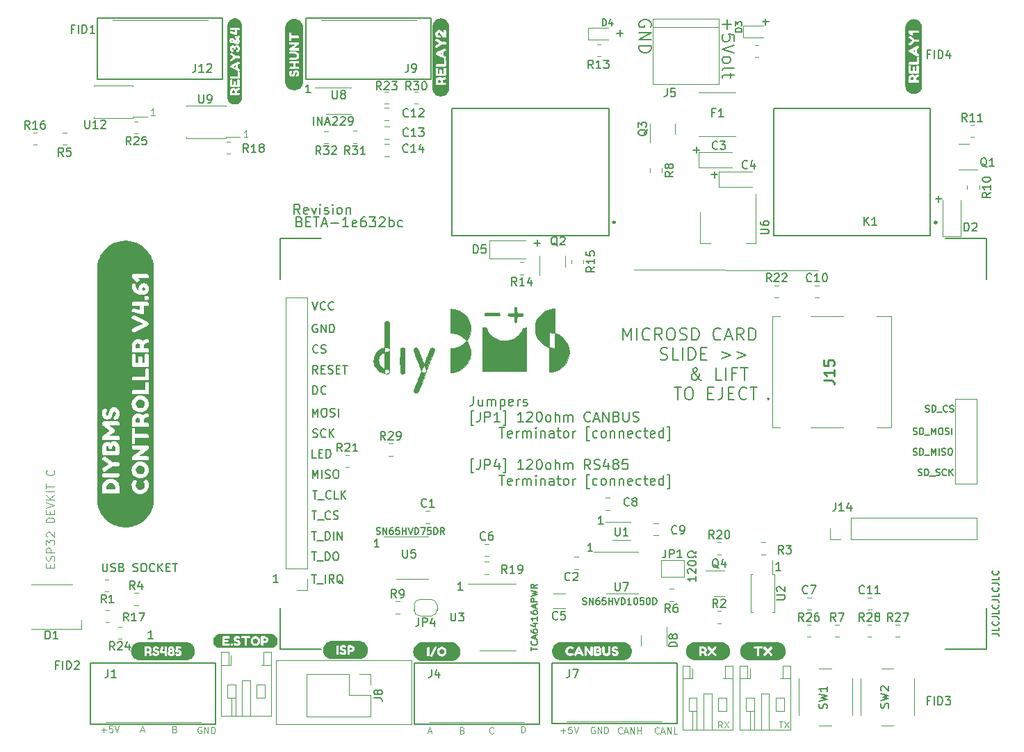
<source format=gto>
G04 #@! TF.GenerationSoftware,KiCad,Pcbnew,7.0.9-7.0.9~ubuntu23.04.1*
G04 #@! TF.CreationDate,2024-01-30T16:58:27+00:00*
G04 #@! TF.ProjectId,ControllerCircuit,436f6e74-726f-46c6-9c65-724369726375,rev?*
G04 #@! TF.SameCoordinates,Original*
G04 #@! TF.FileFunction,Legend,Top*
G04 #@! TF.FilePolarity,Positive*
%FSLAX46Y46*%
G04 Gerber Fmt 4.6, Leading zero omitted, Abs format (unit mm)*
G04 Created by KiCad (PCBNEW 7.0.9-7.0.9~ubuntu23.04.1) date 2024-01-30 16:58:27*
%MOMM*%
%LPD*%
G01*
G04 APERTURE LIST*
%ADD10C,0.120000*%
%ADD11C,0.150000*%
%ADD12C,0.100000*%
%ADD13C,0.200000*%
%ADD14C,0.254000*%
%ADD15C,0.127000*%
%ADD16C,0.300000*%
%ADD17C,0.010000*%
G04 APERTURE END LIST*
D10*
X121750000Y-128780000D02*
X138330000Y-128780000D01*
X138330000Y-128780000D02*
X138330000Y-136500000D01*
X138330000Y-136500000D02*
X121750000Y-136500000D01*
X121750000Y-136500000D02*
X121750000Y-128780000D01*
X165410000Y-81210000D02*
X187860000Y-81220000D01*
D11*
X122035714Y-119254819D02*
X121464286Y-119254819D01*
X121750000Y-119254819D02*
X121750000Y-118254819D01*
X121750000Y-118254819D02*
X121654762Y-118397676D01*
X121654762Y-118397676D02*
X121559524Y-118492914D01*
X121559524Y-118492914D02*
X121464286Y-118540533D01*
X183245714Y-117794819D02*
X182674286Y-117794819D01*
X182960000Y-117794819D02*
X182960000Y-116794819D01*
X182960000Y-116794819D02*
X182864762Y-116937676D01*
X182864762Y-116937676D02*
X182769524Y-117032914D01*
X182769524Y-117032914D02*
X182674286Y-117080533D01*
D12*
X163905687Y-137617364D02*
X163867591Y-137655460D01*
X163867591Y-137655460D02*
X163753306Y-137693555D01*
X163753306Y-137693555D02*
X163677115Y-137693555D01*
X163677115Y-137693555D02*
X163562829Y-137655460D01*
X163562829Y-137655460D02*
X163486639Y-137579269D01*
X163486639Y-137579269D02*
X163448544Y-137503079D01*
X163448544Y-137503079D02*
X163410448Y-137350698D01*
X163410448Y-137350698D02*
X163410448Y-137236412D01*
X163410448Y-137236412D02*
X163448544Y-137084031D01*
X163448544Y-137084031D02*
X163486639Y-137007840D01*
X163486639Y-137007840D02*
X163562829Y-136931650D01*
X163562829Y-136931650D02*
X163677115Y-136893555D01*
X163677115Y-136893555D02*
X163753306Y-136893555D01*
X163753306Y-136893555D02*
X163867591Y-136931650D01*
X163867591Y-136931650D02*
X163905687Y-136969745D01*
X164210448Y-137464983D02*
X164591401Y-137464983D01*
X164134258Y-137693555D02*
X164400925Y-136893555D01*
X164400925Y-136893555D02*
X164667591Y-137693555D01*
X164934258Y-137693555D02*
X164934258Y-136893555D01*
X164934258Y-136893555D02*
X165391401Y-137693555D01*
X165391401Y-137693555D02*
X165391401Y-136893555D01*
X165772353Y-137693555D02*
X165772353Y-136893555D01*
X165772353Y-137274507D02*
X166229496Y-137274507D01*
X166229496Y-137693555D02*
X166229496Y-136893555D01*
X105301443Y-137276323D02*
X105682396Y-137276323D01*
X105225253Y-137504895D02*
X105491920Y-136704895D01*
X105491920Y-136704895D02*
X105758586Y-137504895D01*
D13*
X176687900Y-50721428D02*
X176687900Y-51864286D01*
X176116471Y-51292857D02*
X177259328Y-51292857D01*
X177616471Y-53292857D02*
X177616471Y-52578571D01*
X177616471Y-52578571D02*
X176902185Y-52507143D01*
X176902185Y-52507143D02*
X176973614Y-52578571D01*
X176973614Y-52578571D02*
X177045042Y-52721429D01*
X177045042Y-52721429D02*
X177045042Y-53078571D01*
X177045042Y-53078571D02*
X176973614Y-53221429D01*
X176973614Y-53221429D02*
X176902185Y-53292857D01*
X176902185Y-53292857D02*
X176759328Y-53364286D01*
X176759328Y-53364286D02*
X176402185Y-53364286D01*
X176402185Y-53364286D02*
X176259328Y-53292857D01*
X176259328Y-53292857D02*
X176187900Y-53221429D01*
X176187900Y-53221429D02*
X176116471Y-53078571D01*
X176116471Y-53078571D02*
X176116471Y-52721429D01*
X176116471Y-52721429D02*
X176187900Y-52578571D01*
X176187900Y-52578571D02*
X176259328Y-52507143D01*
X177616471Y-53792857D02*
X176116471Y-54292857D01*
X176116471Y-54292857D02*
X177616471Y-54792857D01*
X176116471Y-55507142D02*
X176187900Y-55364285D01*
X176187900Y-55364285D02*
X176259328Y-55292856D01*
X176259328Y-55292856D02*
X176402185Y-55221428D01*
X176402185Y-55221428D02*
X176830757Y-55221428D01*
X176830757Y-55221428D02*
X176973614Y-55292856D01*
X176973614Y-55292856D02*
X177045042Y-55364285D01*
X177045042Y-55364285D02*
X177116471Y-55507142D01*
X177116471Y-55507142D02*
X177116471Y-55721428D01*
X177116471Y-55721428D02*
X177045042Y-55864285D01*
X177045042Y-55864285D02*
X176973614Y-55935714D01*
X176973614Y-55935714D02*
X176830757Y-56007142D01*
X176830757Y-56007142D02*
X176402185Y-56007142D01*
X176402185Y-56007142D02*
X176259328Y-55935714D01*
X176259328Y-55935714D02*
X176187900Y-55864285D01*
X176187900Y-55864285D02*
X176116471Y-55721428D01*
X176116471Y-55721428D02*
X176116471Y-55507142D01*
X176116471Y-56864285D02*
X176187900Y-56721428D01*
X176187900Y-56721428D02*
X176330757Y-56649999D01*
X176330757Y-56649999D02*
X177616471Y-56649999D01*
X177116471Y-57221428D02*
X177116471Y-57792856D01*
X177616471Y-57435713D02*
X176330757Y-57435713D01*
X176330757Y-57435713D02*
X176187900Y-57507142D01*
X176187900Y-57507142D02*
X176116471Y-57649999D01*
X176116471Y-57649999D02*
X176116471Y-57792856D01*
D12*
X109449062Y-137135847D02*
X109563348Y-137173942D01*
X109563348Y-137173942D02*
X109601443Y-137212038D01*
X109601443Y-137212038D02*
X109639539Y-137288228D01*
X109639539Y-137288228D02*
X109639539Y-137402514D01*
X109639539Y-137402514D02*
X109601443Y-137478704D01*
X109601443Y-137478704D02*
X109563348Y-137516800D01*
X109563348Y-137516800D02*
X109487158Y-137554895D01*
X109487158Y-137554895D02*
X109182396Y-137554895D01*
X109182396Y-137554895D02*
X109182396Y-136754895D01*
X109182396Y-136754895D02*
X109449062Y-136754895D01*
X109449062Y-136754895D02*
X109525253Y-136792990D01*
X109525253Y-136792990D02*
X109563348Y-136831085D01*
X109563348Y-136831085D02*
X109601443Y-136907276D01*
X109601443Y-136907276D02*
X109601443Y-136983466D01*
X109601443Y-136983466D02*
X109563348Y-137059657D01*
X109563348Y-137059657D02*
X109525253Y-137097752D01*
X109525253Y-137097752D02*
X109449062Y-137135847D01*
X109449062Y-137135847D02*
X109182396Y-137135847D01*
D11*
X134335714Y-114954819D02*
X133764286Y-114954819D01*
X134050000Y-114954819D02*
X134050000Y-113954819D01*
X134050000Y-113954819D02*
X133954762Y-114097676D01*
X133954762Y-114097676D02*
X133859524Y-114192914D01*
X133859524Y-114192914D02*
X133764286Y-114240533D01*
X106795714Y-126094819D02*
X106224286Y-126094819D01*
X106510000Y-126094819D02*
X106510000Y-125094819D01*
X106510000Y-125094819D02*
X106414762Y-125237676D01*
X106414762Y-125237676D02*
X106319524Y-125332914D01*
X106319524Y-125332914D02*
X106224286Y-125380533D01*
D13*
X167420042Y-51582143D02*
X167491471Y-51439286D01*
X167491471Y-51439286D02*
X167491471Y-51225000D01*
X167491471Y-51225000D02*
X167420042Y-51010714D01*
X167420042Y-51010714D02*
X167277185Y-50867857D01*
X167277185Y-50867857D02*
X167134328Y-50796428D01*
X167134328Y-50796428D02*
X166848614Y-50725000D01*
X166848614Y-50725000D02*
X166634328Y-50725000D01*
X166634328Y-50725000D02*
X166348614Y-50796428D01*
X166348614Y-50796428D02*
X166205757Y-50867857D01*
X166205757Y-50867857D02*
X166062900Y-51010714D01*
X166062900Y-51010714D02*
X165991471Y-51225000D01*
X165991471Y-51225000D02*
X165991471Y-51367857D01*
X165991471Y-51367857D02*
X166062900Y-51582143D01*
X166062900Y-51582143D02*
X166134328Y-51653571D01*
X166134328Y-51653571D02*
X166634328Y-51653571D01*
X166634328Y-51653571D02*
X166634328Y-51367857D01*
X165991471Y-52296428D02*
X167491471Y-52296428D01*
X167491471Y-52296428D02*
X165991471Y-53153571D01*
X165991471Y-53153571D02*
X167491471Y-53153571D01*
X165991471Y-53867857D02*
X167491471Y-53867857D01*
X167491471Y-53867857D02*
X167491471Y-54225000D01*
X167491471Y-54225000D02*
X167420042Y-54439286D01*
X167420042Y-54439286D02*
X167277185Y-54582143D01*
X167277185Y-54582143D02*
X167134328Y-54653572D01*
X167134328Y-54653572D02*
X166848614Y-54725000D01*
X166848614Y-54725000D02*
X166634328Y-54725000D01*
X166634328Y-54725000D02*
X166348614Y-54653572D01*
X166348614Y-54653572D02*
X166205757Y-54582143D01*
X166205757Y-54582143D02*
X166062900Y-54439286D01*
X166062900Y-54439286D02*
X165991471Y-54225000D01*
X165991471Y-54225000D02*
X165991471Y-53867857D01*
D12*
X112682396Y-136892990D02*
X112606206Y-136854895D01*
X112606206Y-136854895D02*
X112491920Y-136854895D01*
X112491920Y-136854895D02*
X112377634Y-136892990D01*
X112377634Y-136892990D02*
X112301444Y-136969180D01*
X112301444Y-136969180D02*
X112263349Y-137045371D01*
X112263349Y-137045371D02*
X112225253Y-137197752D01*
X112225253Y-137197752D02*
X112225253Y-137312038D01*
X112225253Y-137312038D02*
X112263349Y-137464419D01*
X112263349Y-137464419D02*
X112301444Y-137540609D01*
X112301444Y-137540609D02*
X112377634Y-137616800D01*
X112377634Y-137616800D02*
X112491920Y-137654895D01*
X112491920Y-137654895D02*
X112568111Y-137654895D01*
X112568111Y-137654895D02*
X112682396Y-137616800D01*
X112682396Y-137616800D02*
X112720492Y-137578704D01*
X112720492Y-137578704D02*
X112720492Y-137312038D01*
X112720492Y-137312038D02*
X112568111Y-137312038D01*
X113063349Y-137654895D02*
X113063349Y-136854895D01*
X113063349Y-136854895D02*
X113520492Y-137654895D01*
X113520492Y-137654895D02*
X113520492Y-136854895D01*
X113901444Y-137654895D02*
X113901444Y-136854895D01*
X113901444Y-136854895D02*
X114091920Y-136854895D01*
X114091920Y-136854895D02*
X114206206Y-136892990D01*
X114206206Y-136892990D02*
X114282396Y-136969180D01*
X114282396Y-136969180D02*
X114320491Y-137045371D01*
X114320491Y-137045371D02*
X114358587Y-137197752D01*
X114358587Y-137197752D02*
X114358587Y-137312038D01*
X114358587Y-137312038D02*
X114320491Y-137464419D01*
X114320491Y-137464419D02*
X114282396Y-137540609D01*
X114282396Y-137540609D02*
X114206206Y-137616800D01*
X114206206Y-137616800D02*
X114091920Y-137654895D01*
X114091920Y-137654895D02*
X113901444Y-137654895D01*
D11*
X144535714Y-120204819D02*
X143964286Y-120204819D01*
X144250000Y-120204819D02*
X144250000Y-119204819D01*
X144250000Y-119204819D02*
X144154762Y-119347676D01*
X144154762Y-119347676D02*
X144059524Y-119442914D01*
X144059524Y-119442914D02*
X143964286Y-119490533D01*
D12*
X168395925Y-137617364D02*
X168357829Y-137655460D01*
X168357829Y-137655460D02*
X168243544Y-137693555D01*
X168243544Y-137693555D02*
X168167353Y-137693555D01*
X168167353Y-137693555D02*
X168053067Y-137655460D01*
X168053067Y-137655460D02*
X167976877Y-137579269D01*
X167976877Y-137579269D02*
X167938782Y-137503079D01*
X167938782Y-137503079D02*
X167900686Y-137350698D01*
X167900686Y-137350698D02*
X167900686Y-137236412D01*
X167900686Y-137236412D02*
X167938782Y-137084031D01*
X167938782Y-137084031D02*
X167976877Y-137007840D01*
X167976877Y-137007840D02*
X168053067Y-136931650D01*
X168053067Y-136931650D02*
X168167353Y-136893555D01*
X168167353Y-136893555D02*
X168243544Y-136893555D01*
X168243544Y-136893555D02*
X168357829Y-136931650D01*
X168357829Y-136931650D02*
X168395925Y-136969745D01*
X168700686Y-137464983D02*
X169081639Y-137464983D01*
X168624496Y-137693555D02*
X168891163Y-136893555D01*
X168891163Y-136893555D02*
X169157829Y-137693555D01*
X169424496Y-137693555D02*
X169424496Y-136893555D01*
X169424496Y-136893555D02*
X169881639Y-137693555D01*
X169881639Y-137693555D02*
X169881639Y-136893555D01*
X170643543Y-137693555D02*
X170262591Y-137693555D01*
X170262591Y-137693555D02*
X170262591Y-136893555D01*
X160564496Y-136916650D02*
X160488306Y-136878555D01*
X160488306Y-136878555D02*
X160374020Y-136878555D01*
X160374020Y-136878555D02*
X160259734Y-136916650D01*
X160259734Y-136916650D02*
X160183544Y-136992840D01*
X160183544Y-136992840D02*
X160145449Y-137069031D01*
X160145449Y-137069031D02*
X160107353Y-137221412D01*
X160107353Y-137221412D02*
X160107353Y-137335698D01*
X160107353Y-137335698D02*
X160145449Y-137488079D01*
X160145449Y-137488079D02*
X160183544Y-137564269D01*
X160183544Y-137564269D02*
X160259734Y-137640460D01*
X160259734Y-137640460D02*
X160374020Y-137678555D01*
X160374020Y-137678555D02*
X160450211Y-137678555D01*
X160450211Y-137678555D02*
X160564496Y-137640460D01*
X160564496Y-137640460D02*
X160602592Y-137602364D01*
X160602592Y-137602364D02*
X160602592Y-137335698D01*
X160602592Y-137335698D02*
X160450211Y-137335698D01*
X160945449Y-137678555D02*
X160945449Y-136878555D01*
X160945449Y-136878555D02*
X161402592Y-137678555D01*
X161402592Y-137678555D02*
X161402592Y-136878555D01*
X161783544Y-137678555D02*
X161783544Y-136878555D01*
X161783544Y-136878555D02*
X161974020Y-136878555D01*
X161974020Y-136878555D02*
X162088306Y-136916650D01*
X162088306Y-136916650D02*
X162164496Y-136992840D01*
X162164496Y-136992840D02*
X162202591Y-137069031D01*
X162202591Y-137069031D02*
X162240687Y-137221412D01*
X162240687Y-137221412D02*
X162240687Y-137335698D01*
X162240687Y-137335698D02*
X162202591Y-137488079D01*
X162202591Y-137488079D02*
X162164496Y-137564269D01*
X162164496Y-137564269D02*
X162088306Y-137640460D01*
X162088306Y-137640460D02*
X161974020Y-137678555D01*
X161974020Y-137678555D02*
X161783544Y-137678555D01*
X100503349Y-137240133D02*
X101112873Y-137240133D01*
X100808111Y-137544895D02*
X100808111Y-136935371D01*
X101874777Y-136744895D02*
X101493825Y-136744895D01*
X101493825Y-136744895D02*
X101455729Y-137125847D01*
X101455729Y-137125847D02*
X101493825Y-137087752D01*
X101493825Y-137087752D02*
X101570015Y-137049657D01*
X101570015Y-137049657D02*
X101760491Y-137049657D01*
X101760491Y-137049657D02*
X101836682Y-137087752D01*
X101836682Y-137087752D02*
X101874777Y-137125847D01*
X101874777Y-137125847D02*
X101912872Y-137202038D01*
X101912872Y-137202038D02*
X101912872Y-137392514D01*
X101912872Y-137392514D02*
X101874777Y-137468704D01*
X101874777Y-137468704D02*
X101836682Y-137506800D01*
X101836682Y-137506800D02*
X101760491Y-137544895D01*
X101760491Y-137544895D02*
X101570015Y-137544895D01*
X101570015Y-137544895D02*
X101493825Y-137506800D01*
X101493825Y-137506800D02*
X101455729Y-137468704D01*
X102141444Y-136744895D02*
X102408111Y-137544895D01*
X102408111Y-137544895D02*
X102674777Y-136744895D01*
X144471162Y-137269507D02*
X144585448Y-137307602D01*
X144585448Y-137307602D02*
X144623543Y-137345698D01*
X144623543Y-137345698D02*
X144661639Y-137421888D01*
X144661639Y-137421888D02*
X144661639Y-137536174D01*
X144661639Y-137536174D02*
X144623543Y-137612364D01*
X144623543Y-137612364D02*
X144585448Y-137650460D01*
X144585448Y-137650460D02*
X144509258Y-137688555D01*
X144509258Y-137688555D02*
X144204496Y-137688555D01*
X144204496Y-137688555D02*
X144204496Y-136888555D01*
X144204496Y-136888555D02*
X144471162Y-136888555D01*
X144471162Y-136888555D02*
X144547353Y-136926650D01*
X144547353Y-136926650D02*
X144585448Y-136964745D01*
X144585448Y-136964745D02*
X144623543Y-137040936D01*
X144623543Y-137040936D02*
X144623543Y-137117126D01*
X144623543Y-137117126D02*
X144585448Y-137193317D01*
X144585448Y-137193317D02*
X144547353Y-137231412D01*
X144547353Y-137231412D02*
X144471162Y-137269507D01*
X144471162Y-137269507D02*
X144204496Y-137269507D01*
X140323543Y-137409983D02*
X140704496Y-137409983D01*
X140247353Y-137638555D02*
X140514020Y-136838555D01*
X140514020Y-136838555D02*
X140780686Y-137638555D01*
X148261639Y-137612364D02*
X148223543Y-137650460D01*
X148223543Y-137650460D02*
X148109258Y-137688555D01*
X148109258Y-137688555D02*
X148033067Y-137688555D01*
X148033067Y-137688555D02*
X147918781Y-137650460D01*
X147918781Y-137650460D02*
X147842591Y-137574269D01*
X147842591Y-137574269D02*
X147804496Y-137498079D01*
X147804496Y-137498079D02*
X147766400Y-137345698D01*
X147766400Y-137345698D02*
X147766400Y-137231412D01*
X147766400Y-137231412D02*
X147804496Y-137079031D01*
X147804496Y-137079031D02*
X147842591Y-137002840D01*
X147842591Y-137002840D02*
X147918781Y-136926650D01*
X147918781Y-136926650D02*
X148033067Y-136888555D01*
X148033067Y-136888555D02*
X148109258Y-136888555D01*
X148109258Y-136888555D02*
X148223543Y-136926650D01*
X148223543Y-136926650D02*
X148261639Y-136964745D01*
X151654496Y-137588555D02*
X151654496Y-136788555D01*
X151654496Y-136788555D02*
X151844972Y-136788555D01*
X151844972Y-136788555D02*
X151959258Y-136826650D01*
X151959258Y-136826650D02*
X152035448Y-136902840D01*
X152035448Y-136902840D02*
X152073543Y-136979031D01*
X152073543Y-136979031D02*
X152111639Y-137131412D01*
X152111639Y-137131412D02*
X152111639Y-137245698D01*
X152111639Y-137245698D02*
X152073543Y-137398079D01*
X152073543Y-137398079D02*
X152035448Y-137474269D01*
X152035448Y-137474269D02*
X151959258Y-137550460D01*
X151959258Y-137550460D02*
X151844972Y-137588555D01*
X151844972Y-137588555D02*
X151654496Y-137588555D01*
X94267669Y-117461708D02*
X94267669Y-117128375D01*
X94791479Y-116985518D02*
X94791479Y-117461708D01*
X94791479Y-117461708D02*
X93791479Y-117461708D01*
X93791479Y-117461708D02*
X93791479Y-116985518D01*
X94743860Y-116604565D02*
X94791479Y-116461708D01*
X94791479Y-116461708D02*
X94791479Y-116223613D01*
X94791479Y-116223613D02*
X94743860Y-116128375D01*
X94743860Y-116128375D02*
X94696240Y-116080756D01*
X94696240Y-116080756D02*
X94601002Y-116033137D01*
X94601002Y-116033137D02*
X94505764Y-116033137D01*
X94505764Y-116033137D02*
X94410526Y-116080756D01*
X94410526Y-116080756D02*
X94362907Y-116128375D01*
X94362907Y-116128375D02*
X94315288Y-116223613D01*
X94315288Y-116223613D02*
X94267669Y-116414089D01*
X94267669Y-116414089D02*
X94220050Y-116509327D01*
X94220050Y-116509327D02*
X94172431Y-116556946D01*
X94172431Y-116556946D02*
X94077193Y-116604565D01*
X94077193Y-116604565D02*
X93981955Y-116604565D01*
X93981955Y-116604565D02*
X93886717Y-116556946D01*
X93886717Y-116556946D02*
X93839098Y-116509327D01*
X93839098Y-116509327D02*
X93791479Y-116414089D01*
X93791479Y-116414089D02*
X93791479Y-116175994D01*
X93791479Y-116175994D02*
X93839098Y-116033137D01*
X94791479Y-115604565D02*
X93791479Y-115604565D01*
X93791479Y-115604565D02*
X93791479Y-115223613D01*
X93791479Y-115223613D02*
X93839098Y-115128375D01*
X93839098Y-115128375D02*
X93886717Y-115080756D01*
X93886717Y-115080756D02*
X93981955Y-115033137D01*
X93981955Y-115033137D02*
X94124812Y-115033137D01*
X94124812Y-115033137D02*
X94220050Y-115080756D01*
X94220050Y-115080756D02*
X94267669Y-115128375D01*
X94267669Y-115128375D02*
X94315288Y-115223613D01*
X94315288Y-115223613D02*
X94315288Y-115604565D01*
X93791479Y-114699803D02*
X93791479Y-114080756D01*
X93791479Y-114080756D02*
X94172431Y-114414089D01*
X94172431Y-114414089D02*
X94172431Y-114271232D01*
X94172431Y-114271232D02*
X94220050Y-114175994D01*
X94220050Y-114175994D02*
X94267669Y-114128375D01*
X94267669Y-114128375D02*
X94362907Y-114080756D01*
X94362907Y-114080756D02*
X94601002Y-114080756D01*
X94601002Y-114080756D02*
X94696240Y-114128375D01*
X94696240Y-114128375D02*
X94743860Y-114175994D01*
X94743860Y-114175994D02*
X94791479Y-114271232D01*
X94791479Y-114271232D02*
X94791479Y-114556946D01*
X94791479Y-114556946D02*
X94743860Y-114652184D01*
X94743860Y-114652184D02*
X94696240Y-114699803D01*
X93886717Y-113699803D02*
X93839098Y-113652184D01*
X93839098Y-113652184D02*
X93791479Y-113556946D01*
X93791479Y-113556946D02*
X93791479Y-113318851D01*
X93791479Y-113318851D02*
X93839098Y-113223613D01*
X93839098Y-113223613D02*
X93886717Y-113175994D01*
X93886717Y-113175994D02*
X93981955Y-113128375D01*
X93981955Y-113128375D02*
X94077193Y-113128375D01*
X94077193Y-113128375D02*
X94220050Y-113175994D01*
X94220050Y-113175994D02*
X94791479Y-113747422D01*
X94791479Y-113747422D02*
X94791479Y-113128375D01*
X94791479Y-111937898D02*
X93791479Y-111937898D01*
X93791479Y-111937898D02*
X93791479Y-111699803D01*
X93791479Y-111699803D02*
X93839098Y-111556946D01*
X93839098Y-111556946D02*
X93934336Y-111461708D01*
X93934336Y-111461708D02*
X94029574Y-111414089D01*
X94029574Y-111414089D02*
X94220050Y-111366470D01*
X94220050Y-111366470D02*
X94362907Y-111366470D01*
X94362907Y-111366470D02*
X94553383Y-111414089D01*
X94553383Y-111414089D02*
X94648621Y-111461708D01*
X94648621Y-111461708D02*
X94743860Y-111556946D01*
X94743860Y-111556946D02*
X94791479Y-111699803D01*
X94791479Y-111699803D02*
X94791479Y-111937898D01*
X94267669Y-110937898D02*
X94267669Y-110604565D01*
X94791479Y-110461708D02*
X94791479Y-110937898D01*
X94791479Y-110937898D02*
X93791479Y-110937898D01*
X93791479Y-110937898D02*
X93791479Y-110461708D01*
X93791479Y-110175993D02*
X94791479Y-109842660D01*
X94791479Y-109842660D02*
X93791479Y-109509327D01*
X94791479Y-109175993D02*
X93791479Y-109175993D01*
X94791479Y-108604565D02*
X94220050Y-109033136D01*
X93791479Y-108604565D02*
X94362907Y-109175993D01*
X94791479Y-108175993D02*
X93791479Y-108175993D01*
X93791479Y-107842660D02*
X93791479Y-107271232D01*
X94791479Y-107556946D02*
X93791479Y-107556946D01*
X94696240Y-105604565D02*
X94743860Y-105652184D01*
X94743860Y-105652184D02*
X94791479Y-105795041D01*
X94791479Y-105795041D02*
X94791479Y-105890279D01*
X94791479Y-105890279D02*
X94743860Y-106033136D01*
X94743860Y-106033136D02*
X94648621Y-106128374D01*
X94648621Y-106128374D02*
X94553383Y-106175993D01*
X94553383Y-106175993D02*
X94362907Y-106223612D01*
X94362907Y-106223612D02*
X94220050Y-106223612D01*
X94220050Y-106223612D02*
X94029574Y-106175993D01*
X94029574Y-106175993D02*
X93934336Y-106128374D01*
X93934336Y-106128374D02*
X93839098Y-106033136D01*
X93839098Y-106033136D02*
X93791479Y-105890279D01*
X93791479Y-105890279D02*
X93791479Y-105795041D01*
X93791479Y-105795041D02*
X93839098Y-105652184D01*
X93839098Y-105652184D02*
X93886717Y-105604565D01*
D11*
X100660839Y-116954819D02*
X100660839Y-117764342D01*
X100660839Y-117764342D02*
X100708458Y-117859580D01*
X100708458Y-117859580D02*
X100756077Y-117907200D01*
X100756077Y-117907200D02*
X100851315Y-117954819D01*
X100851315Y-117954819D02*
X101041791Y-117954819D01*
X101041791Y-117954819D02*
X101137029Y-117907200D01*
X101137029Y-117907200D02*
X101184648Y-117859580D01*
X101184648Y-117859580D02*
X101232267Y-117764342D01*
X101232267Y-117764342D02*
X101232267Y-116954819D01*
X101660839Y-117907200D02*
X101803696Y-117954819D01*
X101803696Y-117954819D02*
X102041791Y-117954819D01*
X102041791Y-117954819D02*
X102137029Y-117907200D01*
X102137029Y-117907200D02*
X102184648Y-117859580D01*
X102184648Y-117859580D02*
X102232267Y-117764342D01*
X102232267Y-117764342D02*
X102232267Y-117669104D01*
X102232267Y-117669104D02*
X102184648Y-117573866D01*
X102184648Y-117573866D02*
X102137029Y-117526247D01*
X102137029Y-117526247D02*
X102041791Y-117478628D01*
X102041791Y-117478628D02*
X101851315Y-117431009D01*
X101851315Y-117431009D02*
X101756077Y-117383390D01*
X101756077Y-117383390D02*
X101708458Y-117335771D01*
X101708458Y-117335771D02*
X101660839Y-117240533D01*
X101660839Y-117240533D02*
X101660839Y-117145295D01*
X101660839Y-117145295D02*
X101708458Y-117050057D01*
X101708458Y-117050057D02*
X101756077Y-117002438D01*
X101756077Y-117002438D02*
X101851315Y-116954819D01*
X101851315Y-116954819D02*
X102089410Y-116954819D01*
X102089410Y-116954819D02*
X102232267Y-117002438D01*
X102994172Y-117431009D02*
X103137029Y-117478628D01*
X103137029Y-117478628D02*
X103184648Y-117526247D01*
X103184648Y-117526247D02*
X103232267Y-117621485D01*
X103232267Y-117621485D02*
X103232267Y-117764342D01*
X103232267Y-117764342D02*
X103184648Y-117859580D01*
X103184648Y-117859580D02*
X103137029Y-117907200D01*
X103137029Y-117907200D02*
X103041791Y-117954819D01*
X103041791Y-117954819D02*
X102660839Y-117954819D01*
X102660839Y-117954819D02*
X102660839Y-116954819D01*
X102660839Y-116954819D02*
X102994172Y-116954819D01*
X102994172Y-116954819D02*
X103089410Y-117002438D01*
X103089410Y-117002438D02*
X103137029Y-117050057D01*
X103137029Y-117050057D02*
X103184648Y-117145295D01*
X103184648Y-117145295D02*
X103184648Y-117240533D01*
X103184648Y-117240533D02*
X103137029Y-117335771D01*
X103137029Y-117335771D02*
X103089410Y-117383390D01*
X103089410Y-117383390D02*
X102994172Y-117431009D01*
X102994172Y-117431009D02*
X102660839Y-117431009D01*
X104375125Y-117907200D02*
X104517982Y-117954819D01*
X104517982Y-117954819D02*
X104756077Y-117954819D01*
X104756077Y-117954819D02*
X104851315Y-117907200D01*
X104851315Y-117907200D02*
X104898934Y-117859580D01*
X104898934Y-117859580D02*
X104946553Y-117764342D01*
X104946553Y-117764342D02*
X104946553Y-117669104D01*
X104946553Y-117669104D02*
X104898934Y-117573866D01*
X104898934Y-117573866D02*
X104851315Y-117526247D01*
X104851315Y-117526247D02*
X104756077Y-117478628D01*
X104756077Y-117478628D02*
X104565601Y-117431009D01*
X104565601Y-117431009D02*
X104470363Y-117383390D01*
X104470363Y-117383390D02*
X104422744Y-117335771D01*
X104422744Y-117335771D02*
X104375125Y-117240533D01*
X104375125Y-117240533D02*
X104375125Y-117145295D01*
X104375125Y-117145295D02*
X104422744Y-117050057D01*
X104422744Y-117050057D02*
X104470363Y-117002438D01*
X104470363Y-117002438D02*
X104565601Y-116954819D01*
X104565601Y-116954819D02*
X104803696Y-116954819D01*
X104803696Y-116954819D02*
X104946553Y-117002438D01*
X105565601Y-116954819D02*
X105756077Y-116954819D01*
X105756077Y-116954819D02*
X105851315Y-117002438D01*
X105851315Y-117002438D02*
X105946553Y-117097676D01*
X105946553Y-117097676D02*
X105994172Y-117288152D01*
X105994172Y-117288152D02*
X105994172Y-117621485D01*
X105994172Y-117621485D02*
X105946553Y-117811961D01*
X105946553Y-117811961D02*
X105851315Y-117907200D01*
X105851315Y-117907200D02*
X105756077Y-117954819D01*
X105756077Y-117954819D02*
X105565601Y-117954819D01*
X105565601Y-117954819D02*
X105470363Y-117907200D01*
X105470363Y-117907200D02*
X105375125Y-117811961D01*
X105375125Y-117811961D02*
X105327506Y-117621485D01*
X105327506Y-117621485D02*
X105327506Y-117288152D01*
X105327506Y-117288152D02*
X105375125Y-117097676D01*
X105375125Y-117097676D02*
X105470363Y-117002438D01*
X105470363Y-117002438D02*
X105565601Y-116954819D01*
X106994172Y-117859580D02*
X106946553Y-117907200D01*
X106946553Y-117907200D02*
X106803696Y-117954819D01*
X106803696Y-117954819D02*
X106708458Y-117954819D01*
X106708458Y-117954819D02*
X106565601Y-117907200D01*
X106565601Y-117907200D02*
X106470363Y-117811961D01*
X106470363Y-117811961D02*
X106422744Y-117716723D01*
X106422744Y-117716723D02*
X106375125Y-117526247D01*
X106375125Y-117526247D02*
X106375125Y-117383390D01*
X106375125Y-117383390D02*
X106422744Y-117192914D01*
X106422744Y-117192914D02*
X106470363Y-117097676D01*
X106470363Y-117097676D02*
X106565601Y-117002438D01*
X106565601Y-117002438D02*
X106708458Y-116954819D01*
X106708458Y-116954819D02*
X106803696Y-116954819D01*
X106803696Y-116954819D02*
X106946553Y-117002438D01*
X106946553Y-117002438D02*
X106994172Y-117050057D01*
X107422744Y-117954819D02*
X107422744Y-116954819D01*
X107994172Y-117954819D02*
X107565601Y-117383390D01*
X107994172Y-116954819D02*
X107422744Y-117526247D01*
X108422744Y-117431009D02*
X108756077Y-117431009D01*
X108898934Y-117954819D02*
X108422744Y-117954819D01*
X108422744Y-117954819D02*
X108422744Y-116954819D01*
X108422744Y-116954819D02*
X108898934Y-116954819D01*
X109184649Y-116954819D02*
X109756077Y-116954819D01*
X109470363Y-117954819D02*
X109470363Y-116954819D01*
X202119048Y-72573866D02*
X202880953Y-72573866D01*
X202500000Y-72954819D02*
X202500000Y-72192914D01*
X181019048Y-50973866D02*
X181780953Y-50973866D01*
X181400000Y-51354819D02*
X181400000Y-50592914D01*
X172976133Y-66219048D02*
X172976133Y-66980953D01*
X172595180Y-66600000D02*
X173357085Y-66600000D01*
X175201133Y-69194048D02*
X175201133Y-69955953D01*
X174820180Y-69575000D02*
X175582085Y-69575000D01*
X209012295Y-125495238D02*
X209583723Y-125495238D01*
X209583723Y-125495238D02*
X209698009Y-125533333D01*
X209698009Y-125533333D02*
X209774200Y-125609524D01*
X209774200Y-125609524D02*
X209812295Y-125723809D01*
X209812295Y-125723809D02*
X209812295Y-125800000D01*
X209812295Y-124733333D02*
X209812295Y-125114285D01*
X209812295Y-125114285D02*
X209012295Y-125114285D01*
X209736104Y-124009523D02*
X209774200Y-124047619D01*
X209774200Y-124047619D02*
X209812295Y-124161904D01*
X209812295Y-124161904D02*
X209812295Y-124238095D01*
X209812295Y-124238095D02*
X209774200Y-124352381D01*
X209774200Y-124352381D02*
X209698009Y-124428571D01*
X209698009Y-124428571D02*
X209621819Y-124466666D01*
X209621819Y-124466666D02*
X209469438Y-124504762D01*
X209469438Y-124504762D02*
X209355152Y-124504762D01*
X209355152Y-124504762D02*
X209202771Y-124466666D01*
X209202771Y-124466666D02*
X209126580Y-124428571D01*
X209126580Y-124428571D02*
X209050390Y-124352381D01*
X209050390Y-124352381D02*
X209012295Y-124238095D01*
X209012295Y-124238095D02*
X209012295Y-124161904D01*
X209012295Y-124161904D02*
X209050390Y-124047619D01*
X209050390Y-124047619D02*
X209088485Y-124009523D01*
X209012295Y-123438095D02*
X209583723Y-123438095D01*
X209583723Y-123438095D02*
X209698009Y-123476190D01*
X209698009Y-123476190D02*
X209774200Y-123552381D01*
X209774200Y-123552381D02*
X209812295Y-123666666D01*
X209812295Y-123666666D02*
X209812295Y-123742857D01*
X209812295Y-122676190D02*
X209812295Y-123057142D01*
X209812295Y-123057142D02*
X209012295Y-123057142D01*
X209736104Y-121952380D02*
X209774200Y-121990476D01*
X209774200Y-121990476D02*
X209812295Y-122104761D01*
X209812295Y-122104761D02*
X209812295Y-122180952D01*
X209812295Y-122180952D02*
X209774200Y-122295238D01*
X209774200Y-122295238D02*
X209698009Y-122371428D01*
X209698009Y-122371428D02*
X209621819Y-122409523D01*
X209621819Y-122409523D02*
X209469438Y-122447619D01*
X209469438Y-122447619D02*
X209355152Y-122447619D01*
X209355152Y-122447619D02*
X209202771Y-122409523D01*
X209202771Y-122409523D02*
X209126580Y-122371428D01*
X209126580Y-122371428D02*
X209050390Y-122295238D01*
X209050390Y-122295238D02*
X209012295Y-122180952D01*
X209012295Y-122180952D02*
X209012295Y-122104761D01*
X209012295Y-122104761D02*
X209050390Y-121990476D01*
X209050390Y-121990476D02*
X209088485Y-121952380D01*
X209012295Y-121380952D02*
X209583723Y-121380952D01*
X209583723Y-121380952D02*
X209698009Y-121419047D01*
X209698009Y-121419047D02*
X209774200Y-121495238D01*
X209774200Y-121495238D02*
X209812295Y-121609523D01*
X209812295Y-121609523D02*
X209812295Y-121685714D01*
X209812295Y-120619047D02*
X209812295Y-120999999D01*
X209812295Y-120999999D02*
X209012295Y-120999999D01*
X209736104Y-119895237D02*
X209774200Y-119933333D01*
X209774200Y-119933333D02*
X209812295Y-120047618D01*
X209812295Y-120047618D02*
X209812295Y-120123809D01*
X209812295Y-120123809D02*
X209774200Y-120238095D01*
X209774200Y-120238095D02*
X209698009Y-120314285D01*
X209698009Y-120314285D02*
X209621819Y-120352380D01*
X209621819Y-120352380D02*
X209469438Y-120390476D01*
X209469438Y-120390476D02*
X209355152Y-120390476D01*
X209355152Y-120390476D02*
X209202771Y-120352380D01*
X209202771Y-120352380D02*
X209126580Y-120314285D01*
X209126580Y-120314285D02*
X209050390Y-120238095D01*
X209050390Y-120238095D02*
X209012295Y-120123809D01*
X209012295Y-120123809D02*
X209012295Y-120047618D01*
X209012295Y-120047618D02*
X209050390Y-119933333D01*
X209050390Y-119933333D02*
X209088485Y-119895237D01*
X209012295Y-119323809D02*
X209583723Y-119323809D01*
X209583723Y-119323809D02*
X209698009Y-119361904D01*
X209698009Y-119361904D02*
X209774200Y-119438095D01*
X209774200Y-119438095D02*
X209812295Y-119552380D01*
X209812295Y-119552380D02*
X209812295Y-119628571D01*
X209812295Y-118561904D02*
X209812295Y-118942856D01*
X209812295Y-118942856D02*
X209012295Y-118942856D01*
X209736104Y-117838094D02*
X209774200Y-117876190D01*
X209774200Y-117876190D02*
X209812295Y-117990475D01*
X209812295Y-117990475D02*
X209812295Y-118066666D01*
X209812295Y-118066666D02*
X209774200Y-118180952D01*
X209774200Y-118180952D02*
X209698009Y-118257142D01*
X209698009Y-118257142D02*
X209621819Y-118295237D01*
X209621819Y-118295237D02*
X209469438Y-118333333D01*
X209469438Y-118333333D02*
X209355152Y-118333333D01*
X209355152Y-118333333D02*
X209202771Y-118295237D01*
X209202771Y-118295237D02*
X209126580Y-118257142D01*
X209126580Y-118257142D02*
X209050390Y-118180952D01*
X209050390Y-118180952D02*
X209012295Y-118066666D01*
X209012295Y-118066666D02*
X209012295Y-117990475D01*
X209012295Y-117990475D02*
X209050390Y-117876190D01*
X209050390Y-117876190D02*
X209088485Y-117838094D01*
D12*
X107028571Y-62339895D02*
X106571428Y-62339895D01*
X106800000Y-62339895D02*
X106800000Y-61539895D01*
X106800000Y-61539895D02*
X106723809Y-61654180D01*
X106723809Y-61654180D02*
X106647619Y-61730371D01*
X106647619Y-61730371D02*
X106571428Y-61768466D01*
D13*
X164018421Y-89761028D02*
X164018421Y-88261028D01*
X164018421Y-88261028D02*
X164518421Y-89332457D01*
X164518421Y-89332457D02*
X165018421Y-88261028D01*
X165018421Y-88261028D02*
X165018421Y-89761028D01*
X165732707Y-89761028D02*
X165732707Y-88261028D01*
X167304136Y-89618171D02*
X167232708Y-89689600D01*
X167232708Y-89689600D02*
X167018422Y-89761028D01*
X167018422Y-89761028D02*
X166875565Y-89761028D01*
X166875565Y-89761028D02*
X166661279Y-89689600D01*
X166661279Y-89689600D02*
X166518422Y-89546742D01*
X166518422Y-89546742D02*
X166446993Y-89403885D01*
X166446993Y-89403885D02*
X166375565Y-89118171D01*
X166375565Y-89118171D02*
X166375565Y-88903885D01*
X166375565Y-88903885D02*
X166446993Y-88618171D01*
X166446993Y-88618171D02*
X166518422Y-88475314D01*
X166518422Y-88475314D02*
X166661279Y-88332457D01*
X166661279Y-88332457D02*
X166875565Y-88261028D01*
X166875565Y-88261028D02*
X167018422Y-88261028D01*
X167018422Y-88261028D02*
X167232708Y-88332457D01*
X167232708Y-88332457D02*
X167304136Y-88403885D01*
X168804136Y-89761028D02*
X168304136Y-89046742D01*
X167946993Y-89761028D02*
X167946993Y-88261028D01*
X167946993Y-88261028D02*
X168518422Y-88261028D01*
X168518422Y-88261028D02*
X168661279Y-88332457D01*
X168661279Y-88332457D02*
X168732708Y-88403885D01*
X168732708Y-88403885D02*
X168804136Y-88546742D01*
X168804136Y-88546742D02*
X168804136Y-88761028D01*
X168804136Y-88761028D02*
X168732708Y-88903885D01*
X168732708Y-88903885D02*
X168661279Y-88975314D01*
X168661279Y-88975314D02*
X168518422Y-89046742D01*
X168518422Y-89046742D02*
X167946993Y-89046742D01*
X169732708Y-88261028D02*
X170018422Y-88261028D01*
X170018422Y-88261028D02*
X170161279Y-88332457D01*
X170161279Y-88332457D02*
X170304136Y-88475314D01*
X170304136Y-88475314D02*
X170375565Y-88761028D01*
X170375565Y-88761028D02*
X170375565Y-89261028D01*
X170375565Y-89261028D02*
X170304136Y-89546742D01*
X170304136Y-89546742D02*
X170161279Y-89689600D01*
X170161279Y-89689600D02*
X170018422Y-89761028D01*
X170018422Y-89761028D02*
X169732708Y-89761028D01*
X169732708Y-89761028D02*
X169589851Y-89689600D01*
X169589851Y-89689600D02*
X169446993Y-89546742D01*
X169446993Y-89546742D02*
X169375565Y-89261028D01*
X169375565Y-89261028D02*
X169375565Y-88761028D01*
X169375565Y-88761028D02*
X169446993Y-88475314D01*
X169446993Y-88475314D02*
X169589851Y-88332457D01*
X169589851Y-88332457D02*
X169732708Y-88261028D01*
X170946994Y-89689600D02*
X171161280Y-89761028D01*
X171161280Y-89761028D02*
X171518422Y-89761028D01*
X171518422Y-89761028D02*
X171661280Y-89689600D01*
X171661280Y-89689600D02*
X171732708Y-89618171D01*
X171732708Y-89618171D02*
X171804137Y-89475314D01*
X171804137Y-89475314D02*
X171804137Y-89332457D01*
X171804137Y-89332457D02*
X171732708Y-89189600D01*
X171732708Y-89189600D02*
X171661280Y-89118171D01*
X171661280Y-89118171D02*
X171518422Y-89046742D01*
X171518422Y-89046742D02*
X171232708Y-88975314D01*
X171232708Y-88975314D02*
X171089851Y-88903885D01*
X171089851Y-88903885D02*
X171018422Y-88832457D01*
X171018422Y-88832457D02*
X170946994Y-88689600D01*
X170946994Y-88689600D02*
X170946994Y-88546742D01*
X170946994Y-88546742D02*
X171018422Y-88403885D01*
X171018422Y-88403885D02*
X171089851Y-88332457D01*
X171089851Y-88332457D02*
X171232708Y-88261028D01*
X171232708Y-88261028D02*
X171589851Y-88261028D01*
X171589851Y-88261028D02*
X171804137Y-88332457D01*
X172446993Y-89761028D02*
X172446993Y-88261028D01*
X172446993Y-88261028D02*
X172804136Y-88261028D01*
X172804136Y-88261028D02*
X173018422Y-88332457D01*
X173018422Y-88332457D02*
X173161279Y-88475314D01*
X173161279Y-88475314D02*
X173232708Y-88618171D01*
X173232708Y-88618171D02*
X173304136Y-88903885D01*
X173304136Y-88903885D02*
X173304136Y-89118171D01*
X173304136Y-89118171D02*
X173232708Y-89403885D01*
X173232708Y-89403885D02*
X173161279Y-89546742D01*
X173161279Y-89546742D02*
X173018422Y-89689600D01*
X173018422Y-89689600D02*
X172804136Y-89761028D01*
X172804136Y-89761028D02*
X172446993Y-89761028D01*
X175946993Y-89618171D02*
X175875565Y-89689600D01*
X175875565Y-89689600D02*
X175661279Y-89761028D01*
X175661279Y-89761028D02*
X175518422Y-89761028D01*
X175518422Y-89761028D02*
X175304136Y-89689600D01*
X175304136Y-89689600D02*
X175161279Y-89546742D01*
X175161279Y-89546742D02*
X175089850Y-89403885D01*
X175089850Y-89403885D02*
X175018422Y-89118171D01*
X175018422Y-89118171D02*
X175018422Y-88903885D01*
X175018422Y-88903885D02*
X175089850Y-88618171D01*
X175089850Y-88618171D02*
X175161279Y-88475314D01*
X175161279Y-88475314D02*
X175304136Y-88332457D01*
X175304136Y-88332457D02*
X175518422Y-88261028D01*
X175518422Y-88261028D02*
X175661279Y-88261028D01*
X175661279Y-88261028D02*
X175875565Y-88332457D01*
X175875565Y-88332457D02*
X175946993Y-88403885D01*
X176518422Y-89332457D02*
X177232708Y-89332457D01*
X176375565Y-89761028D02*
X176875565Y-88261028D01*
X176875565Y-88261028D02*
X177375565Y-89761028D01*
X178732707Y-89761028D02*
X178232707Y-89046742D01*
X177875564Y-89761028D02*
X177875564Y-88261028D01*
X177875564Y-88261028D02*
X178446993Y-88261028D01*
X178446993Y-88261028D02*
X178589850Y-88332457D01*
X178589850Y-88332457D02*
X178661279Y-88403885D01*
X178661279Y-88403885D02*
X178732707Y-88546742D01*
X178732707Y-88546742D02*
X178732707Y-88761028D01*
X178732707Y-88761028D02*
X178661279Y-88903885D01*
X178661279Y-88903885D02*
X178589850Y-88975314D01*
X178589850Y-88975314D02*
X178446993Y-89046742D01*
X178446993Y-89046742D02*
X177875564Y-89046742D01*
X179375564Y-89761028D02*
X179375564Y-88261028D01*
X179375564Y-88261028D02*
X179732707Y-88261028D01*
X179732707Y-88261028D02*
X179946993Y-88332457D01*
X179946993Y-88332457D02*
X180089850Y-88475314D01*
X180089850Y-88475314D02*
X180161279Y-88618171D01*
X180161279Y-88618171D02*
X180232707Y-88903885D01*
X180232707Y-88903885D02*
X180232707Y-89118171D01*
X180232707Y-89118171D02*
X180161279Y-89403885D01*
X180161279Y-89403885D02*
X180089850Y-89546742D01*
X180089850Y-89546742D02*
X179946993Y-89689600D01*
X179946993Y-89689600D02*
X179732707Y-89761028D01*
X179732707Y-89761028D02*
X179375564Y-89761028D01*
X168589850Y-92104600D02*
X168804136Y-92176028D01*
X168804136Y-92176028D02*
X169161278Y-92176028D01*
X169161278Y-92176028D02*
X169304136Y-92104600D01*
X169304136Y-92104600D02*
X169375564Y-92033171D01*
X169375564Y-92033171D02*
X169446993Y-91890314D01*
X169446993Y-91890314D02*
X169446993Y-91747457D01*
X169446993Y-91747457D02*
X169375564Y-91604600D01*
X169375564Y-91604600D02*
X169304136Y-91533171D01*
X169304136Y-91533171D02*
X169161278Y-91461742D01*
X169161278Y-91461742D02*
X168875564Y-91390314D01*
X168875564Y-91390314D02*
X168732707Y-91318885D01*
X168732707Y-91318885D02*
X168661278Y-91247457D01*
X168661278Y-91247457D02*
X168589850Y-91104600D01*
X168589850Y-91104600D02*
X168589850Y-90961742D01*
X168589850Y-90961742D02*
X168661278Y-90818885D01*
X168661278Y-90818885D02*
X168732707Y-90747457D01*
X168732707Y-90747457D02*
X168875564Y-90676028D01*
X168875564Y-90676028D02*
X169232707Y-90676028D01*
X169232707Y-90676028D02*
X169446993Y-90747457D01*
X170804135Y-92176028D02*
X170089849Y-92176028D01*
X170089849Y-92176028D02*
X170089849Y-90676028D01*
X171304135Y-92176028D02*
X171304135Y-90676028D01*
X172018421Y-92176028D02*
X172018421Y-90676028D01*
X172018421Y-90676028D02*
X172375564Y-90676028D01*
X172375564Y-90676028D02*
X172589850Y-90747457D01*
X172589850Y-90747457D02*
X172732707Y-90890314D01*
X172732707Y-90890314D02*
X172804136Y-91033171D01*
X172804136Y-91033171D02*
X172875564Y-91318885D01*
X172875564Y-91318885D02*
X172875564Y-91533171D01*
X172875564Y-91533171D02*
X172804136Y-91818885D01*
X172804136Y-91818885D02*
X172732707Y-91961742D01*
X172732707Y-91961742D02*
X172589850Y-92104600D01*
X172589850Y-92104600D02*
X172375564Y-92176028D01*
X172375564Y-92176028D02*
X172018421Y-92176028D01*
X173518421Y-91390314D02*
X174018421Y-91390314D01*
X174232707Y-92176028D02*
X173518421Y-92176028D01*
X173518421Y-92176028D02*
X173518421Y-90676028D01*
X173518421Y-90676028D02*
X174232707Y-90676028D01*
X176018421Y-91176028D02*
X177161279Y-91604600D01*
X177161279Y-91604600D02*
X176018421Y-92033171D01*
X177875564Y-91176028D02*
X179018422Y-91604600D01*
X179018422Y-91604600D02*
X177875564Y-92033171D01*
X173589850Y-94591028D02*
X173518422Y-94591028D01*
X173518422Y-94591028D02*
X173375564Y-94519600D01*
X173375564Y-94519600D02*
X173161279Y-94305314D01*
X173161279Y-94305314D02*
X172804136Y-93876742D01*
X172804136Y-93876742D02*
X172661279Y-93662457D01*
X172661279Y-93662457D02*
X172589850Y-93448171D01*
X172589850Y-93448171D02*
X172589850Y-93305314D01*
X172589850Y-93305314D02*
X172661279Y-93162457D01*
X172661279Y-93162457D02*
X172804136Y-93091028D01*
X172804136Y-93091028D02*
X172875564Y-93091028D01*
X172875564Y-93091028D02*
X173018422Y-93162457D01*
X173018422Y-93162457D02*
X173089850Y-93305314D01*
X173089850Y-93305314D02*
X173089850Y-93376742D01*
X173089850Y-93376742D02*
X173018422Y-93519600D01*
X173018422Y-93519600D02*
X172946993Y-93591028D01*
X172946993Y-93591028D02*
X172518422Y-93876742D01*
X172518422Y-93876742D02*
X172446993Y-93948171D01*
X172446993Y-93948171D02*
X172375564Y-94091028D01*
X172375564Y-94091028D02*
X172375564Y-94305314D01*
X172375564Y-94305314D02*
X172446993Y-94448171D01*
X172446993Y-94448171D02*
X172518422Y-94519600D01*
X172518422Y-94519600D02*
X172661279Y-94591028D01*
X172661279Y-94591028D02*
X172875564Y-94591028D01*
X172875564Y-94591028D02*
X173018422Y-94519600D01*
X173018422Y-94519600D02*
X173089850Y-94448171D01*
X173089850Y-94448171D02*
X173304136Y-94162457D01*
X173304136Y-94162457D02*
X173375564Y-93948171D01*
X173375564Y-93948171D02*
X173375564Y-93805314D01*
X176089850Y-94591028D02*
X175375564Y-94591028D01*
X175375564Y-94591028D02*
X175375564Y-93091028D01*
X176589850Y-94591028D02*
X176589850Y-93091028D01*
X177804136Y-93805314D02*
X177304136Y-93805314D01*
X177304136Y-94591028D02*
X177304136Y-93091028D01*
X177304136Y-93091028D02*
X178018422Y-93091028D01*
X178375565Y-93091028D02*
X179232708Y-93091028D01*
X178804136Y-94591028D02*
X178804136Y-93091028D01*
X170304136Y-95506028D02*
X171161279Y-95506028D01*
X170732707Y-97006028D02*
X170732707Y-95506028D01*
X171946993Y-95506028D02*
X172232707Y-95506028D01*
X172232707Y-95506028D02*
X172375564Y-95577457D01*
X172375564Y-95577457D02*
X172518421Y-95720314D01*
X172518421Y-95720314D02*
X172589850Y-96006028D01*
X172589850Y-96006028D02*
X172589850Y-96506028D01*
X172589850Y-96506028D02*
X172518421Y-96791742D01*
X172518421Y-96791742D02*
X172375564Y-96934600D01*
X172375564Y-96934600D02*
X172232707Y-97006028D01*
X172232707Y-97006028D02*
X171946993Y-97006028D01*
X171946993Y-97006028D02*
X171804136Y-96934600D01*
X171804136Y-96934600D02*
X171661278Y-96791742D01*
X171661278Y-96791742D02*
X171589850Y-96506028D01*
X171589850Y-96506028D02*
X171589850Y-96006028D01*
X171589850Y-96006028D02*
X171661278Y-95720314D01*
X171661278Y-95720314D02*
X171804136Y-95577457D01*
X171804136Y-95577457D02*
X171946993Y-95506028D01*
X174375564Y-96220314D02*
X174875564Y-96220314D01*
X175089850Y-97006028D02*
X174375564Y-97006028D01*
X174375564Y-97006028D02*
X174375564Y-95506028D01*
X174375564Y-95506028D02*
X175089850Y-95506028D01*
X176161279Y-95506028D02*
X176161279Y-96577457D01*
X176161279Y-96577457D02*
X176089850Y-96791742D01*
X176089850Y-96791742D02*
X175946993Y-96934600D01*
X175946993Y-96934600D02*
X175732707Y-97006028D01*
X175732707Y-97006028D02*
X175589850Y-97006028D01*
X176875564Y-96220314D02*
X177375564Y-96220314D01*
X177589850Y-97006028D02*
X176875564Y-97006028D01*
X176875564Y-97006028D02*
X176875564Y-95506028D01*
X176875564Y-95506028D02*
X177589850Y-95506028D01*
X179089850Y-96863171D02*
X179018422Y-96934600D01*
X179018422Y-96934600D02*
X178804136Y-97006028D01*
X178804136Y-97006028D02*
X178661279Y-97006028D01*
X178661279Y-97006028D02*
X178446993Y-96934600D01*
X178446993Y-96934600D02*
X178304136Y-96791742D01*
X178304136Y-96791742D02*
X178232707Y-96648885D01*
X178232707Y-96648885D02*
X178161279Y-96363171D01*
X178161279Y-96363171D02*
X178161279Y-96148885D01*
X178161279Y-96148885D02*
X178232707Y-95863171D01*
X178232707Y-95863171D02*
X178304136Y-95720314D01*
X178304136Y-95720314D02*
X178446993Y-95577457D01*
X178446993Y-95577457D02*
X178661279Y-95506028D01*
X178661279Y-95506028D02*
X178804136Y-95506028D01*
X178804136Y-95506028D02*
X179018422Y-95577457D01*
X179018422Y-95577457D02*
X179089850Y-95648885D01*
X179518422Y-95506028D02*
X180375565Y-95506028D01*
X179946993Y-97006028D02*
X179946993Y-95506028D01*
D12*
X118328571Y-64989895D02*
X117871428Y-64989895D01*
X118100000Y-64989895D02*
X118100000Y-64189895D01*
X118100000Y-64189895D02*
X118023809Y-64304180D01*
X118023809Y-64304180D02*
X117947619Y-64380371D01*
X117947619Y-64380371D02*
X117871428Y-64418466D01*
X156421429Y-137340133D02*
X157030953Y-137340133D01*
X156726191Y-137644895D02*
X156726191Y-137035371D01*
X157792857Y-136844895D02*
X157411905Y-136844895D01*
X157411905Y-136844895D02*
X157373809Y-137225847D01*
X157373809Y-137225847D02*
X157411905Y-137187752D01*
X157411905Y-137187752D02*
X157488095Y-137149657D01*
X157488095Y-137149657D02*
X157678571Y-137149657D01*
X157678571Y-137149657D02*
X157754762Y-137187752D01*
X157754762Y-137187752D02*
X157792857Y-137225847D01*
X157792857Y-137225847D02*
X157830952Y-137302038D01*
X157830952Y-137302038D02*
X157830952Y-137492514D01*
X157830952Y-137492514D02*
X157792857Y-137568704D01*
X157792857Y-137568704D02*
X157754762Y-137606800D01*
X157754762Y-137606800D02*
X157678571Y-137644895D01*
X157678571Y-137644895D02*
X157488095Y-137644895D01*
X157488095Y-137644895D02*
X157411905Y-137606800D01*
X157411905Y-137606800D02*
X157373809Y-137568704D01*
X158059524Y-136844895D02*
X158326191Y-137644895D01*
X158326191Y-137644895D02*
X158592857Y-136844895D01*
D11*
X172929819Y-118538095D02*
X172929819Y-119109523D01*
X172929819Y-118823809D02*
X171929819Y-118823809D01*
X171929819Y-118823809D02*
X172072676Y-118919047D01*
X172072676Y-118919047D02*
X172167914Y-119014285D01*
X172167914Y-119014285D02*
X172215533Y-119109523D01*
X172025057Y-118157142D02*
X171977438Y-118109523D01*
X171977438Y-118109523D02*
X171929819Y-118014285D01*
X171929819Y-118014285D02*
X171929819Y-117776190D01*
X171929819Y-117776190D02*
X171977438Y-117680952D01*
X171977438Y-117680952D02*
X172025057Y-117633333D01*
X172025057Y-117633333D02*
X172120295Y-117585714D01*
X172120295Y-117585714D02*
X172215533Y-117585714D01*
X172215533Y-117585714D02*
X172358390Y-117633333D01*
X172358390Y-117633333D02*
X172929819Y-118204761D01*
X172929819Y-118204761D02*
X172929819Y-117585714D01*
X171929819Y-116966666D02*
X171929819Y-116871428D01*
X171929819Y-116871428D02*
X171977438Y-116776190D01*
X171977438Y-116776190D02*
X172025057Y-116728571D01*
X172025057Y-116728571D02*
X172120295Y-116680952D01*
X172120295Y-116680952D02*
X172310771Y-116633333D01*
X172310771Y-116633333D02*
X172548866Y-116633333D01*
X172548866Y-116633333D02*
X172739342Y-116680952D01*
X172739342Y-116680952D02*
X172834580Y-116728571D01*
X172834580Y-116728571D02*
X172882200Y-116776190D01*
X172882200Y-116776190D02*
X172929819Y-116871428D01*
X172929819Y-116871428D02*
X172929819Y-116966666D01*
X172929819Y-116966666D02*
X172882200Y-117061904D01*
X172882200Y-117061904D02*
X172834580Y-117109523D01*
X172834580Y-117109523D02*
X172739342Y-117157142D01*
X172739342Y-117157142D02*
X172548866Y-117204761D01*
X172548866Y-117204761D02*
X172310771Y-117204761D01*
X172310771Y-117204761D02*
X172120295Y-117157142D01*
X172120295Y-117157142D02*
X172025057Y-117109523D01*
X172025057Y-117109523D02*
X171977438Y-117061904D01*
X171977438Y-117061904D02*
X171929819Y-116966666D01*
X172929819Y-116252380D02*
X172929819Y-116014285D01*
X172929819Y-116014285D02*
X172739342Y-116014285D01*
X172739342Y-116014285D02*
X172691723Y-116109523D01*
X172691723Y-116109523D02*
X172596485Y-116204761D01*
X172596485Y-116204761D02*
X172453628Y-116252380D01*
X172453628Y-116252380D02*
X172215533Y-116252380D01*
X172215533Y-116252380D02*
X172072676Y-116204761D01*
X172072676Y-116204761D02*
X171977438Y-116109523D01*
X171977438Y-116109523D02*
X171929819Y-115966666D01*
X171929819Y-115966666D02*
X171929819Y-115776190D01*
X171929819Y-115776190D02*
X171977438Y-115633333D01*
X171977438Y-115633333D02*
X172072676Y-115538095D01*
X172072676Y-115538095D02*
X172215533Y-115490476D01*
X172215533Y-115490476D02*
X172453628Y-115490476D01*
X172453628Y-115490476D02*
X172596485Y-115538095D01*
X172596485Y-115538095D02*
X172691723Y-115633333D01*
X172691723Y-115633333D02*
X172739342Y-115728571D01*
X172739342Y-115728571D02*
X172929819Y-115728571D01*
X172929819Y-115728571D02*
X172929819Y-115490476D01*
D13*
X124692142Y-74399742D02*
X124292142Y-73828314D01*
X124006428Y-74399742D02*
X124006428Y-73199742D01*
X124006428Y-73199742D02*
X124463571Y-73199742D01*
X124463571Y-73199742D02*
X124577856Y-73256885D01*
X124577856Y-73256885D02*
X124634999Y-73314028D01*
X124634999Y-73314028D02*
X124692142Y-73428314D01*
X124692142Y-73428314D02*
X124692142Y-73599742D01*
X124692142Y-73599742D02*
X124634999Y-73714028D01*
X124634999Y-73714028D02*
X124577856Y-73771171D01*
X124577856Y-73771171D02*
X124463571Y-73828314D01*
X124463571Y-73828314D02*
X124006428Y-73828314D01*
X125663571Y-74342600D02*
X125549285Y-74399742D01*
X125549285Y-74399742D02*
X125320714Y-74399742D01*
X125320714Y-74399742D02*
X125206428Y-74342600D01*
X125206428Y-74342600D02*
X125149285Y-74228314D01*
X125149285Y-74228314D02*
X125149285Y-73771171D01*
X125149285Y-73771171D02*
X125206428Y-73656885D01*
X125206428Y-73656885D02*
X125320714Y-73599742D01*
X125320714Y-73599742D02*
X125549285Y-73599742D01*
X125549285Y-73599742D02*
X125663571Y-73656885D01*
X125663571Y-73656885D02*
X125720714Y-73771171D01*
X125720714Y-73771171D02*
X125720714Y-73885457D01*
X125720714Y-73885457D02*
X125149285Y-73999742D01*
X126120713Y-73599742D02*
X126406427Y-74399742D01*
X126406427Y-74399742D02*
X126692142Y-73599742D01*
X127149285Y-74399742D02*
X127149285Y-73599742D01*
X127149285Y-73199742D02*
X127092142Y-73256885D01*
X127092142Y-73256885D02*
X127149285Y-73314028D01*
X127149285Y-73314028D02*
X127206428Y-73256885D01*
X127206428Y-73256885D02*
X127149285Y-73199742D01*
X127149285Y-73199742D02*
X127149285Y-73314028D01*
X127663571Y-74342600D02*
X127777857Y-74399742D01*
X127777857Y-74399742D02*
X128006428Y-74399742D01*
X128006428Y-74399742D02*
X128120714Y-74342600D01*
X128120714Y-74342600D02*
X128177857Y-74228314D01*
X128177857Y-74228314D02*
X128177857Y-74171171D01*
X128177857Y-74171171D02*
X128120714Y-74056885D01*
X128120714Y-74056885D02*
X128006428Y-73999742D01*
X128006428Y-73999742D02*
X127835000Y-73999742D01*
X127835000Y-73999742D02*
X127720714Y-73942600D01*
X127720714Y-73942600D02*
X127663571Y-73828314D01*
X127663571Y-73828314D02*
X127663571Y-73771171D01*
X127663571Y-73771171D02*
X127720714Y-73656885D01*
X127720714Y-73656885D02*
X127835000Y-73599742D01*
X127835000Y-73599742D02*
X128006428Y-73599742D01*
X128006428Y-73599742D02*
X128120714Y-73656885D01*
X128692143Y-74399742D02*
X128692143Y-73599742D01*
X128692143Y-73199742D02*
X128635000Y-73256885D01*
X128635000Y-73256885D02*
X128692143Y-73314028D01*
X128692143Y-73314028D02*
X128749286Y-73256885D01*
X128749286Y-73256885D02*
X128692143Y-73199742D01*
X128692143Y-73199742D02*
X128692143Y-73314028D01*
X129435000Y-74399742D02*
X129320715Y-74342600D01*
X129320715Y-74342600D02*
X129263572Y-74285457D01*
X129263572Y-74285457D02*
X129206429Y-74171171D01*
X129206429Y-74171171D02*
X129206429Y-73828314D01*
X129206429Y-73828314D02*
X129263572Y-73714028D01*
X129263572Y-73714028D02*
X129320715Y-73656885D01*
X129320715Y-73656885D02*
X129435000Y-73599742D01*
X129435000Y-73599742D02*
X129606429Y-73599742D01*
X129606429Y-73599742D02*
X129720715Y-73656885D01*
X129720715Y-73656885D02*
X129777858Y-73714028D01*
X129777858Y-73714028D02*
X129835000Y-73828314D01*
X129835000Y-73828314D02*
X129835000Y-74171171D01*
X129835000Y-74171171D02*
X129777858Y-74285457D01*
X129777858Y-74285457D02*
X129720715Y-74342600D01*
X129720715Y-74342600D02*
X129606429Y-74399742D01*
X129606429Y-74399742D02*
X129435000Y-74399742D01*
X130349286Y-73599742D02*
X130349286Y-74399742D01*
X130349286Y-73714028D02*
X130406429Y-73656885D01*
X130406429Y-73656885D02*
X130520714Y-73599742D01*
X130520714Y-73599742D02*
X130692143Y-73599742D01*
X130692143Y-73599742D02*
X130806429Y-73656885D01*
X130806429Y-73656885D02*
X130863572Y-73771171D01*
X130863572Y-73771171D02*
X130863572Y-74399742D01*
D11*
X161635714Y-112154819D02*
X161064286Y-112154819D01*
X161350000Y-112154819D02*
X161350000Y-111154819D01*
X161350000Y-111154819D02*
X161254762Y-111297676D01*
X161254762Y-111297676D02*
X161159524Y-111392914D01*
X161159524Y-111392914D02*
X161064286Y-111440533D01*
D12*
X176105687Y-136993555D02*
X175839020Y-136612602D01*
X175648544Y-136993555D02*
X175648544Y-136193555D01*
X175648544Y-136193555D02*
X175953306Y-136193555D01*
X175953306Y-136193555D02*
X176029496Y-136231650D01*
X176029496Y-136231650D02*
X176067591Y-136269745D01*
X176067591Y-136269745D02*
X176105687Y-136345936D01*
X176105687Y-136345936D02*
X176105687Y-136460221D01*
X176105687Y-136460221D02*
X176067591Y-136536412D01*
X176067591Y-136536412D02*
X176029496Y-136574507D01*
X176029496Y-136574507D02*
X175953306Y-136612602D01*
X175953306Y-136612602D02*
X175648544Y-136612602D01*
X176372353Y-136193555D02*
X176905687Y-136993555D01*
X176905687Y-136193555D02*
X176372353Y-136993555D01*
X183040476Y-136193555D02*
X183497619Y-136193555D01*
X183269047Y-136993555D02*
X183269047Y-136193555D01*
X183688095Y-136193555D02*
X184221429Y-136993555D01*
X184221429Y-136193555D02*
X183688095Y-136993555D01*
D11*
X160335714Y-115454819D02*
X159764286Y-115454819D01*
X160050000Y-115454819D02*
X160050000Y-114454819D01*
X160050000Y-114454819D02*
X159954762Y-114597676D01*
X159954762Y-114597676D02*
X159859524Y-114692914D01*
X159859524Y-114692914D02*
X159764286Y-114740533D01*
X126000714Y-59619819D02*
X125429286Y-59619819D01*
X125715000Y-59619819D02*
X125715000Y-58619819D01*
X125715000Y-58619819D02*
X125619762Y-58762676D01*
X125619762Y-58762676D02*
X125524524Y-58857914D01*
X125524524Y-58857914D02*
X125429286Y-58905533D01*
X126359048Y-63544819D02*
X126359048Y-62544819D01*
X126835238Y-63544819D02*
X126835238Y-62544819D01*
X126835238Y-62544819D02*
X127406666Y-63544819D01*
X127406666Y-63544819D02*
X127406666Y-62544819D01*
X127835238Y-63259104D02*
X128311428Y-63259104D01*
X127740000Y-63544819D02*
X128073333Y-62544819D01*
X128073333Y-62544819D02*
X128406666Y-63544819D01*
X128692381Y-62640057D02*
X128740000Y-62592438D01*
X128740000Y-62592438D02*
X128835238Y-62544819D01*
X128835238Y-62544819D02*
X129073333Y-62544819D01*
X129073333Y-62544819D02*
X129168571Y-62592438D01*
X129168571Y-62592438D02*
X129216190Y-62640057D01*
X129216190Y-62640057D02*
X129263809Y-62735295D01*
X129263809Y-62735295D02*
X129263809Y-62830533D01*
X129263809Y-62830533D02*
X129216190Y-62973390D01*
X129216190Y-62973390D02*
X128644762Y-63544819D01*
X128644762Y-63544819D02*
X129263809Y-63544819D01*
X129644762Y-62640057D02*
X129692381Y-62592438D01*
X129692381Y-62592438D02*
X129787619Y-62544819D01*
X129787619Y-62544819D02*
X130025714Y-62544819D01*
X130025714Y-62544819D02*
X130120952Y-62592438D01*
X130120952Y-62592438D02*
X130168571Y-62640057D01*
X130168571Y-62640057D02*
X130216190Y-62735295D01*
X130216190Y-62735295D02*
X130216190Y-62830533D01*
X130216190Y-62830533D02*
X130168571Y-62973390D01*
X130168571Y-62973390D02*
X129597143Y-63544819D01*
X129597143Y-63544819D02*
X130216190Y-63544819D01*
X130692381Y-63544819D02*
X130882857Y-63544819D01*
X130882857Y-63544819D02*
X130978095Y-63497200D01*
X130978095Y-63497200D02*
X131025714Y-63449580D01*
X131025714Y-63449580D02*
X131120952Y-63306723D01*
X131120952Y-63306723D02*
X131168571Y-63116247D01*
X131168571Y-63116247D02*
X131168571Y-62735295D01*
X131168571Y-62735295D02*
X131120952Y-62640057D01*
X131120952Y-62640057D02*
X131073333Y-62592438D01*
X131073333Y-62592438D02*
X130978095Y-62544819D01*
X130978095Y-62544819D02*
X130787619Y-62544819D01*
X130787619Y-62544819D02*
X130692381Y-62592438D01*
X130692381Y-62592438D02*
X130644762Y-62640057D01*
X130644762Y-62640057D02*
X130597143Y-62735295D01*
X130597143Y-62735295D02*
X130597143Y-62973390D01*
X130597143Y-62973390D02*
X130644762Y-63068628D01*
X130644762Y-63068628D02*
X130692381Y-63116247D01*
X130692381Y-63116247D02*
X130787619Y-63163866D01*
X130787619Y-63163866D02*
X130978095Y-63163866D01*
X130978095Y-63163866D02*
X131073333Y-63116247D01*
X131073333Y-63116247D02*
X131120952Y-63068628D01*
X131120952Y-63068628D02*
X131168571Y-62973390D01*
X153980951Y-77926133D02*
X153219047Y-77926133D01*
X153599999Y-77545180D02*
X153599999Y-78307085D01*
X163269048Y-52373866D02*
X164030953Y-52373866D01*
X163650000Y-52754819D02*
X163650000Y-51992914D01*
D13*
X124652292Y-75321171D02*
X124823720Y-75378314D01*
X124823720Y-75378314D02*
X124880863Y-75435457D01*
X124880863Y-75435457D02*
X124938006Y-75549742D01*
X124938006Y-75549742D02*
X124938006Y-75721171D01*
X124938006Y-75721171D02*
X124880863Y-75835457D01*
X124880863Y-75835457D02*
X124823720Y-75892600D01*
X124823720Y-75892600D02*
X124709435Y-75949742D01*
X124709435Y-75949742D02*
X124252292Y-75949742D01*
X124252292Y-75949742D02*
X124252292Y-74749742D01*
X124252292Y-74749742D02*
X124652292Y-74749742D01*
X124652292Y-74749742D02*
X124766578Y-74806885D01*
X124766578Y-74806885D02*
X124823720Y-74864028D01*
X124823720Y-74864028D02*
X124880863Y-74978314D01*
X124880863Y-74978314D02*
X124880863Y-75092600D01*
X124880863Y-75092600D02*
X124823720Y-75206885D01*
X124823720Y-75206885D02*
X124766578Y-75264028D01*
X124766578Y-75264028D02*
X124652292Y-75321171D01*
X124652292Y-75321171D02*
X124252292Y-75321171D01*
X125452292Y-75321171D02*
X125852292Y-75321171D01*
X126023720Y-75949742D02*
X125452292Y-75949742D01*
X125452292Y-75949742D02*
X125452292Y-74749742D01*
X125452292Y-74749742D02*
X126023720Y-74749742D01*
X126366577Y-74749742D02*
X127052292Y-74749742D01*
X126709434Y-75949742D02*
X126709434Y-74749742D01*
X127395149Y-75606885D02*
X127966578Y-75606885D01*
X127280863Y-75949742D02*
X127680863Y-74749742D01*
X127680863Y-74749742D02*
X128080863Y-75949742D01*
X128480863Y-75492600D02*
X129395149Y-75492600D01*
X130595148Y-75949742D02*
X129909434Y-75949742D01*
X130252291Y-75949742D02*
X130252291Y-74749742D01*
X130252291Y-74749742D02*
X130138005Y-74921171D01*
X130138005Y-74921171D02*
X130023720Y-75035457D01*
X130023720Y-75035457D02*
X129909434Y-75092600D01*
X131566577Y-75892600D02*
X131452291Y-75949742D01*
X131452291Y-75949742D02*
X131223720Y-75949742D01*
X131223720Y-75949742D02*
X131109434Y-75892600D01*
X131109434Y-75892600D02*
X131052291Y-75778314D01*
X131052291Y-75778314D02*
X131052291Y-75321171D01*
X131052291Y-75321171D02*
X131109434Y-75206885D01*
X131109434Y-75206885D02*
X131223720Y-75149742D01*
X131223720Y-75149742D02*
X131452291Y-75149742D01*
X131452291Y-75149742D02*
X131566577Y-75206885D01*
X131566577Y-75206885D02*
X131623720Y-75321171D01*
X131623720Y-75321171D02*
X131623720Y-75435457D01*
X131623720Y-75435457D02*
X131052291Y-75549742D01*
X132652291Y-74749742D02*
X132423719Y-74749742D01*
X132423719Y-74749742D02*
X132309433Y-74806885D01*
X132309433Y-74806885D02*
X132252291Y-74864028D01*
X132252291Y-74864028D02*
X132138005Y-75035457D01*
X132138005Y-75035457D02*
X132080862Y-75264028D01*
X132080862Y-75264028D02*
X132080862Y-75721171D01*
X132080862Y-75721171D02*
X132138005Y-75835457D01*
X132138005Y-75835457D02*
X132195148Y-75892600D01*
X132195148Y-75892600D02*
X132309433Y-75949742D01*
X132309433Y-75949742D02*
X132538005Y-75949742D01*
X132538005Y-75949742D02*
X132652291Y-75892600D01*
X132652291Y-75892600D02*
X132709433Y-75835457D01*
X132709433Y-75835457D02*
X132766576Y-75721171D01*
X132766576Y-75721171D02*
X132766576Y-75435457D01*
X132766576Y-75435457D02*
X132709433Y-75321171D01*
X132709433Y-75321171D02*
X132652291Y-75264028D01*
X132652291Y-75264028D02*
X132538005Y-75206885D01*
X132538005Y-75206885D02*
X132309433Y-75206885D01*
X132309433Y-75206885D02*
X132195148Y-75264028D01*
X132195148Y-75264028D02*
X132138005Y-75321171D01*
X132138005Y-75321171D02*
X132080862Y-75435457D01*
X133166576Y-74749742D02*
X133909433Y-74749742D01*
X133909433Y-74749742D02*
X133509433Y-75206885D01*
X133509433Y-75206885D02*
X133680862Y-75206885D01*
X133680862Y-75206885D02*
X133795148Y-75264028D01*
X133795148Y-75264028D02*
X133852290Y-75321171D01*
X133852290Y-75321171D02*
X133909433Y-75435457D01*
X133909433Y-75435457D02*
X133909433Y-75721171D01*
X133909433Y-75721171D02*
X133852290Y-75835457D01*
X133852290Y-75835457D02*
X133795148Y-75892600D01*
X133795148Y-75892600D02*
X133680862Y-75949742D01*
X133680862Y-75949742D02*
X133338005Y-75949742D01*
X133338005Y-75949742D02*
X133223719Y-75892600D01*
X133223719Y-75892600D02*
X133166576Y-75835457D01*
X134366576Y-74864028D02*
X134423719Y-74806885D01*
X134423719Y-74806885D02*
X134538005Y-74749742D01*
X134538005Y-74749742D02*
X134823719Y-74749742D01*
X134823719Y-74749742D02*
X134938005Y-74806885D01*
X134938005Y-74806885D02*
X134995147Y-74864028D01*
X134995147Y-74864028D02*
X135052290Y-74978314D01*
X135052290Y-74978314D02*
X135052290Y-75092600D01*
X135052290Y-75092600D02*
X134995147Y-75264028D01*
X134995147Y-75264028D02*
X134309433Y-75949742D01*
X134309433Y-75949742D02*
X135052290Y-75949742D01*
X135566576Y-75949742D02*
X135566576Y-74749742D01*
X135566576Y-75206885D02*
X135680862Y-75149742D01*
X135680862Y-75149742D02*
X135909433Y-75149742D01*
X135909433Y-75149742D02*
X136023719Y-75206885D01*
X136023719Y-75206885D02*
X136080862Y-75264028D01*
X136080862Y-75264028D02*
X136138004Y-75378314D01*
X136138004Y-75378314D02*
X136138004Y-75721171D01*
X136138004Y-75721171D02*
X136080862Y-75835457D01*
X136080862Y-75835457D02*
X136023719Y-75892600D01*
X136023719Y-75892600D02*
X135909433Y-75949742D01*
X135909433Y-75949742D02*
X135680862Y-75949742D01*
X135680862Y-75949742D02*
X135566576Y-75892600D01*
X137166576Y-75892600D02*
X137052290Y-75949742D01*
X137052290Y-75949742D02*
X136823718Y-75949742D01*
X136823718Y-75949742D02*
X136709433Y-75892600D01*
X136709433Y-75892600D02*
X136652290Y-75835457D01*
X136652290Y-75835457D02*
X136595147Y-75721171D01*
X136595147Y-75721171D02*
X136595147Y-75378314D01*
X136595147Y-75378314D02*
X136652290Y-75264028D01*
X136652290Y-75264028D02*
X136709433Y-75206885D01*
X136709433Y-75206885D02*
X136823718Y-75149742D01*
X136823718Y-75149742D02*
X137052290Y-75149742D01*
X137052290Y-75149742D02*
X137166576Y-75206885D01*
X145835149Y-96564742D02*
X145835149Y-97421885D01*
X145835149Y-97421885D02*
X145778006Y-97593314D01*
X145778006Y-97593314D02*
X145663720Y-97707600D01*
X145663720Y-97707600D02*
X145492292Y-97764742D01*
X145492292Y-97764742D02*
X145378006Y-97764742D01*
X146920864Y-96964742D02*
X146920864Y-97764742D01*
X146406578Y-96964742D02*
X146406578Y-97593314D01*
X146406578Y-97593314D02*
X146463721Y-97707600D01*
X146463721Y-97707600D02*
X146578006Y-97764742D01*
X146578006Y-97764742D02*
X146749435Y-97764742D01*
X146749435Y-97764742D02*
X146863721Y-97707600D01*
X146863721Y-97707600D02*
X146920864Y-97650457D01*
X147492292Y-97764742D02*
X147492292Y-96964742D01*
X147492292Y-97079028D02*
X147549435Y-97021885D01*
X147549435Y-97021885D02*
X147663720Y-96964742D01*
X147663720Y-96964742D02*
X147835149Y-96964742D01*
X147835149Y-96964742D02*
X147949435Y-97021885D01*
X147949435Y-97021885D02*
X148006578Y-97136171D01*
X148006578Y-97136171D02*
X148006578Y-97764742D01*
X148006578Y-97136171D02*
X148063720Y-97021885D01*
X148063720Y-97021885D02*
X148178006Y-96964742D01*
X148178006Y-96964742D02*
X148349435Y-96964742D01*
X148349435Y-96964742D02*
X148463720Y-97021885D01*
X148463720Y-97021885D02*
X148520863Y-97136171D01*
X148520863Y-97136171D02*
X148520863Y-97764742D01*
X149092292Y-96964742D02*
X149092292Y-98164742D01*
X149092292Y-97021885D02*
X149206578Y-96964742D01*
X149206578Y-96964742D02*
X149435149Y-96964742D01*
X149435149Y-96964742D02*
X149549435Y-97021885D01*
X149549435Y-97021885D02*
X149606578Y-97079028D01*
X149606578Y-97079028D02*
X149663720Y-97193314D01*
X149663720Y-97193314D02*
X149663720Y-97536171D01*
X149663720Y-97536171D02*
X149606578Y-97650457D01*
X149606578Y-97650457D02*
X149549435Y-97707600D01*
X149549435Y-97707600D02*
X149435149Y-97764742D01*
X149435149Y-97764742D02*
X149206578Y-97764742D01*
X149206578Y-97764742D02*
X149092292Y-97707600D01*
X150635149Y-97707600D02*
X150520863Y-97764742D01*
X150520863Y-97764742D02*
X150292292Y-97764742D01*
X150292292Y-97764742D02*
X150178006Y-97707600D01*
X150178006Y-97707600D02*
X150120863Y-97593314D01*
X150120863Y-97593314D02*
X150120863Y-97136171D01*
X150120863Y-97136171D02*
X150178006Y-97021885D01*
X150178006Y-97021885D02*
X150292292Y-96964742D01*
X150292292Y-96964742D02*
X150520863Y-96964742D01*
X150520863Y-96964742D02*
X150635149Y-97021885D01*
X150635149Y-97021885D02*
X150692292Y-97136171D01*
X150692292Y-97136171D02*
X150692292Y-97250457D01*
X150692292Y-97250457D02*
X150120863Y-97364742D01*
X151206577Y-97764742D02*
X151206577Y-96964742D01*
X151206577Y-97193314D02*
X151263720Y-97079028D01*
X151263720Y-97079028D02*
X151320863Y-97021885D01*
X151320863Y-97021885D02*
X151435148Y-96964742D01*
X151435148Y-96964742D02*
X151549434Y-96964742D01*
X151892291Y-97707600D02*
X152006577Y-97764742D01*
X152006577Y-97764742D02*
X152235148Y-97764742D01*
X152235148Y-97764742D02*
X152349434Y-97707600D01*
X152349434Y-97707600D02*
X152406577Y-97593314D01*
X152406577Y-97593314D02*
X152406577Y-97536171D01*
X152406577Y-97536171D02*
X152349434Y-97421885D01*
X152349434Y-97421885D02*
X152235148Y-97364742D01*
X152235148Y-97364742D02*
X152063720Y-97364742D01*
X152063720Y-97364742D02*
X151949434Y-97307600D01*
X151949434Y-97307600D02*
X151892291Y-97193314D01*
X151892291Y-97193314D02*
X151892291Y-97136171D01*
X151892291Y-97136171D02*
X151949434Y-97021885D01*
X151949434Y-97021885D02*
X152063720Y-96964742D01*
X152063720Y-96964742D02*
X152235148Y-96964742D01*
X152235148Y-96964742D02*
X152349434Y-97021885D01*
X145835149Y-100096742D02*
X145549435Y-100096742D01*
X145549435Y-100096742D02*
X145549435Y-98382457D01*
X145549435Y-98382457D02*
X145835149Y-98382457D01*
X146635149Y-98496742D02*
X146635149Y-99353885D01*
X146635149Y-99353885D02*
X146578006Y-99525314D01*
X146578006Y-99525314D02*
X146463720Y-99639600D01*
X146463720Y-99639600D02*
X146292292Y-99696742D01*
X146292292Y-99696742D02*
X146178006Y-99696742D01*
X147206578Y-99696742D02*
X147206578Y-98496742D01*
X147206578Y-98496742D02*
X147663721Y-98496742D01*
X147663721Y-98496742D02*
X147778006Y-98553885D01*
X147778006Y-98553885D02*
X147835149Y-98611028D01*
X147835149Y-98611028D02*
X147892292Y-98725314D01*
X147892292Y-98725314D02*
X147892292Y-98896742D01*
X147892292Y-98896742D02*
X147835149Y-99011028D01*
X147835149Y-99011028D02*
X147778006Y-99068171D01*
X147778006Y-99068171D02*
X147663721Y-99125314D01*
X147663721Y-99125314D02*
X147206578Y-99125314D01*
X149035149Y-99696742D02*
X148349435Y-99696742D01*
X148692292Y-99696742D02*
X148692292Y-98496742D01*
X148692292Y-98496742D02*
X148578006Y-98668171D01*
X148578006Y-98668171D02*
X148463721Y-98782457D01*
X148463721Y-98782457D02*
X148349435Y-98839600D01*
X149435149Y-100096742D02*
X149720863Y-100096742D01*
X149720863Y-100096742D02*
X149720863Y-98382457D01*
X149720863Y-98382457D02*
X149435149Y-98382457D01*
X151892292Y-99696742D02*
X151206578Y-99696742D01*
X151549435Y-99696742D02*
X151549435Y-98496742D01*
X151549435Y-98496742D02*
X151435149Y-98668171D01*
X151435149Y-98668171D02*
X151320864Y-98782457D01*
X151320864Y-98782457D02*
X151206578Y-98839600D01*
X152349435Y-98611028D02*
X152406578Y-98553885D01*
X152406578Y-98553885D02*
X152520864Y-98496742D01*
X152520864Y-98496742D02*
X152806578Y-98496742D01*
X152806578Y-98496742D02*
X152920864Y-98553885D01*
X152920864Y-98553885D02*
X152978006Y-98611028D01*
X152978006Y-98611028D02*
X153035149Y-98725314D01*
X153035149Y-98725314D02*
X153035149Y-98839600D01*
X153035149Y-98839600D02*
X152978006Y-99011028D01*
X152978006Y-99011028D02*
X152292292Y-99696742D01*
X152292292Y-99696742D02*
X153035149Y-99696742D01*
X153778006Y-98496742D02*
X153892292Y-98496742D01*
X153892292Y-98496742D02*
X154006578Y-98553885D01*
X154006578Y-98553885D02*
X154063721Y-98611028D01*
X154063721Y-98611028D02*
X154120863Y-98725314D01*
X154120863Y-98725314D02*
X154178006Y-98953885D01*
X154178006Y-98953885D02*
X154178006Y-99239600D01*
X154178006Y-99239600D02*
X154120863Y-99468171D01*
X154120863Y-99468171D02*
X154063721Y-99582457D01*
X154063721Y-99582457D02*
X154006578Y-99639600D01*
X154006578Y-99639600D02*
X153892292Y-99696742D01*
X153892292Y-99696742D02*
X153778006Y-99696742D01*
X153778006Y-99696742D02*
X153663721Y-99639600D01*
X153663721Y-99639600D02*
X153606578Y-99582457D01*
X153606578Y-99582457D02*
X153549435Y-99468171D01*
X153549435Y-99468171D02*
X153492292Y-99239600D01*
X153492292Y-99239600D02*
X153492292Y-98953885D01*
X153492292Y-98953885D02*
X153549435Y-98725314D01*
X153549435Y-98725314D02*
X153606578Y-98611028D01*
X153606578Y-98611028D02*
X153663721Y-98553885D01*
X153663721Y-98553885D02*
X153778006Y-98496742D01*
X154863720Y-99696742D02*
X154749435Y-99639600D01*
X154749435Y-99639600D02*
X154692292Y-99582457D01*
X154692292Y-99582457D02*
X154635149Y-99468171D01*
X154635149Y-99468171D02*
X154635149Y-99125314D01*
X154635149Y-99125314D02*
X154692292Y-99011028D01*
X154692292Y-99011028D02*
X154749435Y-98953885D01*
X154749435Y-98953885D02*
X154863720Y-98896742D01*
X154863720Y-98896742D02*
X155035149Y-98896742D01*
X155035149Y-98896742D02*
X155149435Y-98953885D01*
X155149435Y-98953885D02*
X155206578Y-99011028D01*
X155206578Y-99011028D02*
X155263720Y-99125314D01*
X155263720Y-99125314D02*
X155263720Y-99468171D01*
X155263720Y-99468171D02*
X155206578Y-99582457D01*
X155206578Y-99582457D02*
X155149435Y-99639600D01*
X155149435Y-99639600D02*
X155035149Y-99696742D01*
X155035149Y-99696742D02*
X154863720Y-99696742D01*
X155778006Y-99696742D02*
X155778006Y-98496742D01*
X156292292Y-99696742D02*
X156292292Y-99068171D01*
X156292292Y-99068171D02*
X156235149Y-98953885D01*
X156235149Y-98953885D02*
X156120863Y-98896742D01*
X156120863Y-98896742D02*
X155949434Y-98896742D01*
X155949434Y-98896742D02*
X155835149Y-98953885D01*
X155835149Y-98953885D02*
X155778006Y-99011028D01*
X156863720Y-99696742D02*
X156863720Y-98896742D01*
X156863720Y-99011028D02*
X156920863Y-98953885D01*
X156920863Y-98953885D02*
X157035148Y-98896742D01*
X157035148Y-98896742D02*
X157206577Y-98896742D01*
X157206577Y-98896742D02*
X157320863Y-98953885D01*
X157320863Y-98953885D02*
X157378006Y-99068171D01*
X157378006Y-99068171D02*
X157378006Y-99696742D01*
X157378006Y-99068171D02*
X157435148Y-98953885D01*
X157435148Y-98953885D02*
X157549434Y-98896742D01*
X157549434Y-98896742D02*
X157720863Y-98896742D01*
X157720863Y-98896742D02*
X157835148Y-98953885D01*
X157835148Y-98953885D02*
X157892291Y-99068171D01*
X157892291Y-99068171D02*
X157892291Y-99696742D01*
X160063720Y-99582457D02*
X160006577Y-99639600D01*
X160006577Y-99639600D02*
X159835149Y-99696742D01*
X159835149Y-99696742D02*
X159720863Y-99696742D01*
X159720863Y-99696742D02*
X159549434Y-99639600D01*
X159549434Y-99639600D02*
X159435149Y-99525314D01*
X159435149Y-99525314D02*
X159378006Y-99411028D01*
X159378006Y-99411028D02*
X159320863Y-99182457D01*
X159320863Y-99182457D02*
X159320863Y-99011028D01*
X159320863Y-99011028D02*
X159378006Y-98782457D01*
X159378006Y-98782457D02*
X159435149Y-98668171D01*
X159435149Y-98668171D02*
X159549434Y-98553885D01*
X159549434Y-98553885D02*
X159720863Y-98496742D01*
X159720863Y-98496742D02*
X159835149Y-98496742D01*
X159835149Y-98496742D02*
X160006577Y-98553885D01*
X160006577Y-98553885D02*
X160063720Y-98611028D01*
X160520863Y-99353885D02*
X161092292Y-99353885D01*
X160406577Y-99696742D02*
X160806577Y-98496742D01*
X160806577Y-98496742D02*
X161206577Y-99696742D01*
X161606577Y-99696742D02*
X161606577Y-98496742D01*
X161606577Y-98496742D02*
X162292291Y-99696742D01*
X162292291Y-99696742D02*
X162292291Y-98496742D01*
X163263720Y-99068171D02*
X163435148Y-99125314D01*
X163435148Y-99125314D02*
X163492291Y-99182457D01*
X163492291Y-99182457D02*
X163549434Y-99296742D01*
X163549434Y-99296742D02*
X163549434Y-99468171D01*
X163549434Y-99468171D02*
X163492291Y-99582457D01*
X163492291Y-99582457D02*
X163435148Y-99639600D01*
X163435148Y-99639600D02*
X163320863Y-99696742D01*
X163320863Y-99696742D02*
X162863720Y-99696742D01*
X162863720Y-99696742D02*
X162863720Y-98496742D01*
X162863720Y-98496742D02*
X163263720Y-98496742D01*
X163263720Y-98496742D02*
X163378006Y-98553885D01*
X163378006Y-98553885D02*
X163435148Y-98611028D01*
X163435148Y-98611028D02*
X163492291Y-98725314D01*
X163492291Y-98725314D02*
X163492291Y-98839600D01*
X163492291Y-98839600D02*
X163435148Y-98953885D01*
X163435148Y-98953885D02*
X163378006Y-99011028D01*
X163378006Y-99011028D02*
X163263720Y-99068171D01*
X163263720Y-99068171D02*
X162863720Y-99068171D01*
X164063720Y-98496742D02*
X164063720Y-99468171D01*
X164063720Y-99468171D02*
X164120863Y-99582457D01*
X164120863Y-99582457D02*
X164178006Y-99639600D01*
X164178006Y-99639600D02*
X164292291Y-99696742D01*
X164292291Y-99696742D02*
X164520863Y-99696742D01*
X164520863Y-99696742D02*
X164635148Y-99639600D01*
X164635148Y-99639600D02*
X164692291Y-99582457D01*
X164692291Y-99582457D02*
X164749434Y-99468171D01*
X164749434Y-99468171D02*
X164749434Y-98496742D01*
X165263720Y-99639600D02*
X165435149Y-99696742D01*
X165435149Y-99696742D02*
X165720863Y-99696742D01*
X165720863Y-99696742D02*
X165835149Y-99639600D01*
X165835149Y-99639600D02*
X165892291Y-99582457D01*
X165892291Y-99582457D02*
X165949434Y-99468171D01*
X165949434Y-99468171D02*
X165949434Y-99353885D01*
X165949434Y-99353885D02*
X165892291Y-99239600D01*
X165892291Y-99239600D02*
X165835149Y-99182457D01*
X165835149Y-99182457D02*
X165720863Y-99125314D01*
X165720863Y-99125314D02*
X165492291Y-99068171D01*
X165492291Y-99068171D02*
X165378006Y-99011028D01*
X165378006Y-99011028D02*
X165320863Y-98953885D01*
X165320863Y-98953885D02*
X165263720Y-98839600D01*
X165263720Y-98839600D02*
X165263720Y-98725314D01*
X165263720Y-98725314D02*
X165320863Y-98611028D01*
X165320863Y-98611028D02*
X165378006Y-98553885D01*
X165378006Y-98553885D02*
X165492291Y-98496742D01*
X165492291Y-98496742D02*
X165778006Y-98496742D01*
X165778006Y-98496742D02*
X165949434Y-98553885D01*
X148978007Y-100428742D02*
X149663722Y-100428742D01*
X149320864Y-101628742D02*
X149320864Y-100428742D01*
X150520865Y-101571600D02*
X150406579Y-101628742D01*
X150406579Y-101628742D02*
X150178008Y-101628742D01*
X150178008Y-101628742D02*
X150063722Y-101571600D01*
X150063722Y-101571600D02*
X150006579Y-101457314D01*
X150006579Y-101457314D02*
X150006579Y-101000171D01*
X150006579Y-101000171D02*
X150063722Y-100885885D01*
X150063722Y-100885885D02*
X150178008Y-100828742D01*
X150178008Y-100828742D02*
X150406579Y-100828742D01*
X150406579Y-100828742D02*
X150520865Y-100885885D01*
X150520865Y-100885885D02*
X150578008Y-101000171D01*
X150578008Y-101000171D02*
X150578008Y-101114457D01*
X150578008Y-101114457D02*
X150006579Y-101228742D01*
X151092293Y-101628742D02*
X151092293Y-100828742D01*
X151092293Y-101057314D02*
X151149436Y-100943028D01*
X151149436Y-100943028D02*
X151206579Y-100885885D01*
X151206579Y-100885885D02*
X151320864Y-100828742D01*
X151320864Y-100828742D02*
X151435150Y-100828742D01*
X151835150Y-101628742D02*
X151835150Y-100828742D01*
X151835150Y-100943028D02*
X151892293Y-100885885D01*
X151892293Y-100885885D02*
X152006578Y-100828742D01*
X152006578Y-100828742D02*
X152178007Y-100828742D01*
X152178007Y-100828742D02*
X152292293Y-100885885D01*
X152292293Y-100885885D02*
X152349436Y-101000171D01*
X152349436Y-101000171D02*
X152349436Y-101628742D01*
X152349436Y-101000171D02*
X152406578Y-100885885D01*
X152406578Y-100885885D02*
X152520864Y-100828742D01*
X152520864Y-100828742D02*
X152692293Y-100828742D01*
X152692293Y-100828742D02*
X152806578Y-100885885D01*
X152806578Y-100885885D02*
X152863721Y-101000171D01*
X152863721Y-101000171D02*
X152863721Y-101628742D01*
X153435150Y-101628742D02*
X153435150Y-100828742D01*
X153435150Y-100428742D02*
X153378007Y-100485885D01*
X153378007Y-100485885D02*
X153435150Y-100543028D01*
X153435150Y-100543028D02*
X153492293Y-100485885D01*
X153492293Y-100485885D02*
X153435150Y-100428742D01*
X153435150Y-100428742D02*
X153435150Y-100543028D01*
X154006579Y-100828742D02*
X154006579Y-101628742D01*
X154006579Y-100943028D02*
X154063722Y-100885885D01*
X154063722Y-100885885D02*
X154178007Y-100828742D01*
X154178007Y-100828742D02*
X154349436Y-100828742D01*
X154349436Y-100828742D02*
X154463722Y-100885885D01*
X154463722Y-100885885D02*
X154520865Y-101000171D01*
X154520865Y-101000171D02*
X154520865Y-101628742D01*
X155606579Y-101628742D02*
X155606579Y-101000171D01*
X155606579Y-101000171D02*
X155549436Y-100885885D01*
X155549436Y-100885885D02*
X155435150Y-100828742D01*
X155435150Y-100828742D02*
X155206579Y-100828742D01*
X155206579Y-100828742D02*
X155092293Y-100885885D01*
X155606579Y-101571600D02*
X155492293Y-101628742D01*
X155492293Y-101628742D02*
X155206579Y-101628742D01*
X155206579Y-101628742D02*
X155092293Y-101571600D01*
X155092293Y-101571600D02*
X155035150Y-101457314D01*
X155035150Y-101457314D02*
X155035150Y-101343028D01*
X155035150Y-101343028D02*
X155092293Y-101228742D01*
X155092293Y-101228742D02*
X155206579Y-101171600D01*
X155206579Y-101171600D02*
X155492293Y-101171600D01*
X155492293Y-101171600D02*
X155606579Y-101114457D01*
X156006578Y-100828742D02*
X156463721Y-100828742D01*
X156178007Y-100428742D02*
X156178007Y-101457314D01*
X156178007Y-101457314D02*
X156235150Y-101571600D01*
X156235150Y-101571600D02*
X156349435Y-101628742D01*
X156349435Y-101628742D02*
X156463721Y-101628742D01*
X157035149Y-101628742D02*
X156920864Y-101571600D01*
X156920864Y-101571600D02*
X156863721Y-101514457D01*
X156863721Y-101514457D02*
X156806578Y-101400171D01*
X156806578Y-101400171D02*
X156806578Y-101057314D01*
X156806578Y-101057314D02*
X156863721Y-100943028D01*
X156863721Y-100943028D02*
X156920864Y-100885885D01*
X156920864Y-100885885D02*
X157035149Y-100828742D01*
X157035149Y-100828742D02*
X157206578Y-100828742D01*
X157206578Y-100828742D02*
X157320864Y-100885885D01*
X157320864Y-100885885D02*
X157378007Y-100943028D01*
X157378007Y-100943028D02*
X157435149Y-101057314D01*
X157435149Y-101057314D02*
X157435149Y-101400171D01*
X157435149Y-101400171D02*
X157378007Y-101514457D01*
X157378007Y-101514457D02*
X157320864Y-101571600D01*
X157320864Y-101571600D02*
X157206578Y-101628742D01*
X157206578Y-101628742D02*
X157035149Y-101628742D01*
X157949435Y-101628742D02*
X157949435Y-100828742D01*
X157949435Y-101057314D02*
X158006578Y-100943028D01*
X158006578Y-100943028D02*
X158063721Y-100885885D01*
X158063721Y-100885885D02*
X158178006Y-100828742D01*
X158178006Y-100828742D02*
X158292292Y-100828742D01*
X159949435Y-102028742D02*
X159663721Y-102028742D01*
X159663721Y-102028742D02*
X159663721Y-100314457D01*
X159663721Y-100314457D02*
X159949435Y-100314457D01*
X160920864Y-101571600D02*
X160806578Y-101628742D01*
X160806578Y-101628742D02*
X160578006Y-101628742D01*
X160578006Y-101628742D02*
X160463721Y-101571600D01*
X160463721Y-101571600D02*
X160406578Y-101514457D01*
X160406578Y-101514457D02*
X160349435Y-101400171D01*
X160349435Y-101400171D02*
X160349435Y-101057314D01*
X160349435Y-101057314D02*
X160406578Y-100943028D01*
X160406578Y-100943028D02*
X160463721Y-100885885D01*
X160463721Y-100885885D02*
X160578006Y-100828742D01*
X160578006Y-100828742D02*
X160806578Y-100828742D01*
X160806578Y-100828742D02*
X160920864Y-100885885D01*
X161606577Y-101628742D02*
X161492292Y-101571600D01*
X161492292Y-101571600D02*
X161435149Y-101514457D01*
X161435149Y-101514457D02*
X161378006Y-101400171D01*
X161378006Y-101400171D02*
X161378006Y-101057314D01*
X161378006Y-101057314D02*
X161435149Y-100943028D01*
X161435149Y-100943028D02*
X161492292Y-100885885D01*
X161492292Y-100885885D02*
X161606577Y-100828742D01*
X161606577Y-100828742D02*
X161778006Y-100828742D01*
X161778006Y-100828742D02*
X161892292Y-100885885D01*
X161892292Y-100885885D02*
X161949435Y-100943028D01*
X161949435Y-100943028D02*
X162006577Y-101057314D01*
X162006577Y-101057314D02*
X162006577Y-101400171D01*
X162006577Y-101400171D02*
X161949435Y-101514457D01*
X161949435Y-101514457D02*
X161892292Y-101571600D01*
X161892292Y-101571600D02*
X161778006Y-101628742D01*
X161778006Y-101628742D02*
X161606577Y-101628742D01*
X162520863Y-100828742D02*
X162520863Y-101628742D01*
X162520863Y-100943028D02*
X162578006Y-100885885D01*
X162578006Y-100885885D02*
X162692291Y-100828742D01*
X162692291Y-100828742D02*
X162863720Y-100828742D01*
X162863720Y-100828742D02*
X162978006Y-100885885D01*
X162978006Y-100885885D02*
X163035149Y-101000171D01*
X163035149Y-101000171D02*
X163035149Y-101628742D01*
X163606577Y-100828742D02*
X163606577Y-101628742D01*
X163606577Y-100943028D02*
X163663720Y-100885885D01*
X163663720Y-100885885D02*
X163778005Y-100828742D01*
X163778005Y-100828742D02*
X163949434Y-100828742D01*
X163949434Y-100828742D02*
X164063720Y-100885885D01*
X164063720Y-100885885D02*
X164120863Y-101000171D01*
X164120863Y-101000171D02*
X164120863Y-101628742D01*
X165149434Y-101571600D02*
X165035148Y-101628742D01*
X165035148Y-101628742D02*
X164806577Y-101628742D01*
X164806577Y-101628742D02*
X164692291Y-101571600D01*
X164692291Y-101571600D02*
X164635148Y-101457314D01*
X164635148Y-101457314D02*
X164635148Y-101000171D01*
X164635148Y-101000171D02*
X164692291Y-100885885D01*
X164692291Y-100885885D02*
X164806577Y-100828742D01*
X164806577Y-100828742D02*
X165035148Y-100828742D01*
X165035148Y-100828742D02*
X165149434Y-100885885D01*
X165149434Y-100885885D02*
X165206577Y-101000171D01*
X165206577Y-101000171D02*
X165206577Y-101114457D01*
X165206577Y-101114457D02*
X164635148Y-101228742D01*
X166235148Y-101571600D02*
X166120862Y-101628742D01*
X166120862Y-101628742D02*
X165892290Y-101628742D01*
X165892290Y-101628742D02*
X165778005Y-101571600D01*
X165778005Y-101571600D02*
X165720862Y-101514457D01*
X165720862Y-101514457D02*
X165663719Y-101400171D01*
X165663719Y-101400171D02*
X165663719Y-101057314D01*
X165663719Y-101057314D02*
X165720862Y-100943028D01*
X165720862Y-100943028D02*
X165778005Y-100885885D01*
X165778005Y-100885885D02*
X165892290Y-100828742D01*
X165892290Y-100828742D02*
X166120862Y-100828742D01*
X166120862Y-100828742D02*
X166235148Y-100885885D01*
X166578004Y-100828742D02*
X167035147Y-100828742D01*
X166749433Y-100428742D02*
X166749433Y-101457314D01*
X166749433Y-101457314D02*
X166806576Y-101571600D01*
X166806576Y-101571600D02*
X166920861Y-101628742D01*
X166920861Y-101628742D02*
X167035147Y-101628742D01*
X167892290Y-101571600D02*
X167778004Y-101628742D01*
X167778004Y-101628742D02*
X167549433Y-101628742D01*
X167549433Y-101628742D02*
X167435147Y-101571600D01*
X167435147Y-101571600D02*
X167378004Y-101457314D01*
X167378004Y-101457314D02*
X167378004Y-101000171D01*
X167378004Y-101000171D02*
X167435147Y-100885885D01*
X167435147Y-100885885D02*
X167549433Y-100828742D01*
X167549433Y-100828742D02*
X167778004Y-100828742D01*
X167778004Y-100828742D02*
X167892290Y-100885885D01*
X167892290Y-100885885D02*
X167949433Y-101000171D01*
X167949433Y-101000171D02*
X167949433Y-101114457D01*
X167949433Y-101114457D02*
X167378004Y-101228742D01*
X168978004Y-101628742D02*
X168978004Y-100428742D01*
X168978004Y-101571600D02*
X168863718Y-101628742D01*
X168863718Y-101628742D02*
X168635146Y-101628742D01*
X168635146Y-101628742D02*
X168520861Y-101571600D01*
X168520861Y-101571600D02*
X168463718Y-101514457D01*
X168463718Y-101514457D02*
X168406575Y-101400171D01*
X168406575Y-101400171D02*
X168406575Y-101057314D01*
X168406575Y-101057314D02*
X168463718Y-100943028D01*
X168463718Y-100943028D02*
X168520861Y-100885885D01*
X168520861Y-100885885D02*
X168635146Y-100828742D01*
X168635146Y-100828742D02*
X168863718Y-100828742D01*
X168863718Y-100828742D02*
X168978004Y-100885885D01*
X169435146Y-102028742D02*
X169720860Y-102028742D01*
X169720860Y-102028742D02*
X169720860Y-100314457D01*
X169720860Y-100314457D02*
X169435146Y-100314457D01*
X145835149Y-105892742D02*
X145549435Y-105892742D01*
X145549435Y-105892742D02*
X145549435Y-104178457D01*
X145549435Y-104178457D02*
X145835149Y-104178457D01*
X146635149Y-104292742D02*
X146635149Y-105149885D01*
X146635149Y-105149885D02*
X146578006Y-105321314D01*
X146578006Y-105321314D02*
X146463720Y-105435600D01*
X146463720Y-105435600D02*
X146292292Y-105492742D01*
X146292292Y-105492742D02*
X146178006Y-105492742D01*
X147206578Y-105492742D02*
X147206578Y-104292742D01*
X147206578Y-104292742D02*
X147663721Y-104292742D01*
X147663721Y-104292742D02*
X147778006Y-104349885D01*
X147778006Y-104349885D02*
X147835149Y-104407028D01*
X147835149Y-104407028D02*
X147892292Y-104521314D01*
X147892292Y-104521314D02*
X147892292Y-104692742D01*
X147892292Y-104692742D02*
X147835149Y-104807028D01*
X147835149Y-104807028D02*
X147778006Y-104864171D01*
X147778006Y-104864171D02*
X147663721Y-104921314D01*
X147663721Y-104921314D02*
X147206578Y-104921314D01*
X148920864Y-104692742D02*
X148920864Y-105492742D01*
X148635149Y-104235600D02*
X148349435Y-105092742D01*
X148349435Y-105092742D02*
X149092292Y-105092742D01*
X149435149Y-105892742D02*
X149720863Y-105892742D01*
X149720863Y-105892742D02*
X149720863Y-104178457D01*
X149720863Y-104178457D02*
X149435149Y-104178457D01*
X151892292Y-105492742D02*
X151206578Y-105492742D01*
X151549435Y-105492742D02*
X151549435Y-104292742D01*
X151549435Y-104292742D02*
X151435149Y-104464171D01*
X151435149Y-104464171D02*
X151320864Y-104578457D01*
X151320864Y-104578457D02*
X151206578Y-104635600D01*
X152349435Y-104407028D02*
X152406578Y-104349885D01*
X152406578Y-104349885D02*
X152520864Y-104292742D01*
X152520864Y-104292742D02*
X152806578Y-104292742D01*
X152806578Y-104292742D02*
X152920864Y-104349885D01*
X152920864Y-104349885D02*
X152978006Y-104407028D01*
X152978006Y-104407028D02*
X153035149Y-104521314D01*
X153035149Y-104521314D02*
X153035149Y-104635600D01*
X153035149Y-104635600D02*
X152978006Y-104807028D01*
X152978006Y-104807028D02*
X152292292Y-105492742D01*
X152292292Y-105492742D02*
X153035149Y-105492742D01*
X153778006Y-104292742D02*
X153892292Y-104292742D01*
X153892292Y-104292742D02*
X154006578Y-104349885D01*
X154006578Y-104349885D02*
X154063721Y-104407028D01*
X154063721Y-104407028D02*
X154120863Y-104521314D01*
X154120863Y-104521314D02*
X154178006Y-104749885D01*
X154178006Y-104749885D02*
X154178006Y-105035600D01*
X154178006Y-105035600D02*
X154120863Y-105264171D01*
X154120863Y-105264171D02*
X154063721Y-105378457D01*
X154063721Y-105378457D02*
X154006578Y-105435600D01*
X154006578Y-105435600D02*
X153892292Y-105492742D01*
X153892292Y-105492742D02*
X153778006Y-105492742D01*
X153778006Y-105492742D02*
X153663721Y-105435600D01*
X153663721Y-105435600D02*
X153606578Y-105378457D01*
X153606578Y-105378457D02*
X153549435Y-105264171D01*
X153549435Y-105264171D02*
X153492292Y-105035600D01*
X153492292Y-105035600D02*
X153492292Y-104749885D01*
X153492292Y-104749885D02*
X153549435Y-104521314D01*
X153549435Y-104521314D02*
X153606578Y-104407028D01*
X153606578Y-104407028D02*
X153663721Y-104349885D01*
X153663721Y-104349885D02*
X153778006Y-104292742D01*
X154863720Y-105492742D02*
X154749435Y-105435600D01*
X154749435Y-105435600D02*
X154692292Y-105378457D01*
X154692292Y-105378457D02*
X154635149Y-105264171D01*
X154635149Y-105264171D02*
X154635149Y-104921314D01*
X154635149Y-104921314D02*
X154692292Y-104807028D01*
X154692292Y-104807028D02*
X154749435Y-104749885D01*
X154749435Y-104749885D02*
X154863720Y-104692742D01*
X154863720Y-104692742D02*
X155035149Y-104692742D01*
X155035149Y-104692742D02*
X155149435Y-104749885D01*
X155149435Y-104749885D02*
X155206578Y-104807028D01*
X155206578Y-104807028D02*
X155263720Y-104921314D01*
X155263720Y-104921314D02*
X155263720Y-105264171D01*
X155263720Y-105264171D02*
X155206578Y-105378457D01*
X155206578Y-105378457D02*
X155149435Y-105435600D01*
X155149435Y-105435600D02*
X155035149Y-105492742D01*
X155035149Y-105492742D02*
X154863720Y-105492742D01*
X155778006Y-105492742D02*
X155778006Y-104292742D01*
X156292292Y-105492742D02*
X156292292Y-104864171D01*
X156292292Y-104864171D02*
X156235149Y-104749885D01*
X156235149Y-104749885D02*
X156120863Y-104692742D01*
X156120863Y-104692742D02*
X155949434Y-104692742D01*
X155949434Y-104692742D02*
X155835149Y-104749885D01*
X155835149Y-104749885D02*
X155778006Y-104807028D01*
X156863720Y-105492742D02*
X156863720Y-104692742D01*
X156863720Y-104807028D02*
X156920863Y-104749885D01*
X156920863Y-104749885D02*
X157035148Y-104692742D01*
X157035148Y-104692742D02*
X157206577Y-104692742D01*
X157206577Y-104692742D02*
X157320863Y-104749885D01*
X157320863Y-104749885D02*
X157378006Y-104864171D01*
X157378006Y-104864171D02*
X157378006Y-105492742D01*
X157378006Y-104864171D02*
X157435148Y-104749885D01*
X157435148Y-104749885D02*
X157549434Y-104692742D01*
X157549434Y-104692742D02*
X157720863Y-104692742D01*
X157720863Y-104692742D02*
X157835148Y-104749885D01*
X157835148Y-104749885D02*
X157892291Y-104864171D01*
X157892291Y-104864171D02*
X157892291Y-105492742D01*
X160063720Y-105492742D02*
X159663720Y-104921314D01*
X159378006Y-105492742D02*
X159378006Y-104292742D01*
X159378006Y-104292742D02*
X159835149Y-104292742D01*
X159835149Y-104292742D02*
X159949434Y-104349885D01*
X159949434Y-104349885D02*
X160006577Y-104407028D01*
X160006577Y-104407028D02*
X160063720Y-104521314D01*
X160063720Y-104521314D02*
X160063720Y-104692742D01*
X160063720Y-104692742D02*
X160006577Y-104807028D01*
X160006577Y-104807028D02*
X159949434Y-104864171D01*
X159949434Y-104864171D02*
X159835149Y-104921314D01*
X159835149Y-104921314D02*
X159378006Y-104921314D01*
X160520863Y-105435600D02*
X160692292Y-105492742D01*
X160692292Y-105492742D02*
X160978006Y-105492742D01*
X160978006Y-105492742D02*
X161092292Y-105435600D01*
X161092292Y-105435600D02*
X161149434Y-105378457D01*
X161149434Y-105378457D02*
X161206577Y-105264171D01*
X161206577Y-105264171D02*
X161206577Y-105149885D01*
X161206577Y-105149885D02*
X161149434Y-105035600D01*
X161149434Y-105035600D02*
X161092292Y-104978457D01*
X161092292Y-104978457D02*
X160978006Y-104921314D01*
X160978006Y-104921314D02*
X160749434Y-104864171D01*
X160749434Y-104864171D02*
X160635149Y-104807028D01*
X160635149Y-104807028D02*
X160578006Y-104749885D01*
X160578006Y-104749885D02*
X160520863Y-104635600D01*
X160520863Y-104635600D02*
X160520863Y-104521314D01*
X160520863Y-104521314D02*
X160578006Y-104407028D01*
X160578006Y-104407028D02*
X160635149Y-104349885D01*
X160635149Y-104349885D02*
X160749434Y-104292742D01*
X160749434Y-104292742D02*
X161035149Y-104292742D01*
X161035149Y-104292742D02*
X161206577Y-104349885D01*
X162235149Y-104692742D02*
X162235149Y-105492742D01*
X161949434Y-104235600D02*
X161663720Y-105092742D01*
X161663720Y-105092742D02*
X162406577Y-105092742D01*
X163035148Y-104807028D02*
X162920863Y-104749885D01*
X162920863Y-104749885D02*
X162863720Y-104692742D01*
X162863720Y-104692742D02*
X162806577Y-104578457D01*
X162806577Y-104578457D02*
X162806577Y-104521314D01*
X162806577Y-104521314D02*
X162863720Y-104407028D01*
X162863720Y-104407028D02*
X162920863Y-104349885D01*
X162920863Y-104349885D02*
X163035148Y-104292742D01*
X163035148Y-104292742D02*
X163263720Y-104292742D01*
X163263720Y-104292742D02*
X163378006Y-104349885D01*
X163378006Y-104349885D02*
X163435148Y-104407028D01*
X163435148Y-104407028D02*
X163492291Y-104521314D01*
X163492291Y-104521314D02*
X163492291Y-104578457D01*
X163492291Y-104578457D02*
X163435148Y-104692742D01*
X163435148Y-104692742D02*
X163378006Y-104749885D01*
X163378006Y-104749885D02*
X163263720Y-104807028D01*
X163263720Y-104807028D02*
X163035148Y-104807028D01*
X163035148Y-104807028D02*
X162920863Y-104864171D01*
X162920863Y-104864171D02*
X162863720Y-104921314D01*
X162863720Y-104921314D02*
X162806577Y-105035600D01*
X162806577Y-105035600D02*
X162806577Y-105264171D01*
X162806577Y-105264171D02*
X162863720Y-105378457D01*
X162863720Y-105378457D02*
X162920863Y-105435600D01*
X162920863Y-105435600D02*
X163035148Y-105492742D01*
X163035148Y-105492742D02*
X163263720Y-105492742D01*
X163263720Y-105492742D02*
X163378006Y-105435600D01*
X163378006Y-105435600D02*
X163435148Y-105378457D01*
X163435148Y-105378457D02*
X163492291Y-105264171D01*
X163492291Y-105264171D02*
X163492291Y-105035600D01*
X163492291Y-105035600D02*
X163435148Y-104921314D01*
X163435148Y-104921314D02*
X163378006Y-104864171D01*
X163378006Y-104864171D02*
X163263720Y-104807028D01*
X164578005Y-104292742D02*
X164006577Y-104292742D01*
X164006577Y-104292742D02*
X163949434Y-104864171D01*
X163949434Y-104864171D02*
X164006577Y-104807028D01*
X164006577Y-104807028D02*
X164120863Y-104749885D01*
X164120863Y-104749885D02*
X164406577Y-104749885D01*
X164406577Y-104749885D02*
X164520863Y-104807028D01*
X164520863Y-104807028D02*
X164578005Y-104864171D01*
X164578005Y-104864171D02*
X164635148Y-104978457D01*
X164635148Y-104978457D02*
X164635148Y-105264171D01*
X164635148Y-105264171D02*
X164578005Y-105378457D01*
X164578005Y-105378457D02*
X164520863Y-105435600D01*
X164520863Y-105435600D02*
X164406577Y-105492742D01*
X164406577Y-105492742D02*
X164120863Y-105492742D01*
X164120863Y-105492742D02*
X164006577Y-105435600D01*
X164006577Y-105435600D02*
X163949434Y-105378457D01*
X148978007Y-106224742D02*
X149663722Y-106224742D01*
X149320864Y-107424742D02*
X149320864Y-106224742D01*
X150520865Y-107367600D02*
X150406579Y-107424742D01*
X150406579Y-107424742D02*
X150178008Y-107424742D01*
X150178008Y-107424742D02*
X150063722Y-107367600D01*
X150063722Y-107367600D02*
X150006579Y-107253314D01*
X150006579Y-107253314D02*
X150006579Y-106796171D01*
X150006579Y-106796171D02*
X150063722Y-106681885D01*
X150063722Y-106681885D02*
X150178008Y-106624742D01*
X150178008Y-106624742D02*
X150406579Y-106624742D01*
X150406579Y-106624742D02*
X150520865Y-106681885D01*
X150520865Y-106681885D02*
X150578008Y-106796171D01*
X150578008Y-106796171D02*
X150578008Y-106910457D01*
X150578008Y-106910457D02*
X150006579Y-107024742D01*
X151092293Y-107424742D02*
X151092293Y-106624742D01*
X151092293Y-106853314D02*
X151149436Y-106739028D01*
X151149436Y-106739028D02*
X151206579Y-106681885D01*
X151206579Y-106681885D02*
X151320864Y-106624742D01*
X151320864Y-106624742D02*
X151435150Y-106624742D01*
X151835150Y-107424742D02*
X151835150Y-106624742D01*
X151835150Y-106739028D02*
X151892293Y-106681885D01*
X151892293Y-106681885D02*
X152006578Y-106624742D01*
X152006578Y-106624742D02*
X152178007Y-106624742D01*
X152178007Y-106624742D02*
X152292293Y-106681885D01*
X152292293Y-106681885D02*
X152349436Y-106796171D01*
X152349436Y-106796171D02*
X152349436Y-107424742D01*
X152349436Y-106796171D02*
X152406578Y-106681885D01*
X152406578Y-106681885D02*
X152520864Y-106624742D01*
X152520864Y-106624742D02*
X152692293Y-106624742D01*
X152692293Y-106624742D02*
X152806578Y-106681885D01*
X152806578Y-106681885D02*
X152863721Y-106796171D01*
X152863721Y-106796171D02*
X152863721Y-107424742D01*
X153435150Y-107424742D02*
X153435150Y-106624742D01*
X153435150Y-106224742D02*
X153378007Y-106281885D01*
X153378007Y-106281885D02*
X153435150Y-106339028D01*
X153435150Y-106339028D02*
X153492293Y-106281885D01*
X153492293Y-106281885D02*
X153435150Y-106224742D01*
X153435150Y-106224742D02*
X153435150Y-106339028D01*
X154006579Y-106624742D02*
X154006579Y-107424742D01*
X154006579Y-106739028D02*
X154063722Y-106681885D01*
X154063722Y-106681885D02*
X154178007Y-106624742D01*
X154178007Y-106624742D02*
X154349436Y-106624742D01*
X154349436Y-106624742D02*
X154463722Y-106681885D01*
X154463722Y-106681885D02*
X154520865Y-106796171D01*
X154520865Y-106796171D02*
X154520865Y-107424742D01*
X155606579Y-107424742D02*
X155606579Y-106796171D01*
X155606579Y-106796171D02*
X155549436Y-106681885D01*
X155549436Y-106681885D02*
X155435150Y-106624742D01*
X155435150Y-106624742D02*
X155206579Y-106624742D01*
X155206579Y-106624742D02*
X155092293Y-106681885D01*
X155606579Y-107367600D02*
X155492293Y-107424742D01*
X155492293Y-107424742D02*
X155206579Y-107424742D01*
X155206579Y-107424742D02*
X155092293Y-107367600D01*
X155092293Y-107367600D02*
X155035150Y-107253314D01*
X155035150Y-107253314D02*
X155035150Y-107139028D01*
X155035150Y-107139028D02*
X155092293Y-107024742D01*
X155092293Y-107024742D02*
X155206579Y-106967600D01*
X155206579Y-106967600D02*
X155492293Y-106967600D01*
X155492293Y-106967600D02*
X155606579Y-106910457D01*
X156006578Y-106624742D02*
X156463721Y-106624742D01*
X156178007Y-106224742D02*
X156178007Y-107253314D01*
X156178007Y-107253314D02*
X156235150Y-107367600D01*
X156235150Y-107367600D02*
X156349435Y-107424742D01*
X156349435Y-107424742D02*
X156463721Y-107424742D01*
X157035149Y-107424742D02*
X156920864Y-107367600D01*
X156920864Y-107367600D02*
X156863721Y-107310457D01*
X156863721Y-107310457D02*
X156806578Y-107196171D01*
X156806578Y-107196171D02*
X156806578Y-106853314D01*
X156806578Y-106853314D02*
X156863721Y-106739028D01*
X156863721Y-106739028D02*
X156920864Y-106681885D01*
X156920864Y-106681885D02*
X157035149Y-106624742D01*
X157035149Y-106624742D02*
X157206578Y-106624742D01*
X157206578Y-106624742D02*
X157320864Y-106681885D01*
X157320864Y-106681885D02*
X157378007Y-106739028D01*
X157378007Y-106739028D02*
X157435149Y-106853314D01*
X157435149Y-106853314D02*
X157435149Y-107196171D01*
X157435149Y-107196171D02*
X157378007Y-107310457D01*
X157378007Y-107310457D02*
X157320864Y-107367600D01*
X157320864Y-107367600D02*
X157206578Y-107424742D01*
X157206578Y-107424742D02*
X157035149Y-107424742D01*
X157949435Y-107424742D02*
X157949435Y-106624742D01*
X157949435Y-106853314D02*
X158006578Y-106739028D01*
X158006578Y-106739028D02*
X158063721Y-106681885D01*
X158063721Y-106681885D02*
X158178006Y-106624742D01*
X158178006Y-106624742D02*
X158292292Y-106624742D01*
X159949435Y-107824742D02*
X159663721Y-107824742D01*
X159663721Y-107824742D02*
X159663721Y-106110457D01*
X159663721Y-106110457D02*
X159949435Y-106110457D01*
X160920864Y-107367600D02*
X160806578Y-107424742D01*
X160806578Y-107424742D02*
X160578006Y-107424742D01*
X160578006Y-107424742D02*
X160463721Y-107367600D01*
X160463721Y-107367600D02*
X160406578Y-107310457D01*
X160406578Y-107310457D02*
X160349435Y-107196171D01*
X160349435Y-107196171D02*
X160349435Y-106853314D01*
X160349435Y-106853314D02*
X160406578Y-106739028D01*
X160406578Y-106739028D02*
X160463721Y-106681885D01*
X160463721Y-106681885D02*
X160578006Y-106624742D01*
X160578006Y-106624742D02*
X160806578Y-106624742D01*
X160806578Y-106624742D02*
X160920864Y-106681885D01*
X161606577Y-107424742D02*
X161492292Y-107367600D01*
X161492292Y-107367600D02*
X161435149Y-107310457D01*
X161435149Y-107310457D02*
X161378006Y-107196171D01*
X161378006Y-107196171D02*
X161378006Y-106853314D01*
X161378006Y-106853314D02*
X161435149Y-106739028D01*
X161435149Y-106739028D02*
X161492292Y-106681885D01*
X161492292Y-106681885D02*
X161606577Y-106624742D01*
X161606577Y-106624742D02*
X161778006Y-106624742D01*
X161778006Y-106624742D02*
X161892292Y-106681885D01*
X161892292Y-106681885D02*
X161949435Y-106739028D01*
X161949435Y-106739028D02*
X162006577Y-106853314D01*
X162006577Y-106853314D02*
X162006577Y-107196171D01*
X162006577Y-107196171D02*
X161949435Y-107310457D01*
X161949435Y-107310457D02*
X161892292Y-107367600D01*
X161892292Y-107367600D02*
X161778006Y-107424742D01*
X161778006Y-107424742D02*
X161606577Y-107424742D01*
X162520863Y-106624742D02*
X162520863Y-107424742D01*
X162520863Y-106739028D02*
X162578006Y-106681885D01*
X162578006Y-106681885D02*
X162692291Y-106624742D01*
X162692291Y-106624742D02*
X162863720Y-106624742D01*
X162863720Y-106624742D02*
X162978006Y-106681885D01*
X162978006Y-106681885D02*
X163035149Y-106796171D01*
X163035149Y-106796171D02*
X163035149Y-107424742D01*
X163606577Y-106624742D02*
X163606577Y-107424742D01*
X163606577Y-106739028D02*
X163663720Y-106681885D01*
X163663720Y-106681885D02*
X163778005Y-106624742D01*
X163778005Y-106624742D02*
X163949434Y-106624742D01*
X163949434Y-106624742D02*
X164063720Y-106681885D01*
X164063720Y-106681885D02*
X164120863Y-106796171D01*
X164120863Y-106796171D02*
X164120863Y-107424742D01*
X165149434Y-107367600D02*
X165035148Y-107424742D01*
X165035148Y-107424742D02*
X164806577Y-107424742D01*
X164806577Y-107424742D02*
X164692291Y-107367600D01*
X164692291Y-107367600D02*
X164635148Y-107253314D01*
X164635148Y-107253314D02*
X164635148Y-106796171D01*
X164635148Y-106796171D02*
X164692291Y-106681885D01*
X164692291Y-106681885D02*
X164806577Y-106624742D01*
X164806577Y-106624742D02*
X165035148Y-106624742D01*
X165035148Y-106624742D02*
X165149434Y-106681885D01*
X165149434Y-106681885D02*
X165206577Y-106796171D01*
X165206577Y-106796171D02*
X165206577Y-106910457D01*
X165206577Y-106910457D02*
X164635148Y-107024742D01*
X166235148Y-107367600D02*
X166120862Y-107424742D01*
X166120862Y-107424742D02*
X165892290Y-107424742D01*
X165892290Y-107424742D02*
X165778005Y-107367600D01*
X165778005Y-107367600D02*
X165720862Y-107310457D01*
X165720862Y-107310457D02*
X165663719Y-107196171D01*
X165663719Y-107196171D02*
X165663719Y-106853314D01*
X165663719Y-106853314D02*
X165720862Y-106739028D01*
X165720862Y-106739028D02*
X165778005Y-106681885D01*
X165778005Y-106681885D02*
X165892290Y-106624742D01*
X165892290Y-106624742D02*
X166120862Y-106624742D01*
X166120862Y-106624742D02*
X166235148Y-106681885D01*
X166578004Y-106624742D02*
X167035147Y-106624742D01*
X166749433Y-106224742D02*
X166749433Y-107253314D01*
X166749433Y-107253314D02*
X166806576Y-107367600D01*
X166806576Y-107367600D02*
X166920861Y-107424742D01*
X166920861Y-107424742D02*
X167035147Y-107424742D01*
X167892290Y-107367600D02*
X167778004Y-107424742D01*
X167778004Y-107424742D02*
X167549433Y-107424742D01*
X167549433Y-107424742D02*
X167435147Y-107367600D01*
X167435147Y-107367600D02*
X167378004Y-107253314D01*
X167378004Y-107253314D02*
X167378004Y-106796171D01*
X167378004Y-106796171D02*
X167435147Y-106681885D01*
X167435147Y-106681885D02*
X167549433Y-106624742D01*
X167549433Y-106624742D02*
X167778004Y-106624742D01*
X167778004Y-106624742D02*
X167892290Y-106681885D01*
X167892290Y-106681885D02*
X167949433Y-106796171D01*
X167949433Y-106796171D02*
X167949433Y-106910457D01*
X167949433Y-106910457D02*
X167378004Y-107024742D01*
X168978004Y-107424742D02*
X168978004Y-106224742D01*
X168978004Y-107367600D02*
X168863718Y-107424742D01*
X168863718Y-107424742D02*
X168635146Y-107424742D01*
X168635146Y-107424742D02*
X168520861Y-107367600D01*
X168520861Y-107367600D02*
X168463718Y-107310457D01*
X168463718Y-107310457D02*
X168406575Y-107196171D01*
X168406575Y-107196171D02*
X168406575Y-106853314D01*
X168406575Y-106853314D02*
X168463718Y-106739028D01*
X168463718Y-106739028D02*
X168520861Y-106681885D01*
X168520861Y-106681885D02*
X168635146Y-106624742D01*
X168635146Y-106624742D02*
X168863718Y-106624742D01*
X168863718Y-106624742D02*
X168978004Y-106681885D01*
X169435146Y-107824742D02*
X169720860Y-107824742D01*
X169720860Y-107824742D02*
X169720860Y-106110457D01*
X169720860Y-106110457D02*
X169435146Y-106110457D01*
D11*
X104583333Y-120104819D02*
X104250000Y-119628628D01*
X104011905Y-120104819D02*
X104011905Y-119104819D01*
X104011905Y-119104819D02*
X104392857Y-119104819D01*
X104392857Y-119104819D02*
X104488095Y-119152438D01*
X104488095Y-119152438D02*
X104535714Y-119200057D01*
X104535714Y-119200057D02*
X104583333Y-119295295D01*
X104583333Y-119295295D02*
X104583333Y-119438152D01*
X104583333Y-119438152D02*
X104535714Y-119533390D01*
X104535714Y-119533390D02*
X104488095Y-119581009D01*
X104488095Y-119581009D02*
X104392857Y-119628628D01*
X104392857Y-119628628D02*
X104011905Y-119628628D01*
X105440476Y-119438152D02*
X105440476Y-120104819D01*
X105202381Y-119057200D02*
X104964286Y-119771485D01*
X104964286Y-119771485D02*
X105583333Y-119771485D01*
X147275813Y-114019580D02*
X147228194Y-114067200D01*
X147228194Y-114067200D02*
X147085337Y-114114819D01*
X147085337Y-114114819D02*
X146990099Y-114114819D01*
X146990099Y-114114819D02*
X146847242Y-114067200D01*
X146847242Y-114067200D02*
X146752004Y-113971961D01*
X146752004Y-113971961D02*
X146704385Y-113876723D01*
X146704385Y-113876723D02*
X146656766Y-113686247D01*
X146656766Y-113686247D02*
X146656766Y-113543390D01*
X146656766Y-113543390D02*
X146704385Y-113352914D01*
X146704385Y-113352914D02*
X146752004Y-113257676D01*
X146752004Y-113257676D02*
X146847242Y-113162438D01*
X146847242Y-113162438D02*
X146990099Y-113114819D01*
X146990099Y-113114819D02*
X147085337Y-113114819D01*
X147085337Y-113114819D02*
X147228194Y-113162438D01*
X147228194Y-113162438D02*
X147275813Y-113210057D01*
X148132956Y-113114819D02*
X147942480Y-113114819D01*
X147942480Y-113114819D02*
X147847242Y-113162438D01*
X147847242Y-113162438D02*
X147799623Y-113210057D01*
X147799623Y-113210057D02*
X147704385Y-113352914D01*
X147704385Y-113352914D02*
X147656766Y-113543390D01*
X147656766Y-113543390D02*
X147656766Y-113924342D01*
X147656766Y-113924342D02*
X147704385Y-114019580D01*
X147704385Y-114019580D02*
X147752004Y-114067200D01*
X147752004Y-114067200D02*
X147847242Y-114114819D01*
X147847242Y-114114819D02*
X148037718Y-114114819D01*
X148037718Y-114114819D02*
X148132956Y-114067200D01*
X148132956Y-114067200D02*
X148180575Y-114019580D01*
X148180575Y-114019580D02*
X148228194Y-113924342D01*
X148228194Y-113924342D02*
X148228194Y-113686247D01*
X148228194Y-113686247D02*
X148180575Y-113591009D01*
X148180575Y-113591009D02*
X148132956Y-113543390D01*
X148132956Y-113543390D02*
X148037718Y-113495771D01*
X148037718Y-113495771D02*
X147847242Y-113495771D01*
X147847242Y-113495771D02*
X147752004Y-113543390D01*
X147752004Y-113543390D02*
X147704385Y-113591009D01*
X147704385Y-113591009D02*
X147656766Y-113686247D01*
X140102313Y-109990380D02*
X140054694Y-110038000D01*
X140054694Y-110038000D02*
X139911837Y-110085619D01*
X139911837Y-110085619D02*
X139816599Y-110085619D01*
X139816599Y-110085619D02*
X139673742Y-110038000D01*
X139673742Y-110038000D02*
X139578504Y-109942761D01*
X139578504Y-109942761D02*
X139530885Y-109847523D01*
X139530885Y-109847523D02*
X139483266Y-109657047D01*
X139483266Y-109657047D02*
X139483266Y-109514190D01*
X139483266Y-109514190D02*
X139530885Y-109323714D01*
X139530885Y-109323714D02*
X139578504Y-109228476D01*
X139578504Y-109228476D02*
X139673742Y-109133238D01*
X139673742Y-109133238D02*
X139816599Y-109085619D01*
X139816599Y-109085619D02*
X139911837Y-109085619D01*
X139911837Y-109085619D02*
X140054694Y-109133238D01*
X140054694Y-109133238D02*
X140102313Y-109180857D01*
X141054694Y-110085619D02*
X140483266Y-110085619D01*
X140768980Y-110085619D02*
X140768980Y-109085619D01*
X140768980Y-109085619D02*
X140673742Y-109228476D01*
X140673742Y-109228476D02*
X140578504Y-109323714D01*
X140578504Y-109323714D02*
X140483266Y-109371333D01*
X136423333Y-121134819D02*
X136090000Y-120658628D01*
X135851905Y-121134819D02*
X135851905Y-120134819D01*
X135851905Y-120134819D02*
X136232857Y-120134819D01*
X136232857Y-120134819D02*
X136328095Y-120182438D01*
X136328095Y-120182438D02*
X136375714Y-120230057D01*
X136375714Y-120230057D02*
X136423333Y-120325295D01*
X136423333Y-120325295D02*
X136423333Y-120468152D01*
X136423333Y-120468152D02*
X136375714Y-120563390D01*
X136375714Y-120563390D02*
X136328095Y-120611009D01*
X136328095Y-120611009D02*
X136232857Y-120658628D01*
X136232857Y-120658628D02*
X135851905Y-120658628D01*
X136899524Y-121134819D02*
X137090000Y-121134819D01*
X137090000Y-121134819D02*
X137185238Y-121087200D01*
X137185238Y-121087200D02*
X137232857Y-121039580D01*
X137232857Y-121039580D02*
X137328095Y-120896723D01*
X137328095Y-120896723D02*
X137375714Y-120706247D01*
X137375714Y-120706247D02*
X137375714Y-120325295D01*
X137375714Y-120325295D02*
X137328095Y-120230057D01*
X137328095Y-120230057D02*
X137280476Y-120182438D01*
X137280476Y-120182438D02*
X137185238Y-120134819D01*
X137185238Y-120134819D02*
X136994762Y-120134819D01*
X136994762Y-120134819D02*
X136899524Y-120182438D01*
X136899524Y-120182438D02*
X136851905Y-120230057D01*
X136851905Y-120230057D02*
X136804286Y-120325295D01*
X136804286Y-120325295D02*
X136804286Y-120563390D01*
X136804286Y-120563390D02*
X136851905Y-120658628D01*
X136851905Y-120658628D02*
X136899524Y-120706247D01*
X136899524Y-120706247D02*
X136994762Y-120753866D01*
X136994762Y-120753866D02*
X137185238Y-120753866D01*
X137185238Y-120753866D02*
X137280476Y-120706247D01*
X137280476Y-120706247D02*
X137328095Y-120658628D01*
X137328095Y-120658628D02*
X137375714Y-120563390D01*
X137228095Y-115264819D02*
X137228095Y-116074342D01*
X137228095Y-116074342D02*
X137275714Y-116169580D01*
X137275714Y-116169580D02*
X137323333Y-116217200D01*
X137323333Y-116217200D02*
X137418571Y-116264819D01*
X137418571Y-116264819D02*
X137609047Y-116264819D01*
X137609047Y-116264819D02*
X137704285Y-116217200D01*
X137704285Y-116217200D02*
X137751904Y-116169580D01*
X137751904Y-116169580D02*
X137799523Y-116074342D01*
X137799523Y-116074342D02*
X137799523Y-115264819D01*
X138751904Y-115264819D02*
X138275714Y-115264819D01*
X138275714Y-115264819D02*
X138228095Y-115741009D01*
X138228095Y-115741009D02*
X138275714Y-115693390D01*
X138275714Y-115693390D02*
X138370952Y-115645771D01*
X138370952Y-115645771D02*
X138609047Y-115645771D01*
X138609047Y-115645771D02*
X138704285Y-115693390D01*
X138704285Y-115693390D02*
X138751904Y-115741009D01*
X138751904Y-115741009D02*
X138799523Y-115836247D01*
X138799523Y-115836247D02*
X138799523Y-116074342D01*
X138799523Y-116074342D02*
X138751904Y-116169580D01*
X138751904Y-116169580D02*
X138704285Y-116217200D01*
X138704285Y-116217200D02*
X138609047Y-116264819D01*
X138609047Y-116264819D02*
X138370952Y-116264819D01*
X138370952Y-116264819D02*
X138275714Y-116217200D01*
X138275714Y-116217200D02*
X138228095Y-116169580D01*
X134016666Y-113364200D02*
X134130952Y-113402295D01*
X134130952Y-113402295D02*
X134321428Y-113402295D01*
X134321428Y-113402295D02*
X134397619Y-113364200D01*
X134397619Y-113364200D02*
X134435714Y-113326104D01*
X134435714Y-113326104D02*
X134473809Y-113249914D01*
X134473809Y-113249914D02*
X134473809Y-113173723D01*
X134473809Y-113173723D02*
X134435714Y-113097533D01*
X134435714Y-113097533D02*
X134397619Y-113059438D01*
X134397619Y-113059438D02*
X134321428Y-113021342D01*
X134321428Y-113021342D02*
X134169047Y-112983247D01*
X134169047Y-112983247D02*
X134092857Y-112945152D01*
X134092857Y-112945152D02*
X134054762Y-112907057D01*
X134054762Y-112907057D02*
X134016666Y-112830866D01*
X134016666Y-112830866D02*
X134016666Y-112754676D01*
X134016666Y-112754676D02*
X134054762Y-112678485D01*
X134054762Y-112678485D02*
X134092857Y-112640390D01*
X134092857Y-112640390D02*
X134169047Y-112602295D01*
X134169047Y-112602295D02*
X134359524Y-112602295D01*
X134359524Y-112602295D02*
X134473809Y-112640390D01*
X134816667Y-113402295D02*
X134816667Y-112602295D01*
X134816667Y-112602295D02*
X135273810Y-113402295D01*
X135273810Y-113402295D02*
X135273810Y-112602295D01*
X135997619Y-112602295D02*
X135845238Y-112602295D01*
X135845238Y-112602295D02*
X135769047Y-112640390D01*
X135769047Y-112640390D02*
X135730952Y-112678485D01*
X135730952Y-112678485D02*
X135654762Y-112792771D01*
X135654762Y-112792771D02*
X135616666Y-112945152D01*
X135616666Y-112945152D02*
X135616666Y-113249914D01*
X135616666Y-113249914D02*
X135654762Y-113326104D01*
X135654762Y-113326104D02*
X135692857Y-113364200D01*
X135692857Y-113364200D02*
X135769047Y-113402295D01*
X135769047Y-113402295D02*
X135921428Y-113402295D01*
X135921428Y-113402295D02*
X135997619Y-113364200D01*
X135997619Y-113364200D02*
X136035714Y-113326104D01*
X136035714Y-113326104D02*
X136073809Y-113249914D01*
X136073809Y-113249914D02*
X136073809Y-113059438D01*
X136073809Y-113059438D02*
X136035714Y-112983247D01*
X136035714Y-112983247D02*
X135997619Y-112945152D01*
X135997619Y-112945152D02*
X135921428Y-112907057D01*
X135921428Y-112907057D02*
X135769047Y-112907057D01*
X135769047Y-112907057D02*
X135692857Y-112945152D01*
X135692857Y-112945152D02*
X135654762Y-112983247D01*
X135654762Y-112983247D02*
X135616666Y-113059438D01*
X136797619Y-112602295D02*
X136416667Y-112602295D01*
X136416667Y-112602295D02*
X136378571Y-112983247D01*
X136378571Y-112983247D02*
X136416667Y-112945152D01*
X136416667Y-112945152D02*
X136492857Y-112907057D01*
X136492857Y-112907057D02*
X136683333Y-112907057D01*
X136683333Y-112907057D02*
X136759524Y-112945152D01*
X136759524Y-112945152D02*
X136797619Y-112983247D01*
X136797619Y-112983247D02*
X136835714Y-113059438D01*
X136835714Y-113059438D02*
X136835714Y-113249914D01*
X136835714Y-113249914D02*
X136797619Y-113326104D01*
X136797619Y-113326104D02*
X136759524Y-113364200D01*
X136759524Y-113364200D02*
X136683333Y-113402295D01*
X136683333Y-113402295D02*
X136492857Y-113402295D01*
X136492857Y-113402295D02*
X136416667Y-113364200D01*
X136416667Y-113364200D02*
X136378571Y-113326104D01*
X137178572Y-113402295D02*
X137178572Y-112602295D01*
X137178572Y-112983247D02*
X137635715Y-112983247D01*
X137635715Y-113402295D02*
X137635715Y-112602295D01*
X137902381Y-112602295D02*
X138169048Y-113402295D01*
X138169048Y-113402295D02*
X138435714Y-112602295D01*
X138702381Y-113402295D02*
X138702381Y-112602295D01*
X138702381Y-112602295D02*
X138892857Y-112602295D01*
X138892857Y-112602295D02*
X139007143Y-112640390D01*
X139007143Y-112640390D02*
X139083333Y-112716580D01*
X139083333Y-112716580D02*
X139121428Y-112792771D01*
X139121428Y-112792771D02*
X139159524Y-112945152D01*
X139159524Y-112945152D02*
X139159524Y-113059438D01*
X139159524Y-113059438D02*
X139121428Y-113211819D01*
X139121428Y-113211819D02*
X139083333Y-113288009D01*
X139083333Y-113288009D02*
X139007143Y-113364200D01*
X139007143Y-113364200D02*
X138892857Y-113402295D01*
X138892857Y-113402295D02*
X138702381Y-113402295D01*
X139426190Y-112602295D02*
X139959524Y-112602295D01*
X139959524Y-112602295D02*
X139616666Y-113402295D01*
X140645238Y-112602295D02*
X140264286Y-112602295D01*
X140264286Y-112602295D02*
X140226190Y-112983247D01*
X140226190Y-112983247D02*
X140264286Y-112945152D01*
X140264286Y-112945152D02*
X140340476Y-112907057D01*
X140340476Y-112907057D02*
X140530952Y-112907057D01*
X140530952Y-112907057D02*
X140607143Y-112945152D01*
X140607143Y-112945152D02*
X140645238Y-112983247D01*
X140645238Y-112983247D02*
X140683333Y-113059438D01*
X140683333Y-113059438D02*
X140683333Y-113249914D01*
X140683333Y-113249914D02*
X140645238Y-113326104D01*
X140645238Y-113326104D02*
X140607143Y-113364200D01*
X140607143Y-113364200D02*
X140530952Y-113402295D01*
X140530952Y-113402295D02*
X140340476Y-113402295D01*
X140340476Y-113402295D02*
X140264286Y-113364200D01*
X140264286Y-113364200D02*
X140226190Y-113326104D01*
X141026191Y-113402295D02*
X141026191Y-112602295D01*
X141026191Y-112602295D02*
X141216667Y-112602295D01*
X141216667Y-112602295D02*
X141330953Y-112640390D01*
X141330953Y-112640390D02*
X141407143Y-112716580D01*
X141407143Y-112716580D02*
X141445238Y-112792771D01*
X141445238Y-112792771D02*
X141483334Y-112945152D01*
X141483334Y-112945152D02*
X141483334Y-113059438D01*
X141483334Y-113059438D02*
X141445238Y-113211819D01*
X141445238Y-113211819D02*
X141407143Y-113288009D01*
X141407143Y-113288009D02*
X141330953Y-113364200D01*
X141330953Y-113364200D02*
X141216667Y-113402295D01*
X141216667Y-113402295D02*
X141026191Y-113402295D01*
X142283334Y-113402295D02*
X142016667Y-113021342D01*
X141826191Y-113402295D02*
X141826191Y-112602295D01*
X141826191Y-112602295D02*
X142130953Y-112602295D01*
X142130953Y-112602295D02*
X142207143Y-112640390D01*
X142207143Y-112640390D02*
X142245238Y-112678485D01*
X142245238Y-112678485D02*
X142283334Y-112754676D01*
X142283334Y-112754676D02*
X142283334Y-112868961D01*
X142283334Y-112868961D02*
X142245238Y-112945152D01*
X142245238Y-112945152D02*
X142207143Y-112983247D01*
X142207143Y-112983247D02*
X142130953Y-113021342D01*
X142130953Y-113021342D02*
X141826191Y-113021342D01*
X157525686Y-129843479D02*
X157525686Y-130557764D01*
X157525686Y-130557764D02*
X157478067Y-130700621D01*
X157478067Y-130700621D02*
X157382829Y-130795860D01*
X157382829Y-130795860D02*
X157239972Y-130843479D01*
X157239972Y-130843479D02*
X157144734Y-130843479D01*
X157906639Y-129843479D02*
X158573305Y-129843479D01*
X158573305Y-129843479D02*
X158144734Y-130843479D01*
X101316666Y-129854819D02*
X101316666Y-130569104D01*
X101316666Y-130569104D02*
X101269047Y-130711961D01*
X101269047Y-130711961D02*
X101173809Y-130807200D01*
X101173809Y-130807200D02*
X101030952Y-130854819D01*
X101030952Y-130854819D02*
X100935714Y-130854819D01*
X102316666Y-130854819D02*
X101745238Y-130854819D01*
X102030952Y-130854819D02*
X102030952Y-129854819D01*
X102030952Y-129854819D02*
X101935714Y-129997676D01*
X101935714Y-129997676D02*
X101840476Y-130092914D01*
X101840476Y-130092914D02*
X101745238Y-130140533D01*
X140702352Y-129858479D02*
X140702352Y-130572764D01*
X140702352Y-130572764D02*
X140654733Y-130715621D01*
X140654733Y-130715621D02*
X140559495Y-130810860D01*
X140559495Y-130810860D02*
X140416638Y-130858479D01*
X140416638Y-130858479D02*
X140321400Y-130858479D01*
X141607114Y-130191812D02*
X141607114Y-130858479D01*
X141369019Y-129810860D02*
X141130924Y-130525145D01*
X141130924Y-130525145D02*
X141749971Y-130525145D01*
X133734819Y-133353333D02*
X134449104Y-133353333D01*
X134449104Y-133353333D02*
X134591961Y-133400952D01*
X134591961Y-133400952D02*
X134687200Y-133496190D01*
X134687200Y-133496190D02*
X134734819Y-133639047D01*
X134734819Y-133639047D02*
X134734819Y-133734285D01*
X134163390Y-132734285D02*
X134115771Y-132829523D01*
X134115771Y-132829523D02*
X134068152Y-132877142D01*
X134068152Y-132877142D02*
X133972914Y-132924761D01*
X133972914Y-132924761D02*
X133925295Y-132924761D01*
X133925295Y-132924761D02*
X133830057Y-132877142D01*
X133830057Y-132877142D02*
X133782438Y-132829523D01*
X133782438Y-132829523D02*
X133734819Y-132734285D01*
X133734819Y-132734285D02*
X133734819Y-132543809D01*
X133734819Y-132543809D02*
X133782438Y-132448571D01*
X133782438Y-132448571D02*
X133830057Y-132400952D01*
X133830057Y-132400952D02*
X133925295Y-132353333D01*
X133925295Y-132353333D02*
X133972914Y-132353333D01*
X133972914Y-132353333D02*
X134068152Y-132400952D01*
X134068152Y-132400952D02*
X134115771Y-132448571D01*
X134115771Y-132448571D02*
X134163390Y-132543809D01*
X134163390Y-132543809D02*
X134163390Y-132734285D01*
X134163390Y-132734285D02*
X134211009Y-132829523D01*
X134211009Y-132829523D02*
X134258628Y-132877142D01*
X134258628Y-132877142D02*
X134353866Y-132924761D01*
X134353866Y-132924761D02*
X134544342Y-132924761D01*
X134544342Y-132924761D02*
X134639580Y-132877142D01*
X134639580Y-132877142D02*
X134687200Y-132829523D01*
X134687200Y-132829523D02*
X134734819Y-132734285D01*
X134734819Y-132734285D02*
X134734819Y-132543809D01*
X134734819Y-132543809D02*
X134687200Y-132448571D01*
X134687200Y-132448571D02*
X134639580Y-132400952D01*
X134639580Y-132400952D02*
X134544342Y-132353333D01*
X134544342Y-132353333D02*
X134353866Y-132353333D01*
X134353866Y-132353333D02*
X134258628Y-132400952D01*
X134258628Y-132400952D02*
X134211009Y-132448571D01*
X134211009Y-132448571D02*
X134163390Y-132543809D01*
X193411835Y-75754863D02*
X193411835Y-74754769D01*
X193983317Y-75754863D02*
X193554706Y-75183381D01*
X193983317Y-74754769D02*
X193411835Y-75326251D01*
X194935788Y-75754863D02*
X194364306Y-75754863D01*
X194650047Y-75754863D02*
X194650047Y-74754769D01*
X194650047Y-74754769D02*
X194554800Y-74897640D01*
X194554800Y-74897640D02*
X194459553Y-74992887D01*
X194459553Y-74992887D02*
X194364306Y-75040510D01*
X178512295Y-52190475D02*
X177712295Y-52190475D01*
X177712295Y-52190475D02*
X177712295Y-51999999D01*
X177712295Y-51999999D02*
X177750390Y-51885713D01*
X177750390Y-51885713D02*
X177826580Y-51809523D01*
X177826580Y-51809523D02*
X177902771Y-51771428D01*
X177902771Y-51771428D02*
X178055152Y-51733332D01*
X178055152Y-51733332D02*
X178169438Y-51733332D01*
X178169438Y-51733332D02*
X178321819Y-51771428D01*
X178321819Y-51771428D02*
X178398009Y-51809523D01*
X178398009Y-51809523D02*
X178474200Y-51885713D01*
X178474200Y-51885713D02*
X178512295Y-51999999D01*
X178512295Y-51999999D02*
X178512295Y-52190475D01*
X177712295Y-51466666D02*
X177712295Y-50971428D01*
X177712295Y-50971428D02*
X178017057Y-51238094D01*
X178017057Y-51238094D02*
X178017057Y-51123809D01*
X178017057Y-51123809D02*
X178055152Y-51047618D01*
X178055152Y-51047618D02*
X178093247Y-51009523D01*
X178093247Y-51009523D02*
X178169438Y-50971428D01*
X178169438Y-50971428D02*
X178359914Y-50971428D01*
X178359914Y-50971428D02*
X178436104Y-51009523D01*
X178436104Y-51009523D02*
X178474200Y-51047618D01*
X178474200Y-51047618D02*
X178512295Y-51123809D01*
X178512295Y-51123809D02*
X178512295Y-51352380D01*
X178512295Y-51352380D02*
X178474200Y-51428571D01*
X178474200Y-51428571D02*
X178436104Y-51466666D01*
X101083333Y-121754819D02*
X100750000Y-121278628D01*
X100511905Y-121754819D02*
X100511905Y-120754819D01*
X100511905Y-120754819D02*
X100892857Y-120754819D01*
X100892857Y-120754819D02*
X100988095Y-120802438D01*
X100988095Y-120802438D02*
X101035714Y-120850057D01*
X101035714Y-120850057D02*
X101083333Y-120945295D01*
X101083333Y-120945295D02*
X101083333Y-121088152D01*
X101083333Y-121088152D02*
X101035714Y-121183390D01*
X101035714Y-121183390D02*
X100988095Y-121231009D01*
X100988095Y-121231009D02*
X100892857Y-121278628D01*
X100892857Y-121278628D02*
X100511905Y-121278628D01*
X102035714Y-121754819D02*
X101464286Y-121754819D01*
X101750000Y-121754819D02*
X101750000Y-120754819D01*
X101750000Y-120754819D02*
X101654762Y-120897676D01*
X101654762Y-120897676D02*
X101559524Y-120992914D01*
X101559524Y-120992914D02*
X101464286Y-121040533D01*
X103807142Y-123954819D02*
X103473809Y-123478628D01*
X103235714Y-123954819D02*
X103235714Y-122954819D01*
X103235714Y-122954819D02*
X103616666Y-122954819D01*
X103616666Y-122954819D02*
X103711904Y-123002438D01*
X103711904Y-123002438D02*
X103759523Y-123050057D01*
X103759523Y-123050057D02*
X103807142Y-123145295D01*
X103807142Y-123145295D02*
X103807142Y-123288152D01*
X103807142Y-123288152D02*
X103759523Y-123383390D01*
X103759523Y-123383390D02*
X103711904Y-123431009D01*
X103711904Y-123431009D02*
X103616666Y-123478628D01*
X103616666Y-123478628D02*
X103235714Y-123478628D01*
X104759523Y-123954819D02*
X104188095Y-123954819D01*
X104473809Y-123954819D02*
X104473809Y-122954819D01*
X104473809Y-122954819D02*
X104378571Y-123097676D01*
X104378571Y-123097676D02*
X104283333Y-123192914D01*
X104283333Y-123192914D02*
X104188095Y-123240533D01*
X105092857Y-122954819D02*
X105759523Y-122954819D01*
X105759523Y-122954819D02*
X105330952Y-123954819D01*
X205611905Y-76454819D02*
X205611905Y-75454819D01*
X205611905Y-75454819D02*
X205850000Y-75454819D01*
X205850000Y-75454819D02*
X205992857Y-75502438D01*
X205992857Y-75502438D02*
X206088095Y-75597676D01*
X206088095Y-75597676D02*
X206135714Y-75692914D01*
X206135714Y-75692914D02*
X206183333Y-75883390D01*
X206183333Y-75883390D02*
X206183333Y-76026247D01*
X206183333Y-76026247D02*
X206135714Y-76216723D01*
X206135714Y-76216723D02*
X206088095Y-76311961D01*
X206088095Y-76311961D02*
X205992857Y-76407200D01*
X205992857Y-76407200D02*
X205850000Y-76454819D01*
X205850000Y-76454819D02*
X205611905Y-76454819D01*
X206564286Y-75550057D02*
X206611905Y-75502438D01*
X206611905Y-75502438D02*
X206707143Y-75454819D01*
X206707143Y-75454819D02*
X206945238Y-75454819D01*
X206945238Y-75454819D02*
X207040476Y-75502438D01*
X207040476Y-75502438D02*
X207088095Y-75550057D01*
X207088095Y-75550057D02*
X207135714Y-75645295D01*
X207135714Y-75645295D02*
X207135714Y-75740533D01*
X207135714Y-75740533D02*
X207088095Y-75883390D01*
X207088095Y-75883390D02*
X206516667Y-76454819D01*
X206516667Y-76454819D02*
X207135714Y-76454819D01*
X208354761Y-68650057D02*
X208259523Y-68602438D01*
X208259523Y-68602438D02*
X208164285Y-68507200D01*
X208164285Y-68507200D02*
X208021428Y-68364342D01*
X208021428Y-68364342D02*
X207926190Y-68316723D01*
X207926190Y-68316723D02*
X207830952Y-68316723D01*
X207878571Y-68554819D02*
X207783333Y-68507200D01*
X207783333Y-68507200D02*
X207688095Y-68411961D01*
X207688095Y-68411961D02*
X207640476Y-68221485D01*
X207640476Y-68221485D02*
X207640476Y-67888152D01*
X207640476Y-67888152D02*
X207688095Y-67697676D01*
X207688095Y-67697676D02*
X207783333Y-67602438D01*
X207783333Y-67602438D02*
X207878571Y-67554819D01*
X207878571Y-67554819D02*
X208069047Y-67554819D01*
X208069047Y-67554819D02*
X208164285Y-67602438D01*
X208164285Y-67602438D02*
X208259523Y-67697676D01*
X208259523Y-67697676D02*
X208307142Y-67888152D01*
X208307142Y-67888152D02*
X208307142Y-68221485D01*
X208307142Y-68221485D02*
X208259523Y-68411961D01*
X208259523Y-68411961D02*
X208164285Y-68507200D01*
X208164285Y-68507200D02*
X208069047Y-68554819D01*
X208069047Y-68554819D02*
X207878571Y-68554819D01*
X209259523Y-68554819D02*
X208688095Y-68554819D01*
X208973809Y-68554819D02*
X208973809Y-67554819D01*
X208973809Y-67554819D02*
X208878571Y-67697676D01*
X208878571Y-67697676D02*
X208783333Y-67792914D01*
X208783333Y-67792914D02*
X208688095Y-67840533D01*
X208804819Y-71792857D02*
X208328628Y-72126190D01*
X208804819Y-72364285D02*
X207804819Y-72364285D01*
X207804819Y-72364285D02*
X207804819Y-71983333D01*
X207804819Y-71983333D02*
X207852438Y-71888095D01*
X207852438Y-71888095D02*
X207900057Y-71840476D01*
X207900057Y-71840476D02*
X207995295Y-71792857D01*
X207995295Y-71792857D02*
X208138152Y-71792857D01*
X208138152Y-71792857D02*
X208233390Y-71840476D01*
X208233390Y-71840476D02*
X208281009Y-71888095D01*
X208281009Y-71888095D02*
X208328628Y-71983333D01*
X208328628Y-71983333D02*
X208328628Y-72364285D01*
X208804819Y-70840476D02*
X208804819Y-71411904D01*
X208804819Y-71126190D02*
X207804819Y-71126190D01*
X207804819Y-71126190D02*
X207947676Y-71221428D01*
X207947676Y-71221428D02*
X208042914Y-71316666D01*
X208042914Y-71316666D02*
X208090533Y-71411904D01*
X207804819Y-70221428D02*
X207804819Y-70126190D01*
X207804819Y-70126190D02*
X207852438Y-70030952D01*
X207852438Y-70030952D02*
X207900057Y-69983333D01*
X207900057Y-69983333D02*
X207995295Y-69935714D01*
X207995295Y-69935714D02*
X208185771Y-69888095D01*
X208185771Y-69888095D02*
X208423866Y-69888095D01*
X208423866Y-69888095D02*
X208614342Y-69935714D01*
X208614342Y-69935714D02*
X208709580Y-69983333D01*
X208709580Y-69983333D02*
X208757200Y-70030952D01*
X208757200Y-70030952D02*
X208804819Y-70126190D01*
X208804819Y-70126190D02*
X208804819Y-70221428D01*
X208804819Y-70221428D02*
X208757200Y-70316666D01*
X208757200Y-70316666D02*
X208709580Y-70364285D01*
X208709580Y-70364285D02*
X208614342Y-70411904D01*
X208614342Y-70411904D02*
X208423866Y-70459523D01*
X208423866Y-70459523D02*
X208185771Y-70459523D01*
X208185771Y-70459523D02*
X207995295Y-70411904D01*
X207995295Y-70411904D02*
X207900057Y-70364285D01*
X207900057Y-70364285D02*
X207852438Y-70316666D01*
X207852438Y-70316666D02*
X207804819Y-70221428D01*
X205907142Y-63104819D02*
X205573809Y-62628628D01*
X205335714Y-63104819D02*
X205335714Y-62104819D01*
X205335714Y-62104819D02*
X205716666Y-62104819D01*
X205716666Y-62104819D02*
X205811904Y-62152438D01*
X205811904Y-62152438D02*
X205859523Y-62200057D01*
X205859523Y-62200057D02*
X205907142Y-62295295D01*
X205907142Y-62295295D02*
X205907142Y-62438152D01*
X205907142Y-62438152D02*
X205859523Y-62533390D01*
X205859523Y-62533390D02*
X205811904Y-62581009D01*
X205811904Y-62581009D02*
X205716666Y-62628628D01*
X205716666Y-62628628D02*
X205335714Y-62628628D01*
X206859523Y-63104819D02*
X206288095Y-63104819D01*
X206573809Y-63104819D02*
X206573809Y-62104819D01*
X206573809Y-62104819D02*
X206478571Y-62247676D01*
X206478571Y-62247676D02*
X206383333Y-62342914D01*
X206383333Y-62342914D02*
X206288095Y-62390533D01*
X207811904Y-63104819D02*
X207240476Y-63104819D01*
X207526190Y-63104819D02*
X207526190Y-62104819D01*
X207526190Y-62104819D02*
X207430952Y-62247676D01*
X207430952Y-62247676D02*
X207335714Y-62342914D01*
X207335714Y-62342914D02*
X207240476Y-62390533D01*
X183583333Y-115754819D02*
X183250000Y-115278628D01*
X183011905Y-115754819D02*
X183011905Y-114754819D01*
X183011905Y-114754819D02*
X183392857Y-114754819D01*
X183392857Y-114754819D02*
X183488095Y-114802438D01*
X183488095Y-114802438D02*
X183535714Y-114850057D01*
X183535714Y-114850057D02*
X183583333Y-114945295D01*
X183583333Y-114945295D02*
X183583333Y-115088152D01*
X183583333Y-115088152D02*
X183535714Y-115183390D01*
X183535714Y-115183390D02*
X183488095Y-115231009D01*
X183488095Y-115231009D02*
X183392857Y-115278628D01*
X183392857Y-115278628D02*
X183011905Y-115278628D01*
X183916667Y-114754819D02*
X184535714Y-114754819D01*
X184535714Y-114754819D02*
X184202381Y-115135771D01*
X184202381Y-115135771D02*
X184345238Y-115135771D01*
X184345238Y-115135771D02*
X184440476Y-115183390D01*
X184440476Y-115183390D02*
X184488095Y-115231009D01*
X184488095Y-115231009D02*
X184535714Y-115326247D01*
X184535714Y-115326247D02*
X184535714Y-115564342D01*
X184535714Y-115564342D02*
X184488095Y-115659580D01*
X184488095Y-115659580D02*
X184440476Y-115707200D01*
X184440476Y-115707200D02*
X184345238Y-115754819D01*
X184345238Y-115754819D02*
X184059524Y-115754819D01*
X184059524Y-115754819D02*
X183964286Y-115707200D01*
X183964286Y-115707200D02*
X183916667Y-115659580D01*
X175583333Y-122304819D02*
X175250000Y-121828628D01*
X175011905Y-122304819D02*
X175011905Y-121304819D01*
X175011905Y-121304819D02*
X175392857Y-121304819D01*
X175392857Y-121304819D02*
X175488095Y-121352438D01*
X175488095Y-121352438D02*
X175535714Y-121400057D01*
X175535714Y-121400057D02*
X175583333Y-121495295D01*
X175583333Y-121495295D02*
X175583333Y-121638152D01*
X175583333Y-121638152D02*
X175535714Y-121733390D01*
X175535714Y-121733390D02*
X175488095Y-121781009D01*
X175488095Y-121781009D02*
X175392857Y-121828628D01*
X175392857Y-121828628D02*
X175011905Y-121828628D01*
X175964286Y-121400057D02*
X176011905Y-121352438D01*
X176011905Y-121352438D02*
X176107143Y-121304819D01*
X176107143Y-121304819D02*
X176345238Y-121304819D01*
X176345238Y-121304819D02*
X176440476Y-121352438D01*
X176440476Y-121352438D02*
X176488095Y-121400057D01*
X176488095Y-121400057D02*
X176535714Y-121495295D01*
X176535714Y-121495295D02*
X176535714Y-121590533D01*
X176535714Y-121590533D02*
X176488095Y-121733390D01*
X176488095Y-121733390D02*
X175916667Y-122304819D01*
X175916667Y-122304819D02*
X176535714Y-122304819D01*
X170154819Y-69216666D02*
X169678628Y-69549999D01*
X170154819Y-69788094D02*
X169154819Y-69788094D01*
X169154819Y-69788094D02*
X169154819Y-69407142D01*
X169154819Y-69407142D02*
X169202438Y-69311904D01*
X169202438Y-69311904D02*
X169250057Y-69264285D01*
X169250057Y-69264285D02*
X169345295Y-69216666D01*
X169345295Y-69216666D02*
X169488152Y-69216666D01*
X169488152Y-69216666D02*
X169583390Y-69264285D01*
X169583390Y-69264285D02*
X169631009Y-69311904D01*
X169631009Y-69311904D02*
X169678628Y-69407142D01*
X169678628Y-69407142D02*
X169678628Y-69788094D01*
X169583390Y-68645237D02*
X169535771Y-68740475D01*
X169535771Y-68740475D02*
X169488152Y-68788094D01*
X169488152Y-68788094D02*
X169392914Y-68835713D01*
X169392914Y-68835713D02*
X169345295Y-68835713D01*
X169345295Y-68835713D02*
X169250057Y-68788094D01*
X169250057Y-68788094D02*
X169202438Y-68740475D01*
X169202438Y-68740475D02*
X169154819Y-68645237D01*
X169154819Y-68645237D02*
X169154819Y-68454761D01*
X169154819Y-68454761D02*
X169202438Y-68359523D01*
X169202438Y-68359523D02*
X169250057Y-68311904D01*
X169250057Y-68311904D02*
X169345295Y-68264285D01*
X169345295Y-68264285D02*
X169392914Y-68264285D01*
X169392914Y-68264285D02*
X169488152Y-68311904D01*
X169488152Y-68311904D02*
X169535771Y-68359523D01*
X169535771Y-68359523D02*
X169583390Y-68454761D01*
X169583390Y-68454761D02*
X169583390Y-68645237D01*
X169583390Y-68645237D02*
X169631009Y-68740475D01*
X169631009Y-68740475D02*
X169678628Y-68788094D01*
X169678628Y-68788094D02*
X169773866Y-68835713D01*
X169773866Y-68835713D02*
X169964342Y-68835713D01*
X169964342Y-68835713D02*
X170059580Y-68788094D01*
X170059580Y-68788094D02*
X170107200Y-68740475D01*
X170107200Y-68740475D02*
X170154819Y-68645237D01*
X170154819Y-68645237D02*
X170154819Y-68454761D01*
X170154819Y-68454761D02*
X170107200Y-68359523D01*
X170107200Y-68359523D02*
X170059580Y-68311904D01*
X170059580Y-68311904D02*
X169964342Y-68264285D01*
X169964342Y-68264285D02*
X169773866Y-68264285D01*
X169773866Y-68264285D02*
X169678628Y-68311904D01*
X169678628Y-68311904D02*
X169631009Y-68359523D01*
X169631009Y-68359523D02*
X169583390Y-68454761D01*
X167000057Y-64095238D02*
X166952438Y-64190476D01*
X166952438Y-64190476D02*
X166857200Y-64285714D01*
X166857200Y-64285714D02*
X166714342Y-64428571D01*
X166714342Y-64428571D02*
X166666723Y-64523809D01*
X166666723Y-64523809D02*
X166666723Y-64619047D01*
X166904819Y-64571428D02*
X166857200Y-64666666D01*
X166857200Y-64666666D02*
X166761961Y-64761904D01*
X166761961Y-64761904D02*
X166571485Y-64809523D01*
X166571485Y-64809523D02*
X166238152Y-64809523D01*
X166238152Y-64809523D02*
X166047676Y-64761904D01*
X166047676Y-64761904D02*
X165952438Y-64666666D01*
X165952438Y-64666666D02*
X165904819Y-64571428D01*
X165904819Y-64571428D02*
X165904819Y-64380952D01*
X165904819Y-64380952D02*
X165952438Y-64285714D01*
X165952438Y-64285714D02*
X166047676Y-64190476D01*
X166047676Y-64190476D02*
X166238152Y-64142857D01*
X166238152Y-64142857D02*
X166571485Y-64142857D01*
X166571485Y-64142857D02*
X166761961Y-64190476D01*
X166761961Y-64190476D02*
X166857200Y-64285714D01*
X166857200Y-64285714D02*
X166904819Y-64380952D01*
X166904819Y-64380952D02*
X166904819Y-64571428D01*
X165904819Y-63809523D02*
X165904819Y-63190476D01*
X165904819Y-63190476D02*
X166285771Y-63523809D01*
X166285771Y-63523809D02*
X166285771Y-63380952D01*
X166285771Y-63380952D02*
X166333390Y-63285714D01*
X166333390Y-63285714D02*
X166381009Y-63238095D01*
X166381009Y-63238095D02*
X166476247Y-63190476D01*
X166476247Y-63190476D02*
X166714342Y-63190476D01*
X166714342Y-63190476D02*
X166809580Y-63238095D01*
X166809580Y-63238095D02*
X166857200Y-63285714D01*
X166857200Y-63285714D02*
X166904819Y-63380952D01*
X166904819Y-63380952D02*
X166904819Y-63666666D01*
X166904819Y-63666666D02*
X166857200Y-63761904D01*
X166857200Y-63761904D02*
X166809580Y-63809523D01*
X175216666Y-62031009D02*
X174883333Y-62031009D01*
X174883333Y-62554819D02*
X174883333Y-61554819D01*
X174883333Y-61554819D02*
X175359523Y-61554819D01*
X176264285Y-62554819D02*
X175692857Y-62554819D01*
X175978571Y-62554819D02*
X175978571Y-61554819D01*
X175978571Y-61554819D02*
X175883333Y-61697676D01*
X175883333Y-61697676D02*
X175788095Y-61792914D01*
X175788095Y-61792914D02*
X175692857Y-61840533D01*
X179183333Y-68773580D02*
X179135714Y-68821200D01*
X179135714Y-68821200D02*
X178992857Y-68868819D01*
X178992857Y-68868819D02*
X178897619Y-68868819D01*
X178897619Y-68868819D02*
X178754762Y-68821200D01*
X178754762Y-68821200D02*
X178659524Y-68725961D01*
X178659524Y-68725961D02*
X178611905Y-68630723D01*
X178611905Y-68630723D02*
X178564286Y-68440247D01*
X178564286Y-68440247D02*
X178564286Y-68297390D01*
X178564286Y-68297390D02*
X178611905Y-68106914D01*
X178611905Y-68106914D02*
X178659524Y-68011676D01*
X178659524Y-68011676D02*
X178754762Y-67916438D01*
X178754762Y-67916438D02*
X178897619Y-67868819D01*
X178897619Y-67868819D02*
X178992857Y-67868819D01*
X178992857Y-67868819D02*
X179135714Y-67916438D01*
X179135714Y-67916438D02*
X179183333Y-67964057D01*
X180040476Y-68202152D02*
X180040476Y-68868819D01*
X179802381Y-67821200D02*
X179564286Y-68535485D01*
X179564286Y-68535485D02*
X180183333Y-68535485D01*
X175552533Y-66423580D02*
X175504914Y-66471200D01*
X175504914Y-66471200D02*
X175362057Y-66518819D01*
X175362057Y-66518819D02*
X175266819Y-66518819D01*
X175266819Y-66518819D02*
X175123962Y-66471200D01*
X175123962Y-66471200D02*
X175028724Y-66375961D01*
X175028724Y-66375961D02*
X174981105Y-66280723D01*
X174981105Y-66280723D02*
X174933486Y-66090247D01*
X174933486Y-66090247D02*
X174933486Y-65947390D01*
X174933486Y-65947390D02*
X174981105Y-65756914D01*
X174981105Y-65756914D02*
X175028724Y-65661676D01*
X175028724Y-65661676D02*
X175123962Y-65566438D01*
X175123962Y-65566438D02*
X175266819Y-65518819D01*
X175266819Y-65518819D02*
X175362057Y-65518819D01*
X175362057Y-65518819D02*
X175504914Y-65566438D01*
X175504914Y-65566438D02*
X175552533Y-65614057D01*
X175885867Y-65518819D02*
X176504914Y-65518819D01*
X176504914Y-65518819D02*
X176171581Y-65899771D01*
X176171581Y-65899771D02*
X176314438Y-65899771D01*
X176314438Y-65899771D02*
X176409676Y-65947390D01*
X176409676Y-65947390D02*
X176457295Y-65995009D01*
X176457295Y-65995009D02*
X176504914Y-66090247D01*
X176504914Y-66090247D02*
X176504914Y-66328342D01*
X176504914Y-66328342D02*
X176457295Y-66423580D01*
X176457295Y-66423580D02*
X176409676Y-66471200D01*
X176409676Y-66471200D02*
X176314438Y-66518819D01*
X176314438Y-66518819D02*
X176028724Y-66518819D01*
X176028724Y-66518819D02*
X175933486Y-66471200D01*
X175933486Y-66471200D02*
X175885867Y-66423580D01*
X180779019Y-76790904D02*
X181588542Y-76790904D01*
X181588542Y-76790904D02*
X181683780Y-76743285D01*
X181683780Y-76743285D02*
X181731400Y-76695666D01*
X181731400Y-76695666D02*
X181779019Y-76600428D01*
X181779019Y-76600428D02*
X181779019Y-76409952D01*
X181779019Y-76409952D02*
X181731400Y-76314714D01*
X181731400Y-76314714D02*
X181683780Y-76267095D01*
X181683780Y-76267095D02*
X181588542Y-76219476D01*
X181588542Y-76219476D02*
X180779019Y-76219476D01*
X180779019Y-75314714D02*
X180779019Y-75505190D01*
X180779019Y-75505190D02*
X180826638Y-75600428D01*
X180826638Y-75600428D02*
X180874257Y-75648047D01*
X180874257Y-75648047D02*
X181017114Y-75743285D01*
X181017114Y-75743285D02*
X181207590Y-75790904D01*
X181207590Y-75790904D02*
X181588542Y-75790904D01*
X181588542Y-75790904D02*
X181683780Y-75743285D01*
X181683780Y-75743285D02*
X181731400Y-75695666D01*
X181731400Y-75695666D02*
X181779019Y-75600428D01*
X181779019Y-75600428D02*
X181779019Y-75409952D01*
X181779019Y-75409952D02*
X181731400Y-75314714D01*
X181731400Y-75314714D02*
X181683780Y-75267095D01*
X181683780Y-75267095D02*
X181588542Y-75219476D01*
X181588542Y-75219476D02*
X181350447Y-75219476D01*
X181350447Y-75219476D02*
X181255209Y-75267095D01*
X181255209Y-75267095D02*
X181207590Y-75314714D01*
X181207590Y-75314714D02*
X181159971Y-75409952D01*
X181159971Y-75409952D02*
X181159971Y-75600428D01*
X181159971Y-75600428D02*
X181207590Y-75695666D01*
X181207590Y-75695666D02*
X181255209Y-75743285D01*
X181255209Y-75743285D02*
X181350447Y-75790904D01*
X112388095Y-59854819D02*
X112388095Y-60664342D01*
X112388095Y-60664342D02*
X112435714Y-60759580D01*
X112435714Y-60759580D02*
X112483333Y-60807200D01*
X112483333Y-60807200D02*
X112578571Y-60854819D01*
X112578571Y-60854819D02*
X112769047Y-60854819D01*
X112769047Y-60854819D02*
X112864285Y-60807200D01*
X112864285Y-60807200D02*
X112911904Y-60759580D01*
X112911904Y-60759580D02*
X112959523Y-60664342D01*
X112959523Y-60664342D02*
X112959523Y-59854819D01*
X113483333Y-60854819D02*
X113673809Y-60854819D01*
X113673809Y-60854819D02*
X113769047Y-60807200D01*
X113769047Y-60807200D02*
X113816666Y-60759580D01*
X113816666Y-60759580D02*
X113911904Y-60616723D01*
X113911904Y-60616723D02*
X113959523Y-60426247D01*
X113959523Y-60426247D02*
X113959523Y-60045295D01*
X113959523Y-60045295D02*
X113911904Y-59950057D01*
X113911904Y-59950057D02*
X113864285Y-59902438D01*
X113864285Y-59902438D02*
X113769047Y-59854819D01*
X113769047Y-59854819D02*
X113578571Y-59854819D01*
X113578571Y-59854819D02*
X113483333Y-59902438D01*
X113483333Y-59902438D02*
X113435714Y-59950057D01*
X113435714Y-59950057D02*
X113388095Y-60045295D01*
X113388095Y-60045295D02*
X113388095Y-60283390D01*
X113388095Y-60283390D02*
X113435714Y-60378628D01*
X113435714Y-60378628D02*
X113483333Y-60426247D01*
X113483333Y-60426247D02*
X113578571Y-60473866D01*
X113578571Y-60473866D02*
X113769047Y-60473866D01*
X113769047Y-60473866D02*
X113864285Y-60426247D01*
X113864285Y-60426247D02*
X113911904Y-60378628D01*
X113911904Y-60378628D02*
X113959523Y-60283390D01*
X118407142Y-66854819D02*
X118073809Y-66378628D01*
X117835714Y-66854819D02*
X117835714Y-65854819D01*
X117835714Y-65854819D02*
X118216666Y-65854819D01*
X118216666Y-65854819D02*
X118311904Y-65902438D01*
X118311904Y-65902438D02*
X118359523Y-65950057D01*
X118359523Y-65950057D02*
X118407142Y-66045295D01*
X118407142Y-66045295D02*
X118407142Y-66188152D01*
X118407142Y-66188152D02*
X118359523Y-66283390D01*
X118359523Y-66283390D02*
X118311904Y-66331009D01*
X118311904Y-66331009D02*
X118216666Y-66378628D01*
X118216666Y-66378628D02*
X117835714Y-66378628D01*
X119359523Y-66854819D02*
X118788095Y-66854819D01*
X119073809Y-66854819D02*
X119073809Y-65854819D01*
X119073809Y-65854819D02*
X118978571Y-65997676D01*
X118978571Y-65997676D02*
X118883333Y-66092914D01*
X118883333Y-66092914D02*
X118788095Y-66140533D01*
X119930952Y-66283390D02*
X119835714Y-66235771D01*
X119835714Y-66235771D02*
X119788095Y-66188152D01*
X119788095Y-66188152D02*
X119740476Y-66092914D01*
X119740476Y-66092914D02*
X119740476Y-66045295D01*
X119740476Y-66045295D02*
X119788095Y-65950057D01*
X119788095Y-65950057D02*
X119835714Y-65902438D01*
X119835714Y-65902438D02*
X119930952Y-65854819D01*
X119930952Y-65854819D02*
X120121428Y-65854819D01*
X120121428Y-65854819D02*
X120216666Y-65902438D01*
X120216666Y-65902438D02*
X120264285Y-65950057D01*
X120264285Y-65950057D02*
X120311904Y-66045295D01*
X120311904Y-66045295D02*
X120311904Y-66092914D01*
X120311904Y-66092914D02*
X120264285Y-66188152D01*
X120264285Y-66188152D02*
X120216666Y-66235771D01*
X120216666Y-66235771D02*
X120121428Y-66283390D01*
X120121428Y-66283390D02*
X119930952Y-66283390D01*
X119930952Y-66283390D02*
X119835714Y-66331009D01*
X119835714Y-66331009D02*
X119788095Y-66378628D01*
X119788095Y-66378628D02*
X119740476Y-66473866D01*
X119740476Y-66473866D02*
X119740476Y-66664342D01*
X119740476Y-66664342D02*
X119788095Y-66759580D01*
X119788095Y-66759580D02*
X119835714Y-66807200D01*
X119835714Y-66807200D02*
X119930952Y-66854819D01*
X119930952Y-66854819D02*
X120121428Y-66854819D01*
X120121428Y-66854819D02*
X120216666Y-66807200D01*
X120216666Y-66807200D02*
X120264285Y-66759580D01*
X120264285Y-66759580D02*
X120311904Y-66664342D01*
X120311904Y-66664342D02*
X120311904Y-66473866D01*
X120311904Y-66473866D02*
X120264285Y-66378628D01*
X120264285Y-66378628D02*
X120216666Y-66331009D01*
X120216666Y-66331009D02*
X120121428Y-66283390D01*
X149907142Y-118154819D02*
X149573809Y-117678628D01*
X149335714Y-118154819D02*
X149335714Y-117154819D01*
X149335714Y-117154819D02*
X149716666Y-117154819D01*
X149716666Y-117154819D02*
X149811904Y-117202438D01*
X149811904Y-117202438D02*
X149859523Y-117250057D01*
X149859523Y-117250057D02*
X149907142Y-117345295D01*
X149907142Y-117345295D02*
X149907142Y-117488152D01*
X149907142Y-117488152D02*
X149859523Y-117583390D01*
X149859523Y-117583390D02*
X149811904Y-117631009D01*
X149811904Y-117631009D02*
X149716666Y-117678628D01*
X149716666Y-117678628D02*
X149335714Y-117678628D01*
X150859523Y-118154819D02*
X150288095Y-118154819D01*
X150573809Y-118154819D02*
X150573809Y-117154819D01*
X150573809Y-117154819D02*
X150478571Y-117297676D01*
X150478571Y-117297676D02*
X150383333Y-117392914D01*
X150383333Y-117392914D02*
X150288095Y-117440533D01*
X151335714Y-118154819D02*
X151526190Y-118154819D01*
X151526190Y-118154819D02*
X151621428Y-118107200D01*
X151621428Y-118107200D02*
X151669047Y-118059580D01*
X151669047Y-118059580D02*
X151764285Y-117916723D01*
X151764285Y-117916723D02*
X151811904Y-117726247D01*
X151811904Y-117726247D02*
X151811904Y-117345295D01*
X151811904Y-117345295D02*
X151764285Y-117250057D01*
X151764285Y-117250057D02*
X151716666Y-117202438D01*
X151716666Y-117202438D02*
X151621428Y-117154819D01*
X151621428Y-117154819D02*
X151430952Y-117154819D01*
X151430952Y-117154819D02*
X151335714Y-117202438D01*
X151335714Y-117202438D02*
X151288095Y-117250057D01*
X151288095Y-117250057D02*
X151240476Y-117345295D01*
X151240476Y-117345295D02*
X151240476Y-117583390D01*
X151240476Y-117583390D02*
X151288095Y-117678628D01*
X151288095Y-117678628D02*
X151335714Y-117726247D01*
X151335714Y-117726247D02*
X151430952Y-117773866D01*
X151430952Y-117773866D02*
X151621428Y-117773866D01*
X151621428Y-117773866D02*
X151716666Y-117726247D01*
X151716666Y-117726247D02*
X151764285Y-117678628D01*
X151764285Y-117678628D02*
X151811904Y-117583390D01*
X129807142Y-103304819D02*
X129473809Y-102828628D01*
X129235714Y-103304819D02*
X129235714Y-102304819D01*
X129235714Y-102304819D02*
X129616666Y-102304819D01*
X129616666Y-102304819D02*
X129711904Y-102352438D01*
X129711904Y-102352438D02*
X129759523Y-102400057D01*
X129759523Y-102400057D02*
X129807142Y-102495295D01*
X129807142Y-102495295D02*
X129807142Y-102638152D01*
X129807142Y-102638152D02*
X129759523Y-102733390D01*
X129759523Y-102733390D02*
X129711904Y-102781009D01*
X129711904Y-102781009D02*
X129616666Y-102828628D01*
X129616666Y-102828628D02*
X129235714Y-102828628D01*
X130188095Y-102400057D02*
X130235714Y-102352438D01*
X130235714Y-102352438D02*
X130330952Y-102304819D01*
X130330952Y-102304819D02*
X130569047Y-102304819D01*
X130569047Y-102304819D02*
X130664285Y-102352438D01*
X130664285Y-102352438D02*
X130711904Y-102400057D01*
X130711904Y-102400057D02*
X130759523Y-102495295D01*
X130759523Y-102495295D02*
X130759523Y-102590533D01*
X130759523Y-102590533D02*
X130711904Y-102733390D01*
X130711904Y-102733390D02*
X130140476Y-103304819D01*
X130140476Y-103304819D02*
X130759523Y-103304819D01*
X131711904Y-103304819D02*
X131140476Y-103304819D01*
X131426190Y-103304819D02*
X131426190Y-102304819D01*
X131426190Y-102304819D02*
X131330952Y-102447676D01*
X131330952Y-102447676D02*
X131235714Y-102542914D01*
X131235714Y-102542914D02*
X131140476Y-102590533D01*
X157583333Y-118959580D02*
X157535714Y-119007200D01*
X157535714Y-119007200D02*
X157392857Y-119054819D01*
X157392857Y-119054819D02*
X157297619Y-119054819D01*
X157297619Y-119054819D02*
X157154762Y-119007200D01*
X157154762Y-119007200D02*
X157059524Y-118911961D01*
X157059524Y-118911961D02*
X157011905Y-118816723D01*
X157011905Y-118816723D02*
X156964286Y-118626247D01*
X156964286Y-118626247D02*
X156964286Y-118483390D01*
X156964286Y-118483390D02*
X157011905Y-118292914D01*
X157011905Y-118292914D02*
X157059524Y-118197676D01*
X157059524Y-118197676D02*
X157154762Y-118102438D01*
X157154762Y-118102438D02*
X157297619Y-118054819D01*
X157297619Y-118054819D02*
X157392857Y-118054819D01*
X157392857Y-118054819D02*
X157535714Y-118102438D01*
X157535714Y-118102438D02*
X157583333Y-118150057D01*
X157964286Y-118150057D02*
X158011905Y-118102438D01*
X158011905Y-118102438D02*
X158107143Y-118054819D01*
X158107143Y-118054819D02*
X158345238Y-118054819D01*
X158345238Y-118054819D02*
X158440476Y-118102438D01*
X158440476Y-118102438D02*
X158488095Y-118150057D01*
X158488095Y-118150057D02*
X158535714Y-118245295D01*
X158535714Y-118245295D02*
X158535714Y-118340533D01*
X158535714Y-118340533D02*
X158488095Y-118483390D01*
X158488095Y-118483390D02*
X157916667Y-119054819D01*
X157916667Y-119054819D02*
X158535714Y-119054819D01*
X169216666Y-115254819D02*
X169216666Y-115969104D01*
X169216666Y-115969104D02*
X169169047Y-116111961D01*
X169169047Y-116111961D02*
X169073809Y-116207200D01*
X169073809Y-116207200D02*
X168930952Y-116254819D01*
X168930952Y-116254819D02*
X168835714Y-116254819D01*
X169692857Y-116254819D02*
X169692857Y-115254819D01*
X169692857Y-115254819D02*
X170073809Y-115254819D01*
X170073809Y-115254819D02*
X170169047Y-115302438D01*
X170169047Y-115302438D02*
X170216666Y-115350057D01*
X170216666Y-115350057D02*
X170264285Y-115445295D01*
X170264285Y-115445295D02*
X170264285Y-115588152D01*
X170264285Y-115588152D02*
X170216666Y-115683390D01*
X170216666Y-115683390D02*
X170169047Y-115731009D01*
X170169047Y-115731009D02*
X170073809Y-115778628D01*
X170073809Y-115778628D02*
X169692857Y-115778628D01*
X171216666Y-116254819D02*
X170645238Y-116254819D01*
X170930952Y-116254819D02*
X170930952Y-115254819D01*
X170930952Y-115254819D02*
X170835714Y-115397676D01*
X170835714Y-115397676D02*
X170740476Y-115492914D01*
X170740476Y-115492914D02*
X170645238Y-115540533D01*
X102107142Y-127504819D02*
X101773809Y-127028628D01*
X101535714Y-127504819D02*
X101535714Y-126504819D01*
X101535714Y-126504819D02*
X101916666Y-126504819D01*
X101916666Y-126504819D02*
X102011904Y-126552438D01*
X102011904Y-126552438D02*
X102059523Y-126600057D01*
X102059523Y-126600057D02*
X102107142Y-126695295D01*
X102107142Y-126695295D02*
X102107142Y-126838152D01*
X102107142Y-126838152D02*
X102059523Y-126933390D01*
X102059523Y-126933390D02*
X102011904Y-126981009D01*
X102011904Y-126981009D02*
X101916666Y-127028628D01*
X101916666Y-127028628D02*
X101535714Y-127028628D01*
X102488095Y-126600057D02*
X102535714Y-126552438D01*
X102535714Y-126552438D02*
X102630952Y-126504819D01*
X102630952Y-126504819D02*
X102869047Y-126504819D01*
X102869047Y-126504819D02*
X102964285Y-126552438D01*
X102964285Y-126552438D02*
X103011904Y-126600057D01*
X103011904Y-126600057D02*
X103059523Y-126695295D01*
X103059523Y-126695295D02*
X103059523Y-126790533D01*
X103059523Y-126790533D02*
X103011904Y-126933390D01*
X103011904Y-126933390D02*
X102440476Y-127504819D01*
X102440476Y-127504819D02*
X103059523Y-127504819D01*
X103916666Y-126838152D02*
X103916666Y-127504819D01*
X103678571Y-126457200D02*
X103440476Y-127171485D01*
X103440476Y-127171485D02*
X104059523Y-127171485D01*
X98511905Y-62954819D02*
X98511905Y-63764342D01*
X98511905Y-63764342D02*
X98559524Y-63859580D01*
X98559524Y-63859580D02*
X98607143Y-63907200D01*
X98607143Y-63907200D02*
X98702381Y-63954819D01*
X98702381Y-63954819D02*
X98892857Y-63954819D01*
X98892857Y-63954819D02*
X98988095Y-63907200D01*
X98988095Y-63907200D02*
X99035714Y-63859580D01*
X99035714Y-63859580D02*
X99083333Y-63764342D01*
X99083333Y-63764342D02*
X99083333Y-62954819D01*
X100083333Y-63954819D02*
X99511905Y-63954819D01*
X99797619Y-63954819D02*
X99797619Y-62954819D01*
X99797619Y-62954819D02*
X99702381Y-63097676D01*
X99702381Y-63097676D02*
X99607143Y-63192914D01*
X99607143Y-63192914D02*
X99511905Y-63240533D01*
X100464286Y-63050057D02*
X100511905Y-63002438D01*
X100511905Y-63002438D02*
X100607143Y-62954819D01*
X100607143Y-62954819D02*
X100845238Y-62954819D01*
X100845238Y-62954819D02*
X100940476Y-63002438D01*
X100940476Y-63002438D02*
X100988095Y-63050057D01*
X100988095Y-63050057D02*
X101035714Y-63145295D01*
X101035714Y-63145295D02*
X101035714Y-63240533D01*
X101035714Y-63240533D02*
X100988095Y-63383390D01*
X100988095Y-63383390D02*
X100416667Y-63954819D01*
X100416667Y-63954819D02*
X101035714Y-63954819D01*
X111990476Y-56084819D02*
X111990476Y-56799104D01*
X111990476Y-56799104D02*
X111942857Y-56941961D01*
X111942857Y-56941961D02*
X111847619Y-57037200D01*
X111847619Y-57037200D02*
X111704762Y-57084819D01*
X111704762Y-57084819D02*
X111609524Y-57084819D01*
X112990476Y-57084819D02*
X112419048Y-57084819D01*
X112704762Y-57084819D02*
X112704762Y-56084819D01*
X112704762Y-56084819D02*
X112609524Y-56227676D01*
X112609524Y-56227676D02*
X112514286Y-56322914D01*
X112514286Y-56322914D02*
X112419048Y-56370533D01*
X113371429Y-56180057D02*
X113419048Y-56132438D01*
X113419048Y-56132438D02*
X113514286Y-56084819D01*
X113514286Y-56084819D02*
X113752381Y-56084819D01*
X113752381Y-56084819D02*
X113847619Y-56132438D01*
X113847619Y-56132438D02*
X113895238Y-56180057D01*
X113895238Y-56180057D02*
X113942857Y-56275295D01*
X113942857Y-56275295D02*
X113942857Y-56370533D01*
X113942857Y-56370533D02*
X113895238Y-56513390D01*
X113895238Y-56513390D02*
X113323810Y-57084819D01*
X113323810Y-57084819D02*
X113942857Y-57084819D01*
X139156666Y-123594819D02*
X139156666Y-124309104D01*
X139156666Y-124309104D02*
X139109047Y-124451961D01*
X139109047Y-124451961D02*
X139013809Y-124547200D01*
X139013809Y-124547200D02*
X138870952Y-124594819D01*
X138870952Y-124594819D02*
X138775714Y-124594819D01*
X139632857Y-124594819D02*
X139632857Y-123594819D01*
X139632857Y-123594819D02*
X140013809Y-123594819D01*
X140013809Y-123594819D02*
X140109047Y-123642438D01*
X140109047Y-123642438D02*
X140156666Y-123690057D01*
X140156666Y-123690057D02*
X140204285Y-123785295D01*
X140204285Y-123785295D02*
X140204285Y-123928152D01*
X140204285Y-123928152D02*
X140156666Y-124023390D01*
X140156666Y-124023390D02*
X140109047Y-124071009D01*
X140109047Y-124071009D02*
X140013809Y-124118628D01*
X140013809Y-124118628D02*
X139632857Y-124118628D01*
X141061428Y-123928152D02*
X141061428Y-124594819D01*
X140823333Y-123547200D02*
X140585238Y-124261485D01*
X140585238Y-124261485D02*
X141204285Y-124261485D01*
X170644819Y-127098094D02*
X169644819Y-127098094D01*
X169644819Y-127098094D02*
X169644819Y-126859999D01*
X169644819Y-126859999D02*
X169692438Y-126717142D01*
X169692438Y-126717142D02*
X169787676Y-126621904D01*
X169787676Y-126621904D02*
X169882914Y-126574285D01*
X169882914Y-126574285D02*
X170073390Y-126526666D01*
X170073390Y-126526666D02*
X170216247Y-126526666D01*
X170216247Y-126526666D02*
X170406723Y-126574285D01*
X170406723Y-126574285D02*
X170501961Y-126621904D01*
X170501961Y-126621904D02*
X170597200Y-126717142D01*
X170597200Y-126717142D02*
X170644819Y-126859999D01*
X170644819Y-126859999D02*
X170644819Y-127098094D01*
X170073390Y-125955237D02*
X170025771Y-126050475D01*
X170025771Y-126050475D02*
X169978152Y-126098094D01*
X169978152Y-126098094D02*
X169882914Y-126145713D01*
X169882914Y-126145713D02*
X169835295Y-126145713D01*
X169835295Y-126145713D02*
X169740057Y-126098094D01*
X169740057Y-126098094D02*
X169692438Y-126050475D01*
X169692438Y-126050475D02*
X169644819Y-125955237D01*
X169644819Y-125955237D02*
X169644819Y-125764761D01*
X169644819Y-125764761D02*
X169692438Y-125669523D01*
X169692438Y-125669523D02*
X169740057Y-125621904D01*
X169740057Y-125621904D02*
X169835295Y-125574285D01*
X169835295Y-125574285D02*
X169882914Y-125574285D01*
X169882914Y-125574285D02*
X169978152Y-125621904D01*
X169978152Y-125621904D02*
X170025771Y-125669523D01*
X170025771Y-125669523D02*
X170073390Y-125764761D01*
X170073390Y-125764761D02*
X170073390Y-125955237D01*
X170073390Y-125955237D02*
X170121009Y-126050475D01*
X170121009Y-126050475D02*
X170168628Y-126098094D01*
X170168628Y-126098094D02*
X170263866Y-126145713D01*
X170263866Y-126145713D02*
X170454342Y-126145713D01*
X170454342Y-126145713D02*
X170549580Y-126098094D01*
X170549580Y-126098094D02*
X170597200Y-126050475D01*
X170597200Y-126050475D02*
X170644819Y-125955237D01*
X170644819Y-125955237D02*
X170644819Y-125764761D01*
X170644819Y-125764761D02*
X170597200Y-125669523D01*
X170597200Y-125669523D02*
X170549580Y-125621904D01*
X170549580Y-125621904D02*
X170454342Y-125574285D01*
X170454342Y-125574285D02*
X170263866Y-125574285D01*
X170263866Y-125574285D02*
X170168628Y-125621904D01*
X170168628Y-125621904D02*
X170121009Y-125669523D01*
X170121009Y-125669523D02*
X170073390Y-125764761D01*
X169416666Y-59079819D02*
X169416666Y-59794104D01*
X169416666Y-59794104D02*
X169369047Y-59936961D01*
X169369047Y-59936961D02*
X169273809Y-60032200D01*
X169273809Y-60032200D02*
X169130952Y-60079819D01*
X169130952Y-60079819D02*
X169035714Y-60079819D01*
X170369047Y-59079819D02*
X169892857Y-59079819D01*
X169892857Y-59079819D02*
X169845238Y-59556009D01*
X169845238Y-59556009D02*
X169892857Y-59508390D01*
X169892857Y-59508390D02*
X169988095Y-59460771D01*
X169988095Y-59460771D02*
X170226190Y-59460771D01*
X170226190Y-59460771D02*
X170321428Y-59508390D01*
X170321428Y-59508390D02*
X170369047Y-59556009D01*
X170369047Y-59556009D02*
X170416666Y-59651247D01*
X170416666Y-59651247D02*
X170416666Y-59889342D01*
X170416666Y-59889342D02*
X170369047Y-59984580D01*
X170369047Y-59984580D02*
X170321428Y-60032200D01*
X170321428Y-60032200D02*
X170226190Y-60079819D01*
X170226190Y-60079819D02*
X169988095Y-60079819D01*
X169988095Y-60079819D02*
X169892857Y-60032200D01*
X169892857Y-60032200D02*
X169845238Y-59984580D01*
X182763139Y-121342404D02*
X183572662Y-121342404D01*
X183572662Y-121342404D02*
X183667900Y-121294785D01*
X183667900Y-121294785D02*
X183715520Y-121247166D01*
X183715520Y-121247166D02*
X183763139Y-121151928D01*
X183763139Y-121151928D02*
X183763139Y-120961452D01*
X183763139Y-120961452D02*
X183715520Y-120866214D01*
X183715520Y-120866214D02*
X183667900Y-120818595D01*
X183667900Y-120818595D02*
X183572662Y-120770976D01*
X183572662Y-120770976D02*
X182763139Y-120770976D01*
X182858377Y-120342404D02*
X182810758Y-120294785D01*
X182810758Y-120294785D02*
X182763139Y-120199547D01*
X182763139Y-120199547D02*
X182763139Y-119961452D01*
X182763139Y-119961452D02*
X182810758Y-119866214D01*
X182810758Y-119866214D02*
X182858377Y-119818595D01*
X182858377Y-119818595D02*
X182953615Y-119770976D01*
X182953615Y-119770976D02*
X183048853Y-119770976D01*
X183048853Y-119770976D02*
X183191710Y-119818595D01*
X183191710Y-119818595D02*
X183763139Y-120390023D01*
X183763139Y-120390023D02*
X183763139Y-119770976D01*
X189940476Y-109554819D02*
X189940476Y-110269104D01*
X189940476Y-110269104D02*
X189892857Y-110411961D01*
X189892857Y-110411961D02*
X189797619Y-110507200D01*
X189797619Y-110507200D02*
X189654762Y-110554819D01*
X189654762Y-110554819D02*
X189559524Y-110554819D01*
X190940476Y-110554819D02*
X190369048Y-110554819D01*
X190654762Y-110554819D02*
X190654762Y-109554819D01*
X190654762Y-109554819D02*
X190559524Y-109697676D01*
X190559524Y-109697676D02*
X190464286Y-109792914D01*
X190464286Y-109792914D02*
X190369048Y-109840533D01*
X191797619Y-109888152D02*
X191797619Y-110554819D01*
X191559524Y-109507200D02*
X191321429Y-110221485D01*
X191321429Y-110221485D02*
X191940476Y-110221485D01*
X187007142Y-82529580D02*
X186959523Y-82577200D01*
X186959523Y-82577200D02*
X186816666Y-82624819D01*
X186816666Y-82624819D02*
X186721428Y-82624819D01*
X186721428Y-82624819D02*
X186578571Y-82577200D01*
X186578571Y-82577200D02*
X186483333Y-82481961D01*
X186483333Y-82481961D02*
X186435714Y-82386723D01*
X186435714Y-82386723D02*
X186388095Y-82196247D01*
X186388095Y-82196247D02*
X186388095Y-82053390D01*
X186388095Y-82053390D02*
X186435714Y-81862914D01*
X186435714Y-81862914D02*
X186483333Y-81767676D01*
X186483333Y-81767676D02*
X186578571Y-81672438D01*
X186578571Y-81672438D02*
X186721428Y-81624819D01*
X186721428Y-81624819D02*
X186816666Y-81624819D01*
X186816666Y-81624819D02*
X186959523Y-81672438D01*
X186959523Y-81672438D02*
X187007142Y-81720057D01*
X187959523Y-82624819D02*
X187388095Y-82624819D01*
X187673809Y-82624819D02*
X187673809Y-81624819D01*
X187673809Y-81624819D02*
X187578571Y-81767676D01*
X187578571Y-81767676D02*
X187483333Y-81862914D01*
X187483333Y-81862914D02*
X187388095Y-81910533D01*
X188578571Y-81624819D02*
X188673809Y-81624819D01*
X188673809Y-81624819D02*
X188769047Y-81672438D01*
X188769047Y-81672438D02*
X188816666Y-81720057D01*
X188816666Y-81720057D02*
X188864285Y-81815295D01*
X188864285Y-81815295D02*
X188911904Y-82005771D01*
X188911904Y-82005771D02*
X188911904Y-82243866D01*
X188911904Y-82243866D02*
X188864285Y-82434342D01*
X188864285Y-82434342D02*
X188816666Y-82529580D01*
X188816666Y-82529580D02*
X188769047Y-82577200D01*
X188769047Y-82577200D02*
X188673809Y-82624819D01*
X188673809Y-82624819D02*
X188578571Y-82624819D01*
X188578571Y-82624819D02*
X188483333Y-82577200D01*
X188483333Y-82577200D02*
X188435714Y-82529580D01*
X188435714Y-82529580D02*
X188388095Y-82434342D01*
X188388095Y-82434342D02*
X188340476Y-82243866D01*
X188340476Y-82243866D02*
X188340476Y-82005771D01*
X188340476Y-82005771D02*
X188388095Y-81815295D01*
X188388095Y-81815295D02*
X188435714Y-81720057D01*
X188435714Y-81720057D02*
X188483333Y-81672438D01*
X188483333Y-81672438D02*
X188578571Y-81624819D01*
X186524333Y-120550580D02*
X186476714Y-120598200D01*
X186476714Y-120598200D02*
X186333857Y-120645819D01*
X186333857Y-120645819D02*
X186238619Y-120645819D01*
X186238619Y-120645819D02*
X186095762Y-120598200D01*
X186095762Y-120598200D02*
X186000524Y-120502961D01*
X186000524Y-120502961D02*
X185952905Y-120407723D01*
X185952905Y-120407723D02*
X185905286Y-120217247D01*
X185905286Y-120217247D02*
X185905286Y-120074390D01*
X185905286Y-120074390D02*
X185952905Y-119883914D01*
X185952905Y-119883914D02*
X186000524Y-119788676D01*
X186000524Y-119788676D02*
X186095762Y-119693438D01*
X186095762Y-119693438D02*
X186238619Y-119645819D01*
X186238619Y-119645819D02*
X186333857Y-119645819D01*
X186333857Y-119645819D02*
X186476714Y-119693438D01*
X186476714Y-119693438D02*
X186524333Y-119741057D01*
X186857667Y-119645819D02*
X187524333Y-119645819D01*
X187524333Y-119645819D02*
X187095762Y-120645819D01*
X189953333Y-123977819D02*
X189620000Y-123501628D01*
X189381905Y-123977819D02*
X189381905Y-122977819D01*
X189381905Y-122977819D02*
X189762857Y-122977819D01*
X189762857Y-122977819D02*
X189858095Y-123025438D01*
X189858095Y-123025438D02*
X189905714Y-123073057D01*
X189905714Y-123073057D02*
X189953333Y-123168295D01*
X189953333Y-123168295D02*
X189953333Y-123311152D01*
X189953333Y-123311152D02*
X189905714Y-123406390D01*
X189905714Y-123406390D02*
X189858095Y-123454009D01*
X189858095Y-123454009D02*
X189762857Y-123501628D01*
X189762857Y-123501628D02*
X189381905Y-123501628D01*
X190286667Y-122977819D02*
X190953333Y-122977819D01*
X190953333Y-122977819D02*
X190524762Y-123977819D01*
X186028142Y-123977819D02*
X185694809Y-123501628D01*
X185456714Y-123977819D02*
X185456714Y-122977819D01*
X185456714Y-122977819D02*
X185837666Y-122977819D01*
X185837666Y-122977819D02*
X185932904Y-123025438D01*
X185932904Y-123025438D02*
X185980523Y-123073057D01*
X185980523Y-123073057D02*
X186028142Y-123168295D01*
X186028142Y-123168295D02*
X186028142Y-123311152D01*
X186028142Y-123311152D02*
X185980523Y-123406390D01*
X185980523Y-123406390D02*
X185932904Y-123454009D01*
X185932904Y-123454009D02*
X185837666Y-123501628D01*
X185837666Y-123501628D02*
X185456714Y-123501628D01*
X186409095Y-123073057D02*
X186456714Y-123025438D01*
X186456714Y-123025438D02*
X186551952Y-122977819D01*
X186551952Y-122977819D02*
X186790047Y-122977819D01*
X186790047Y-122977819D02*
X186885285Y-123025438D01*
X186885285Y-123025438D02*
X186932904Y-123073057D01*
X186932904Y-123073057D02*
X186980523Y-123168295D01*
X186980523Y-123168295D02*
X186980523Y-123263533D01*
X186980523Y-123263533D02*
X186932904Y-123406390D01*
X186932904Y-123406390D02*
X186361476Y-123977819D01*
X186361476Y-123977819D02*
X186980523Y-123977819D01*
X187837666Y-122977819D02*
X187647190Y-122977819D01*
X187647190Y-122977819D02*
X187551952Y-123025438D01*
X187551952Y-123025438D02*
X187504333Y-123073057D01*
X187504333Y-123073057D02*
X187409095Y-123215914D01*
X187409095Y-123215914D02*
X187361476Y-123406390D01*
X187361476Y-123406390D02*
X187361476Y-123787342D01*
X187361476Y-123787342D02*
X187409095Y-123882580D01*
X187409095Y-123882580D02*
X187456714Y-123930200D01*
X187456714Y-123930200D02*
X187551952Y-123977819D01*
X187551952Y-123977819D02*
X187742428Y-123977819D01*
X187742428Y-123977819D02*
X187837666Y-123930200D01*
X187837666Y-123930200D02*
X187885285Y-123882580D01*
X187885285Y-123882580D02*
X187932904Y-123787342D01*
X187932904Y-123787342D02*
X187932904Y-123549247D01*
X187932904Y-123549247D02*
X187885285Y-123454009D01*
X187885285Y-123454009D02*
X187837666Y-123406390D01*
X187837666Y-123406390D02*
X187742428Y-123358771D01*
X187742428Y-123358771D02*
X187551952Y-123358771D01*
X187551952Y-123358771D02*
X187456714Y-123406390D01*
X187456714Y-123406390D02*
X187409095Y-123454009D01*
X187409095Y-123454009D02*
X187361476Y-123549247D01*
X188857200Y-134632932D02*
X188904819Y-134490075D01*
X188904819Y-134490075D02*
X188904819Y-134251980D01*
X188904819Y-134251980D02*
X188857200Y-134156742D01*
X188857200Y-134156742D02*
X188809580Y-134109123D01*
X188809580Y-134109123D02*
X188714342Y-134061504D01*
X188714342Y-134061504D02*
X188619104Y-134061504D01*
X188619104Y-134061504D02*
X188523866Y-134109123D01*
X188523866Y-134109123D02*
X188476247Y-134156742D01*
X188476247Y-134156742D02*
X188428628Y-134251980D01*
X188428628Y-134251980D02*
X188381009Y-134442456D01*
X188381009Y-134442456D02*
X188333390Y-134537694D01*
X188333390Y-134537694D02*
X188285771Y-134585313D01*
X188285771Y-134585313D02*
X188190533Y-134632932D01*
X188190533Y-134632932D02*
X188095295Y-134632932D01*
X188095295Y-134632932D02*
X188000057Y-134585313D01*
X188000057Y-134585313D02*
X187952438Y-134537694D01*
X187952438Y-134537694D02*
X187904819Y-134442456D01*
X187904819Y-134442456D02*
X187904819Y-134204361D01*
X187904819Y-134204361D02*
X187952438Y-134061504D01*
X187904819Y-133728170D02*
X188904819Y-133490075D01*
X188904819Y-133490075D02*
X188190533Y-133299599D01*
X188190533Y-133299599D02*
X188904819Y-133109123D01*
X188904819Y-133109123D02*
X187904819Y-132871028D01*
X188904819Y-131966266D02*
X188904819Y-132537694D01*
X188904819Y-132251980D02*
X187904819Y-132251980D01*
X187904819Y-132251980D02*
X188047676Y-132347218D01*
X188047676Y-132347218D02*
X188142914Y-132442456D01*
X188142914Y-132442456D02*
X188190533Y-132537694D01*
X196357200Y-134559332D02*
X196404819Y-134416475D01*
X196404819Y-134416475D02*
X196404819Y-134178380D01*
X196404819Y-134178380D02*
X196357200Y-134083142D01*
X196357200Y-134083142D02*
X196309580Y-134035523D01*
X196309580Y-134035523D02*
X196214342Y-133987904D01*
X196214342Y-133987904D02*
X196119104Y-133987904D01*
X196119104Y-133987904D02*
X196023866Y-134035523D01*
X196023866Y-134035523D02*
X195976247Y-134083142D01*
X195976247Y-134083142D02*
X195928628Y-134178380D01*
X195928628Y-134178380D02*
X195881009Y-134368856D01*
X195881009Y-134368856D02*
X195833390Y-134464094D01*
X195833390Y-134464094D02*
X195785771Y-134511713D01*
X195785771Y-134511713D02*
X195690533Y-134559332D01*
X195690533Y-134559332D02*
X195595295Y-134559332D01*
X195595295Y-134559332D02*
X195500057Y-134511713D01*
X195500057Y-134511713D02*
X195452438Y-134464094D01*
X195452438Y-134464094D02*
X195404819Y-134368856D01*
X195404819Y-134368856D02*
X195404819Y-134130761D01*
X195404819Y-134130761D02*
X195452438Y-133987904D01*
X195404819Y-133654570D02*
X196404819Y-133416475D01*
X196404819Y-133416475D02*
X195690533Y-133225999D01*
X195690533Y-133225999D02*
X196404819Y-133035523D01*
X196404819Y-133035523D02*
X195404819Y-132797428D01*
X195500057Y-132464094D02*
X195452438Y-132416475D01*
X195452438Y-132416475D02*
X195404819Y-132321237D01*
X195404819Y-132321237D02*
X195404819Y-132083142D01*
X195404819Y-132083142D02*
X195452438Y-131987904D01*
X195452438Y-131987904D02*
X195500057Y-131940285D01*
X195500057Y-131940285D02*
X195595295Y-131892666D01*
X195595295Y-131892666D02*
X195690533Y-131892666D01*
X195690533Y-131892666D02*
X195833390Y-131940285D01*
X195833390Y-131940285D02*
X196404819Y-132511713D01*
X196404819Y-132511713D02*
X196404819Y-131892666D01*
X196843142Y-123977819D02*
X196509809Y-123501628D01*
X196271714Y-123977819D02*
X196271714Y-122977819D01*
X196271714Y-122977819D02*
X196652666Y-122977819D01*
X196652666Y-122977819D02*
X196747904Y-123025438D01*
X196747904Y-123025438D02*
X196795523Y-123073057D01*
X196795523Y-123073057D02*
X196843142Y-123168295D01*
X196843142Y-123168295D02*
X196843142Y-123311152D01*
X196843142Y-123311152D02*
X196795523Y-123406390D01*
X196795523Y-123406390D02*
X196747904Y-123454009D01*
X196747904Y-123454009D02*
X196652666Y-123501628D01*
X196652666Y-123501628D02*
X196271714Y-123501628D01*
X197224095Y-123073057D02*
X197271714Y-123025438D01*
X197271714Y-123025438D02*
X197366952Y-122977819D01*
X197366952Y-122977819D02*
X197605047Y-122977819D01*
X197605047Y-122977819D02*
X197700285Y-123025438D01*
X197700285Y-123025438D02*
X197747904Y-123073057D01*
X197747904Y-123073057D02*
X197795523Y-123168295D01*
X197795523Y-123168295D02*
X197795523Y-123263533D01*
X197795523Y-123263533D02*
X197747904Y-123406390D01*
X197747904Y-123406390D02*
X197176476Y-123977819D01*
X197176476Y-123977819D02*
X197795523Y-123977819D01*
X198128857Y-122977819D02*
X198795523Y-122977819D01*
X198795523Y-122977819D02*
X198366952Y-123977819D01*
X193414142Y-120550580D02*
X193366523Y-120598200D01*
X193366523Y-120598200D02*
X193223666Y-120645819D01*
X193223666Y-120645819D02*
X193128428Y-120645819D01*
X193128428Y-120645819D02*
X192985571Y-120598200D01*
X192985571Y-120598200D02*
X192890333Y-120502961D01*
X192890333Y-120502961D02*
X192842714Y-120407723D01*
X192842714Y-120407723D02*
X192795095Y-120217247D01*
X192795095Y-120217247D02*
X192795095Y-120074390D01*
X192795095Y-120074390D02*
X192842714Y-119883914D01*
X192842714Y-119883914D02*
X192890333Y-119788676D01*
X192890333Y-119788676D02*
X192985571Y-119693438D01*
X192985571Y-119693438D02*
X193128428Y-119645819D01*
X193128428Y-119645819D02*
X193223666Y-119645819D01*
X193223666Y-119645819D02*
X193366523Y-119693438D01*
X193366523Y-119693438D02*
X193414142Y-119741057D01*
X194366523Y-120645819D02*
X193795095Y-120645819D01*
X194080809Y-120645819D02*
X194080809Y-119645819D01*
X194080809Y-119645819D02*
X193985571Y-119788676D01*
X193985571Y-119788676D02*
X193890333Y-119883914D01*
X193890333Y-119883914D02*
X193795095Y-119931533D01*
X195318904Y-120645819D02*
X194747476Y-120645819D01*
X195033190Y-120645819D02*
X195033190Y-119645819D01*
X195033190Y-119645819D02*
X194937952Y-119788676D01*
X194937952Y-119788676D02*
X194842714Y-119883914D01*
X194842714Y-119883914D02*
X194747476Y-119931533D01*
X193394142Y-123977819D02*
X193060809Y-123501628D01*
X192822714Y-123977819D02*
X192822714Y-122977819D01*
X192822714Y-122977819D02*
X193203666Y-122977819D01*
X193203666Y-122977819D02*
X193298904Y-123025438D01*
X193298904Y-123025438D02*
X193346523Y-123073057D01*
X193346523Y-123073057D02*
X193394142Y-123168295D01*
X193394142Y-123168295D02*
X193394142Y-123311152D01*
X193394142Y-123311152D02*
X193346523Y-123406390D01*
X193346523Y-123406390D02*
X193298904Y-123454009D01*
X193298904Y-123454009D02*
X193203666Y-123501628D01*
X193203666Y-123501628D02*
X192822714Y-123501628D01*
X193775095Y-123073057D02*
X193822714Y-123025438D01*
X193822714Y-123025438D02*
X193917952Y-122977819D01*
X193917952Y-122977819D02*
X194156047Y-122977819D01*
X194156047Y-122977819D02*
X194251285Y-123025438D01*
X194251285Y-123025438D02*
X194298904Y-123073057D01*
X194298904Y-123073057D02*
X194346523Y-123168295D01*
X194346523Y-123168295D02*
X194346523Y-123263533D01*
X194346523Y-123263533D02*
X194298904Y-123406390D01*
X194298904Y-123406390D02*
X193727476Y-123977819D01*
X193727476Y-123977819D02*
X194346523Y-123977819D01*
X194917952Y-123406390D02*
X194822714Y-123358771D01*
X194822714Y-123358771D02*
X194775095Y-123311152D01*
X194775095Y-123311152D02*
X194727476Y-123215914D01*
X194727476Y-123215914D02*
X194727476Y-123168295D01*
X194727476Y-123168295D02*
X194775095Y-123073057D01*
X194775095Y-123073057D02*
X194822714Y-123025438D01*
X194822714Y-123025438D02*
X194917952Y-122977819D01*
X194917952Y-122977819D02*
X195108428Y-122977819D01*
X195108428Y-122977819D02*
X195203666Y-123025438D01*
X195203666Y-123025438D02*
X195251285Y-123073057D01*
X195251285Y-123073057D02*
X195298904Y-123168295D01*
X195298904Y-123168295D02*
X195298904Y-123215914D01*
X195298904Y-123215914D02*
X195251285Y-123311152D01*
X195251285Y-123311152D02*
X195203666Y-123358771D01*
X195203666Y-123358771D02*
X195108428Y-123406390D01*
X195108428Y-123406390D02*
X194917952Y-123406390D01*
X194917952Y-123406390D02*
X194822714Y-123454009D01*
X194822714Y-123454009D02*
X194775095Y-123501628D01*
X194775095Y-123501628D02*
X194727476Y-123596866D01*
X194727476Y-123596866D02*
X194727476Y-123787342D01*
X194727476Y-123787342D02*
X194775095Y-123882580D01*
X194775095Y-123882580D02*
X194822714Y-123930200D01*
X194822714Y-123930200D02*
X194917952Y-123977819D01*
X194917952Y-123977819D02*
X195108428Y-123977819D01*
X195108428Y-123977819D02*
X195203666Y-123930200D01*
X195203666Y-123930200D02*
X195251285Y-123882580D01*
X195251285Y-123882580D02*
X195298904Y-123787342D01*
X195298904Y-123787342D02*
X195298904Y-123596866D01*
X195298904Y-123596866D02*
X195251285Y-123501628D01*
X195251285Y-123501628D02*
X195203666Y-123454009D01*
X195203666Y-123454009D02*
X195108428Y-123406390D01*
X143088095Y-122954819D02*
X143088095Y-123764342D01*
X143088095Y-123764342D02*
X143135714Y-123859580D01*
X143135714Y-123859580D02*
X143183333Y-123907200D01*
X143183333Y-123907200D02*
X143278571Y-123954819D01*
X143278571Y-123954819D02*
X143469047Y-123954819D01*
X143469047Y-123954819D02*
X143564285Y-123907200D01*
X143564285Y-123907200D02*
X143611904Y-123859580D01*
X143611904Y-123859580D02*
X143659523Y-123764342D01*
X143659523Y-123764342D02*
X143659523Y-122954819D01*
X144040476Y-122954819D02*
X144659523Y-122954819D01*
X144659523Y-122954819D02*
X144326190Y-123335771D01*
X144326190Y-123335771D02*
X144469047Y-123335771D01*
X144469047Y-123335771D02*
X144564285Y-123383390D01*
X144564285Y-123383390D02*
X144611904Y-123431009D01*
X144611904Y-123431009D02*
X144659523Y-123526247D01*
X144659523Y-123526247D02*
X144659523Y-123764342D01*
X144659523Y-123764342D02*
X144611904Y-123859580D01*
X144611904Y-123859580D02*
X144564285Y-123907200D01*
X144564285Y-123907200D02*
X144469047Y-123954819D01*
X144469047Y-123954819D02*
X144183333Y-123954819D01*
X144183333Y-123954819D02*
X144088095Y-123907200D01*
X144088095Y-123907200D02*
X144040476Y-123859580D01*
X152812295Y-127595238D02*
X152812295Y-127138095D01*
X153612295Y-127366667D02*
X152812295Y-127366667D01*
X153536104Y-126414285D02*
X153574200Y-126452381D01*
X153574200Y-126452381D02*
X153612295Y-126566666D01*
X153612295Y-126566666D02*
X153612295Y-126642857D01*
X153612295Y-126642857D02*
X153574200Y-126757143D01*
X153574200Y-126757143D02*
X153498009Y-126833333D01*
X153498009Y-126833333D02*
X153421819Y-126871428D01*
X153421819Y-126871428D02*
X153269438Y-126909524D01*
X153269438Y-126909524D02*
X153155152Y-126909524D01*
X153155152Y-126909524D02*
X153002771Y-126871428D01*
X153002771Y-126871428D02*
X152926580Y-126833333D01*
X152926580Y-126833333D02*
X152850390Y-126757143D01*
X152850390Y-126757143D02*
X152812295Y-126642857D01*
X152812295Y-126642857D02*
X152812295Y-126566666D01*
X152812295Y-126566666D02*
X152850390Y-126452381D01*
X152850390Y-126452381D02*
X152888485Y-126414285D01*
X153383723Y-126109524D02*
X153383723Y-125728571D01*
X153612295Y-126185714D02*
X152812295Y-125919047D01*
X152812295Y-125919047D02*
X153612295Y-125652381D01*
X152812295Y-125042857D02*
X152812295Y-125195238D01*
X152812295Y-125195238D02*
X152850390Y-125271429D01*
X152850390Y-125271429D02*
X152888485Y-125309524D01*
X152888485Y-125309524D02*
X153002771Y-125385714D01*
X153002771Y-125385714D02*
X153155152Y-125423810D01*
X153155152Y-125423810D02*
X153459914Y-125423810D01*
X153459914Y-125423810D02*
X153536104Y-125385714D01*
X153536104Y-125385714D02*
X153574200Y-125347619D01*
X153574200Y-125347619D02*
X153612295Y-125271429D01*
X153612295Y-125271429D02*
X153612295Y-125119048D01*
X153612295Y-125119048D02*
X153574200Y-125042857D01*
X153574200Y-125042857D02*
X153536104Y-125004762D01*
X153536104Y-125004762D02*
X153459914Y-124966667D01*
X153459914Y-124966667D02*
X153269438Y-124966667D01*
X153269438Y-124966667D02*
X153193247Y-125004762D01*
X153193247Y-125004762D02*
X153155152Y-125042857D01*
X153155152Y-125042857D02*
X153117057Y-125119048D01*
X153117057Y-125119048D02*
X153117057Y-125271429D01*
X153117057Y-125271429D02*
X153155152Y-125347619D01*
X153155152Y-125347619D02*
X153193247Y-125385714D01*
X153193247Y-125385714D02*
X153269438Y-125423810D01*
X153078961Y-124280952D02*
X153612295Y-124280952D01*
X152774200Y-124471428D02*
X153345628Y-124661905D01*
X153345628Y-124661905D02*
X153345628Y-124166666D01*
X153612295Y-123442857D02*
X153612295Y-123900000D01*
X153612295Y-123671428D02*
X152812295Y-123671428D01*
X152812295Y-123671428D02*
X152926580Y-123747619D01*
X152926580Y-123747619D02*
X153002771Y-123823809D01*
X153002771Y-123823809D02*
X153040866Y-123900000D01*
X152812295Y-122757142D02*
X152812295Y-122909523D01*
X152812295Y-122909523D02*
X152850390Y-122985714D01*
X152850390Y-122985714D02*
X152888485Y-123023809D01*
X152888485Y-123023809D02*
X153002771Y-123099999D01*
X153002771Y-123099999D02*
X153155152Y-123138095D01*
X153155152Y-123138095D02*
X153459914Y-123138095D01*
X153459914Y-123138095D02*
X153536104Y-123099999D01*
X153536104Y-123099999D02*
X153574200Y-123061904D01*
X153574200Y-123061904D02*
X153612295Y-122985714D01*
X153612295Y-122985714D02*
X153612295Y-122833333D01*
X153612295Y-122833333D02*
X153574200Y-122757142D01*
X153574200Y-122757142D02*
X153536104Y-122719047D01*
X153536104Y-122719047D02*
X153459914Y-122680952D01*
X153459914Y-122680952D02*
X153269438Y-122680952D01*
X153269438Y-122680952D02*
X153193247Y-122719047D01*
X153193247Y-122719047D02*
X153155152Y-122757142D01*
X153155152Y-122757142D02*
X153117057Y-122833333D01*
X153117057Y-122833333D02*
X153117057Y-122985714D01*
X153117057Y-122985714D02*
X153155152Y-123061904D01*
X153155152Y-123061904D02*
X153193247Y-123099999D01*
X153193247Y-123099999D02*
X153269438Y-123138095D01*
X153383723Y-122376190D02*
X153383723Y-121995237D01*
X153612295Y-122452380D02*
X152812295Y-122185713D01*
X152812295Y-122185713D02*
X153612295Y-121919047D01*
X153612295Y-121652380D02*
X152812295Y-121652380D01*
X152812295Y-121652380D02*
X152812295Y-121347618D01*
X152812295Y-121347618D02*
X152850390Y-121271428D01*
X152850390Y-121271428D02*
X152888485Y-121233333D01*
X152888485Y-121233333D02*
X152964676Y-121195237D01*
X152964676Y-121195237D02*
X153078961Y-121195237D01*
X153078961Y-121195237D02*
X153155152Y-121233333D01*
X153155152Y-121233333D02*
X153193247Y-121271428D01*
X153193247Y-121271428D02*
X153231342Y-121347618D01*
X153231342Y-121347618D02*
X153231342Y-121652380D01*
X152812295Y-120928571D02*
X153612295Y-120738095D01*
X153612295Y-120738095D02*
X153040866Y-120585714D01*
X153040866Y-120585714D02*
X153612295Y-120433333D01*
X153612295Y-120433333D02*
X152812295Y-120242857D01*
X153612295Y-119480951D02*
X153231342Y-119747618D01*
X153612295Y-119938094D02*
X152812295Y-119938094D01*
X152812295Y-119938094D02*
X152812295Y-119633332D01*
X152812295Y-119633332D02*
X152850390Y-119557142D01*
X152850390Y-119557142D02*
X152888485Y-119519047D01*
X152888485Y-119519047D02*
X152964676Y-119480951D01*
X152964676Y-119480951D02*
X153078961Y-119480951D01*
X153078961Y-119480951D02*
X153155152Y-119519047D01*
X153155152Y-119519047D02*
X153193247Y-119557142D01*
X153193247Y-119557142D02*
X153231342Y-119633332D01*
X153231342Y-119633332D02*
X153231342Y-119938094D01*
X175674761Y-117525057D02*
X175579523Y-117477438D01*
X175579523Y-117477438D02*
X175484285Y-117382200D01*
X175484285Y-117382200D02*
X175341428Y-117239342D01*
X175341428Y-117239342D02*
X175246190Y-117191723D01*
X175246190Y-117191723D02*
X175150952Y-117191723D01*
X175198571Y-117429819D02*
X175103333Y-117382200D01*
X175103333Y-117382200D02*
X175008095Y-117286961D01*
X175008095Y-117286961D02*
X174960476Y-117096485D01*
X174960476Y-117096485D02*
X174960476Y-116763152D01*
X174960476Y-116763152D02*
X175008095Y-116572676D01*
X175008095Y-116572676D02*
X175103333Y-116477438D01*
X175103333Y-116477438D02*
X175198571Y-116429819D01*
X175198571Y-116429819D02*
X175389047Y-116429819D01*
X175389047Y-116429819D02*
X175484285Y-116477438D01*
X175484285Y-116477438D02*
X175579523Y-116572676D01*
X175579523Y-116572676D02*
X175627142Y-116763152D01*
X175627142Y-116763152D02*
X175627142Y-117096485D01*
X175627142Y-117096485D02*
X175579523Y-117286961D01*
X175579523Y-117286961D02*
X175484285Y-117382200D01*
X175484285Y-117382200D02*
X175389047Y-117429819D01*
X175389047Y-117429819D02*
X175198571Y-117429819D01*
X176484285Y-116763152D02*
X176484285Y-117429819D01*
X176246190Y-116382200D02*
X176008095Y-117096485D01*
X176008095Y-117096485D02*
X176627142Y-117096485D01*
X175107142Y-113924819D02*
X174773809Y-113448628D01*
X174535714Y-113924819D02*
X174535714Y-112924819D01*
X174535714Y-112924819D02*
X174916666Y-112924819D01*
X174916666Y-112924819D02*
X175011904Y-112972438D01*
X175011904Y-112972438D02*
X175059523Y-113020057D01*
X175059523Y-113020057D02*
X175107142Y-113115295D01*
X175107142Y-113115295D02*
X175107142Y-113258152D01*
X175107142Y-113258152D02*
X175059523Y-113353390D01*
X175059523Y-113353390D02*
X175011904Y-113401009D01*
X175011904Y-113401009D02*
X174916666Y-113448628D01*
X174916666Y-113448628D02*
X174535714Y-113448628D01*
X175488095Y-113020057D02*
X175535714Y-112972438D01*
X175535714Y-112972438D02*
X175630952Y-112924819D01*
X175630952Y-112924819D02*
X175869047Y-112924819D01*
X175869047Y-112924819D02*
X175964285Y-112972438D01*
X175964285Y-112972438D02*
X176011904Y-113020057D01*
X176011904Y-113020057D02*
X176059523Y-113115295D01*
X176059523Y-113115295D02*
X176059523Y-113210533D01*
X176059523Y-113210533D02*
X176011904Y-113353390D01*
X176011904Y-113353390D02*
X175440476Y-113924819D01*
X175440476Y-113924819D02*
X176059523Y-113924819D01*
X176678571Y-112924819D02*
X176773809Y-112924819D01*
X176773809Y-112924819D02*
X176869047Y-112972438D01*
X176869047Y-112972438D02*
X176916666Y-113020057D01*
X176916666Y-113020057D02*
X176964285Y-113115295D01*
X176964285Y-113115295D02*
X177011904Y-113305771D01*
X177011904Y-113305771D02*
X177011904Y-113543866D01*
X177011904Y-113543866D02*
X176964285Y-113734342D01*
X176964285Y-113734342D02*
X176916666Y-113829580D01*
X176916666Y-113829580D02*
X176869047Y-113877200D01*
X176869047Y-113877200D02*
X176773809Y-113924819D01*
X176773809Y-113924819D02*
X176678571Y-113924819D01*
X176678571Y-113924819D02*
X176583333Y-113877200D01*
X176583333Y-113877200D02*
X176535714Y-113829580D01*
X176535714Y-113829580D02*
X176488095Y-113734342D01*
X176488095Y-113734342D02*
X176440476Y-113543866D01*
X176440476Y-113543866D02*
X176440476Y-113305771D01*
X176440476Y-113305771D02*
X176488095Y-113115295D01*
X176488095Y-113115295D02*
X176535714Y-113020057D01*
X176535714Y-113020057D02*
X176583333Y-112972438D01*
X176583333Y-112972438D02*
X176678571Y-112924819D01*
X156083333Y-123709580D02*
X156035714Y-123757200D01*
X156035714Y-123757200D02*
X155892857Y-123804819D01*
X155892857Y-123804819D02*
X155797619Y-123804819D01*
X155797619Y-123804819D02*
X155654762Y-123757200D01*
X155654762Y-123757200D02*
X155559524Y-123661961D01*
X155559524Y-123661961D02*
X155511905Y-123566723D01*
X155511905Y-123566723D02*
X155464286Y-123376247D01*
X155464286Y-123376247D02*
X155464286Y-123233390D01*
X155464286Y-123233390D02*
X155511905Y-123042914D01*
X155511905Y-123042914D02*
X155559524Y-122947676D01*
X155559524Y-122947676D02*
X155654762Y-122852438D01*
X155654762Y-122852438D02*
X155797619Y-122804819D01*
X155797619Y-122804819D02*
X155892857Y-122804819D01*
X155892857Y-122804819D02*
X156035714Y-122852438D01*
X156035714Y-122852438D02*
X156083333Y-122900057D01*
X156988095Y-122804819D02*
X156511905Y-122804819D01*
X156511905Y-122804819D02*
X156464286Y-123281009D01*
X156464286Y-123281009D02*
X156511905Y-123233390D01*
X156511905Y-123233390D02*
X156607143Y-123185771D01*
X156607143Y-123185771D02*
X156845238Y-123185771D01*
X156845238Y-123185771D02*
X156940476Y-123233390D01*
X156940476Y-123233390D02*
X156988095Y-123281009D01*
X156988095Y-123281009D02*
X157035714Y-123376247D01*
X157035714Y-123376247D02*
X157035714Y-123614342D01*
X157035714Y-123614342D02*
X156988095Y-123709580D01*
X156988095Y-123709580D02*
X156940476Y-123757200D01*
X156940476Y-123757200D02*
X156845238Y-123804819D01*
X156845238Y-123804819D02*
X156607143Y-123804819D01*
X156607143Y-123804819D02*
X156511905Y-123757200D01*
X156511905Y-123757200D02*
X156464286Y-123709580D01*
X135107142Y-101904819D02*
X134773809Y-101428628D01*
X134535714Y-101904819D02*
X134535714Y-100904819D01*
X134535714Y-100904819D02*
X134916666Y-100904819D01*
X134916666Y-100904819D02*
X135011904Y-100952438D01*
X135011904Y-100952438D02*
X135059523Y-101000057D01*
X135059523Y-101000057D02*
X135107142Y-101095295D01*
X135107142Y-101095295D02*
X135107142Y-101238152D01*
X135107142Y-101238152D02*
X135059523Y-101333390D01*
X135059523Y-101333390D02*
X135011904Y-101381009D01*
X135011904Y-101381009D02*
X134916666Y-101428628D01*
X134916666Y-101428628D02*
X134535714Y-101428628D01*
X135488095Y-101000057D02*
X135535714Y-100952438D01*
X135535714Y-100952438D02*
X135630952Y-100904819D01*
X135630952Y-100904819D02*
X135869047Y-100904819D01*
X135869047Y-100904819D02*
X135964285Y-100952438D01*
X135964285Y-100952438D02*
X136011904Y-101000057D01*
X136011904Y-101000057D02*
X136059523Y-101095295D01*
X136059523Y-101095295D02*
X136059523Y-101190533D01*
X136059523Y-101190533D02*
X136011904Y-101333390D01*
X136011904Y-101333390D02*
X135440476Y-101904819D01*
X135440476Y-101904819D02*
X136059523Y-101904819D01*
X136535714Y-101904819D02*
X136726190Y-101904819D01*
X136726190Y-101904819D02*
X136821428Y-101857200D01*
X136821428Y-101857200D02*
X136869047Y-101809580D01*
X136869047Y-101809580D02*
X136964285Y-101666723D01*
X136964285Y-101666723D02*
X137011904Y-101476247D01*
X137011904Y-101476247D02*
X137011904Y-101095295D01*
X137011904Y-101095295D02*
X136964285Y-101000057D01*
X136964285Y-101000057D02*
X136916666Y-100952438D01*
X136916666Y-100952438D02*
X136821428Y-100904819D01*
X136821428Y-100904819D02*
X136630952Y-100904819D01*
X136630952Y-100904819D02*
X136535714Y-100952438D01*
X136535714Y-100952438D02*
X136488095Y-101000057D01*
X136488095Y-101000057D02*
X136440476Y-101095295D01*
X136440476Y-101095295D02*
X136440476Y-101333390D01*
X136440476Y-101333390D02*
X136488095Y-101428628D01*
X136488095Y-101428628D02*
X136535714Y-101476247D01*
X136535714Y-101476247D02*
X136630952Y-101523866D01*
X136630952Y-101523866D02*
X136821428Y-101523866D01*
X136821428Y-101523866D02*
X136916666Y-101476247D01*
X136916666Y-101476247D02*
X136964285Y-101428628D01*
X136964285Y-101428628D02*
X137011904Y-101333390D01*
D14*
X188479318Y-94628094D02*
X189386461Y-94628094D01*
X189386461Y-94628094D02*
X189567889Y-94688571D01*
X189567889Y-94688571D02*
X189688842Y-94809523D01*
X189688842Y-94809523D02*
X189749318Y-94990952D01*
X189749318Y-94990952D02*
X189749318Y-95111904D01*
X189749318Y-93358094D02*
X189749318Y-94083809D01*
X189749318Y-93720952D02*
X188479318Y-93720952D01*
X188479318Y-93720952D02*
X188660746Y-93841904D01*
X188660746Y-93841904D02*
X188781699Y-93962856D01*
X188781699Y-93962856D02*
X188842175Y-94083809D01*
X188479318Y-92209047D02*
X188479318Y-92813809D01*
X188479318Y-92813809D02*
X189084080Y-92874285D01*
X189084080Y-92874285D02*
X189023603Y-92813809D01*
X189023603Y-92813809D02*
X188963127Y-92692856D01*
X188963127Y-92692856D02*
X188963127Y-92390475D01*
X188963127Y-92390475D02*
X189023603Y-92269523D01*
X189023603Y-92269523D02*
X189084080Y-92209047D01*
X189084080Y-92209047D02*
X189205032Y-92148570D01*
X189205032Y-92148570D02*
X189507413Y-92148570D01*
X189507413Y-92148570D02*
X189628365Y-92209047D01*
X189628365Y-92209047D02*
X189688842Y-92269523D01*
X189688842Y-92269523D02*
X189749318Y-92390475D01*
X189749318Y-92390475D02*
X189749318Y-92692856D01*
X189749318Y-92692856D02*
X189688842Y-92813809D01*
X189688842Y-92813809D02*
X189628365Y-92874285D01*
D11*
X97178571Y-51831009D02*
X96845238Y-51831009D01*
X96845238Y-52354819D02*
X96845238Y-51354819D01*
X96845238Y-51354819D02*
X97321428Y-51354819D01*
X97702381Y-52354819D02*
X97702381Y-51354819D01*
X98178571Y-52354819D02*
X98178571Y-51354819D01*
X98178571Y-51354819D02*
X98416666Y-51354819D01*
X98416666Y-51354819D02*
X98559523Y-51402438D01*
X98559523Y-51402438D02*
X98654761Y-51497676D01*
X98654761Y-51497676D02*
X98702380Y-51592914D01*
X98702380Y-51592914D02*
X98749999Y-51783390D01*
X98749999Y-51783390D02*
X98749999Y-51926247D01*
X98749999Y-51926247D02*
X98702380Y-52116723D01*
X98702380Y-52116723D02*
X98654761Y-52211961D01*
X98654761Y-52211961D02*
X98559523Y-52307200D01*
X98559523Y-52307200D02*
X98416666Y-52354819D01*
X98416666Y-52354819D02*
X98178571Y-52354819D01*
X99702380Y-52354819D02*
X99130952Y-52354819D01*
X99416666Y-52354819D02*
X99416666Y-51354819D01*
X99416666Y-51354819D02*
X99321428Y-51497676D01*
X99321428Y-51497676D02*
X99226190Y-51592914D01*
X99226190Y-51592914D02*
X99130952Y-51640533D01*
X95278571Y-129331009D02*
X94945238Y-129331009D01*
X94945238Y-129854819D02*
X94945238Y-128854819D01*
X94945238Y-128854819D02*
X95421428Y-128854819D01*
X95802381Y-129854819D02*
X95802381Y-128854819D01*
X96278571Y-129854819D02*
X96278571Y-128854819D01*
X96278571Y-128854819D02*
X96516666Y-128854819D01*
X96516666Y-128854819D02*
X96659523Y-128902438D01*
X96659523Y-128902438D02*
X96754761Y-128997676D01*
X96754761Y-128997676D02*
X96802380Y-129092914D01*
X96802380Y-129092914D02*
X96849999Y-129283390D01*
X96849999Y-129283390D02*
X96849999Y-129426247D01*
X96849999Y-129426247D02*
X96802380Y-129616723D01*
X96802380Y-129616723D02*
X96754761Y-129711961D01*
X96754761Y-129711961D02*
X96659523Y-129807200D01*
X96659523Y-129807200D02*
X96516666Y-129854819D01*
X96516666Y-129854819D02*
X96278571Y-129854819D01*
X97230952Y-128950057D02*
X97278571Y-128902438D01*
X97278571Y-128902438D02*
X97373809Y-128854819D01*
X97373809Y-128854819D02*
X97611904Y-128854819D01*
X97611904Y-128854819D02*
X97707142Y-128902438D01*
X97707142Y-128902438D02*
X97754761Y-128950057D01*
X97754761Y-128950057D02*
X97802380Y-129045295D01*
X97802380Y-129045295D02*
X97802380Y-129140533D01*
X97802380Y-129140533D02*
X97754761Y-129283390D01*
X97754761Y-129283390D02*
X97183333Y-129854819D01*
X97183333Y-129854819D02*
X97802380Y-129854819D01*
X201403571Y-133656009D02*
X201070238Y-133656009D01*
X201070238Y-134179819D02*
X201070238Y-133179819D01*
X201070238Y-133179819D02*
X201546428Y-133179819D01*
X201927381Y-134179819D02*
X201927381Y-133179819D01*
X202403571Y-134179819D02*
X202403571Y-133179819D01*
X202403571Y-133179819D02*
X202641666Y-133179819D01*
X202641666Y-133179819D02*
X202784523Y-133227438D01*
X202784523Y-133227438D02*
X202879761Y-133322676D01*
X202879761Y-133322676D02*
X202927380Y-133417914D01*
X202927380Y-133417914D02*
X202974999Y-133608390D01*
X202974999Y-133608390D02*
X202974999Y-133751247D01*
X202974999Y-133751247D02*
X202927380Y-133941723D01*
X202927380Y-133941723D02*
X202879761Y-134036961D01*
X202879761Y-134036961D02*
X202784523Y-134132200D01*
X202784523Y-134132200D02*
X202641666Y-134179819D01*
X202641666Y-134179819D02*
X202403571Y-134179819D01*
X203308333Y-133179819D02*
X203927380Y-133179819D01*
X203927380Y-133179819D02*
X203594047Y-133560771D01*
X203594047Y-133560771D02*
X203736904Y-133560771D01*
X203736904Y-133560771D02*
X203832142Y-133608390D01*
X203832142Y-133608390D02*
X203879761Y-133656009D01*
X203879761Y-133656009D02*
X203927380Y-133751247D01*
X203927380Y-133751247D02*
X203927380Y-133989342D01*
X203927380Y-133989342D02*
X203879761Y-134084580D01*
X203879761Y-134084580D02*
X203832142Y-134132200D01*
X203832142Y-134132200D02*
X203736904Y-134179819D01*
X203736904Y-134179819D02*
X203451190Y-134179819D01*
X203451190Y-134179819D02*
X203355952Y-134132200D01*
X203355952Y-134132200D02*
X203308333Y-134084580D01*
X201428571Y-54931009D02*
X201095238Y-54931009D01*
X201095238Y-55454819D02*
X201095238Y-54454819D01*
X201095238Y-54454819D02*
X201571428Y-54454819D01*
X201952381Y-55454819D02*
X201952381Y-54454819D01*
X202428571Y-55454819D02*
X202428571Y-54454819D01*
X202428571Y-54454819D02*
X202666666Y-54454819D01*
X202666666Y-54454819D02*
X202809523Y-54502438D01*
X202809523Y-54502438D02*
X202904761Y-54597676D01*
X202904761Y-54597676D02*
X202952380Y-54692914D01*
X202952380Y-54692914D02*
X202999999Y-54883390D01*
X202999999Y-54883390D02*
X202999999Y-55026247D01*
X202999999Y-55026247D02*
X202952380Y-55216723D01*
X202952380Y-55216723D02*
X202904761Y-55311961D01*
X202904761Y-55311961D02*
X202809523Y-55407200D01*
X202809523Y-55407200D02*
X202666666Y-55454819D01*
X202666666Y-55454819D02*
X202428571Y-55454819D01*
X203857142Y-54788152D02*
X203857142Y-55454819D01*
X203619047Y-54407200D02*
X203380952Y-55121485D01*
X203380952Y-55121485D02*
X203999999Y-55121485D01*
X170583333Y-113259580D02*
X170535714Y-113307200D01*
X170535714Y-113307200D02*
X170392857Y-113354819D01*
X170392857Y-113354819D02*
X170297619Y-113354819D01*
X170297619Y-113354819D02*
X170154762Y-113307200D01*
X170154762Y-113307200D02*
X170059524Y-113211961D01*
X170059524Y-113211961D02*
X170011905Y-113116723D01*
X170011905Y-113116723D02*
X169964286Y-112926247D01*
X169964286Y-112926247D02*
X169964286Y-112783390D01*
X169964286Y-112783390D02*
X170011905Y-112592914D01*
X170011905Y-112592914D02*
X170059524Y-112497676D01*
X170059524Y-112497676D02*
X170154762Y-112402438D01*
X170154762Y-112402438D02*
X170297619Y-112354819D01*
X170297619Y-112354819D02*
X170392857Y-112354819D01*
X170392857Y-112354819D02*
X170535714Y-112402438D01*
X170535714Y-112402438D02*
X170583333Y-112450057D01*
X171059524Y-113354819D02*
X171250000Y-113354819D01*
X171250000Y-113354819D02*
X171345238Y-113307200D01*
X171345238Y-113307200D02*
X171392857Y-113259580D01*
X171392857Y-113259580D02*
X171488095Y-113116723D01*
X171488095Y-113116723D02*
X171535714Y-112926247D01*
X171535714Y-112926247D02*
X171535714Y-112545295D01*
X171535714Y-112545295D02*
X171488095Y-112450057D01*
X171488095Y-112450057D02*
X171440476Y-112402438D01*
X171440476Y-112402438D02*
X171345238Y-112354819D01*
X171345238Y-112354819D02*
X171154762Y-112354819D01*
X171154762Y-112354819D02*
X171059524Y-112402438D01*
X171059524Y-112402438D02*
X171011905Y-112450057D01*
X171011905Y-112450057D02*
X170964286Y-112545295D01*
X170964286Y-112545295D02*
X170964286Y-112783390D01*
X170964286Y-112783390D02*
X171011905Y-112878628D01*
X171011905Y-112878628D02*
X171059524Y-112926247D01*
X171059524Y-112926247D02*
X171154762Y-112973866D01*
X171154762Y-112973866D02*
X171345238Y-112973866D01*
X171345238Y-112973866D02*
X171440476Y-112926247D01*
X171440476Y-112926247D02*
X171488095Y-112878628D01*
X171488095Y-112878628D02*
X171535714Y-112783390D01*
X163088095Y-112554819D02*
X163088095Y-113364342D01*
X163088095Y-113364342D02*
X163135714Y-113459580D01*
X163135714Y-113459580D02*
X163183333Y-113507200D01*
X163183333Y-113507200D02*
X163278571Y-113554819D01*
X163278571Y-113554819D02*
X163469047Y-113554819D01*
X163469047Y-113554819D02*
X163564285Y-113507200D01*
X163564285Y-113507200D02*
X163611904Y-113459580D01*
X163611904Y-113459580D02*
X163659523Y-113364342D01*
X163659523Y-113364342D02*
X163659523Y-112554819D01*
X164659523Y-113554819D02*
X164088095Y-113554819D01*
X164373809Y-113554819D02*
X164373809Y-112554819D01*
X164373809Y-112554819D02*
X164278571Y-112697676D01*
X164278571Y-112697676D02*
X164183333Y-112792914D01*
X164183333Y-112792914D02*
X164088095Y-112840533D01*
X163088095Y-119254819D02*
X163088095Y-120064342D01*
X163088095Y-120064342D02*
X163135714Y-120159580D01*
X163135714Y-120159580D02*
X163183333Y-120207200D01*
X163183333Y-120207200D02*
X163278571Y-120254819D01*
X163278571Y-120254819D02*
X163469047Y-120254819D01*
X163469047Y-120254819D02*
X163564285Y-120207200D01*
X163564285Y-120207200D02*
X163611904Y-120159580D01*
X163611904Y-120159580D02*
X163659523Y-120064342D01*
X163659523Y-120064342D02*
X163659523Y-119254819D01*
X164040476Y-119254819D02*
X164707142Y-119254819D01*
X164707142Y-119254819D02*
X164278571Y-120254819D01*
X159154761Y-121924200D02*
X159269047Y-121962295D01*
X159269047Y-121962295D02*
X159459523Y-121962295D01*
X159459523Y-121962295D02*
X159535714Y-121924200D01*
X159535714Y-121924200D02*
X159573809Y-121886104D01*
X159573809Y-121886104D02*
X159611904Y-121809914D01*
X159611904Y-121809914D02*
X159611904Y-121733723D01*
X159611904Y-121733723D02*
X159573809Y-121657533D01*
X159573809Y-121657533D02*
X159535714Y-121619438D01*
X159535714Y-121619438D02*
X159459523Y-121581342D01*
X159459523Y-121581342D02*
X159307142Y-121543247D01*
X159307142Y-121543247D02*
X159230952Y-121505152D01*
X159230952Y-121505152D02*
X159192857Y-121467057D01*
X159192857Y-121467057D02*
X159154761Y-121390866D01*
X159154761Y-121390866D02*
X159154761Y-121314676D01*
X159154761Y-121314676D02*
X159192857Y-121238485D01*
X159192857Y-121238485D02*
X159230952Y-121200390D01*
X159230952Y-121200390D02*
X159307142Y-121162295D01*
X159307142Y-121162295D02*
X159497619Y-121162295D01*
X159497619Y-121162295D02*
X159611904Y-121200390D01*
X159954762Y-121962295D02*
X159954762Y-121162295D01*
X159954762Y-121162295D02*
X160411905Y-121962295D01*
X160411905Y-121962295D02*
X160411905Y-121162295D01*
X161135714Y-121162295D02*
X160983333Y-121162295D01*
X160983333Y-121162295D02*
X160907142Y-121200390D01*
X160907142Y-121200390D02*
X160869047Y-121238485D01*
X160869047Y-121238485D02*
X160792857Y-121352771D01*
X160792857Y-121352771D02*
X160754761Y-121505152D01*
X160754761Y-121505152D02*
X160754761Y-121809914D01*
X160754761Y-121809914D02*
X160792857Y-121886104D01*
X160792857Y-121886104D02*
X160830952Y-121924200D01*
X160830952Y-121924200D02*
X160907142Y-121962295D01*
X160907142Y-121962295D02*
X161059523Y-121962295D01*
X161059523Y-121962295D02*
X161135714Y-121924200D01*
X161135714Y-121924200D02*
X161173809Y-121886104D01*
X161173809Y-121886104D02*
X161211904Y-121809914D01*
X161211904Y-121809914D02*
X161211904Y-121619438D01*
X161211904Y-121619438D02*
X161173809Y-121543247D01*
X161173809Y-121543247D02*
X161135714Y-121505152D01*
X161135714Y-121505152D02*
X161059523Y-121467057D01*
X161059523Y-121467057D02*
X160907142Y-121467057D01*
X160907142Y-121467057D02*
X160830952Y-121505152D01*
X160830952Y-121505152D02*
X160792857Y-121543247D01*
X160792857Y-121543247D02*
X160754761Y-121619438D01*
X161935714Y-121162295D02*
X161554762Y-121162295D01*
X161554762Y-121162295D02*
X161516666Y-121543247D01*
X161516666Y-121543247D02*
X161554762Y-121505152D01*
X161554762Y-121505152D02*
X161630952Y-121467057D01*
X161630952Y-121467057D02*
X161821428Y-121467057D01*
X161821428Y-121467057D02*
X161897619Y-121505152D01*
X161897619Y-121505152D02*
X161935714Y-121543247D01*
X161935714Y-121543247D02*
X161973809Y-121619438D01*
X161973809Y-121619438D02*
X161973809Y-121809914D01*
X161973809Y-121809914D02*
X161935714Y-121886104D01*
X161935714Y-121886104D02*
X161897619Y-121924200D01*
X161897619Y-121924200D02*
X161821428Y-121962295D01*
X161821428Y-121962295D02*
X161630952Y-121962295D01*
X161630952Y-121962295D02*
X161554762Y-121924200D01*
X161554762Y-121924200D02*
X161516666Y-121886104D01*
X162316667Y-121962295D02*
X162316667Y-121162295D01*
X162316667Y-121543247D02*
X162773810Y-121543247D01*
X162773810Y-121962295D02*
X162773810Y-121162295D01*
X163040476Y-121162295D02*
X163307143Y-121962295D01*
X163307143Y-121962295D02*
X163573809Y-121162295D01*
X163840476Y-121962295D02*
X163840476Y-121162295D01*
X163840476Y-121162295D02*
X164030952Y-121162295D01*
X164030952Y-121162295D02*
X164145238Y-121200390D01*
X164145238Y-121200390D02*
X164221428Y-121276580D01*
X164221428Y-121276580D02*
X164259523Y-121352771D01*
X164259523Y-121352771D02*
X164297619Y-121505152D01*
X164297619Y-121505152D02*
X164297619Y-121619438D01*
X164297619Y-121619438D02*
X164259523Y-121771819D01*
X164259523Y-121771819D02*
X164221428Y-121848009D01*
X164221428Y-121848009D02*
X164145238Y-121924200D01*
X164145238Y-121924200D02*
X164030952Y-121962295D01*
X164030952Y-121962295D02*
X163840476Y-121962295D01*
X165059523Y-121962295D02*
X164602380Y-121962295D01*
X164830952Y-121962295D02*
X164830952Y-121162295D01*
X164830952Y-121162295D02*
X164754761Y-121276580D01*
X164754761Y-121276580D02*
X164678571Y-121352771D01*
X164678571Y-121352771D02*
X164602380Y-121390866D01*
X165554762Y-121162295D02*
X165630952Y-121162295D01*
X165630952Y-121162295D02*
X165707143Y-121200390D01*
X165707143Y-121200390D02*
X165745238Y-121238485D01*
X165745238Y-121238485D02*
X165783333Y-121314676D01*
X165783333Y-121314676D02*
X165821428Y-121467057D01*
X165821428Y-121467057D02*
X165821428Y-121657533D01*
X165821428Y-121657533D02*
X165783333Y-121809914D01*
X165783333Y-121809914D02*
X165745238Y-121886104D01*
X165745238Y-121886104D02*
X165707143Y-121924200D01*
X165707143Y-121924200D02*
X165630952Y-121962295D01*
X165630952Y-121962295D02*
X165554762Y-121962295D01*
X165554762Y-121962295D02*
X165478571Y-121924200D01*
X165478571Y-121924200D02*
X165440476Y-121886104D01*
X165440476Y-121886104D02*
X165402381Y-121809914D01*
X165402381Y-121809914D02*
X165364285Y-121657533D01*
X165364285Y-121657533D02*
X165364285Y-121467057D01*
X165364285Y-121467057D02*
X165402381Y-121314676D01*
X165402381Y-121314676D02*
X165440476Y-121238485D01*
X165440476Y-121238485D02*
X165478571Y-121200390D01*
X165478571Y-121200390D02*
X165554762Y-121162295D01*
X166545238Y-121162295D02*
X166164286Y-121162295D01*
X166164286Y-121162295D02*
X166126190Y-121543247D01*
X166126190Y-121543247D02*
X166164286Y-121505152D01*
X166164286Y-121505152D02*
X166240476Y-121467057D01*
X166240476Y-121467057D02*
X166430952Y-121467057D01*
X166430952Y-121467057D02*
X166507143Y-121505152D01*
X166507143Y-121505152D02*
X166545238Y-121543247D01*
X166545238Y-121543247D02*
X166583333Y-121619438D01*
X166583333Y-121619438D02*
X166583333Y-121809914D01*
X166583333Y-121809914D02*
X166545238Y-121886104D01*
X166545238Y-121886104D02*
X166507143Y-121924200D01*
X166507143Y-121924200D02*
X166430952Y-121962295D01*
X166430952Y-121962295D02*
X166240476Y-121962295D01*
X166240476Y-121962295D02*
X166164286Y-121924200D01*
X166164286Y-121924200D02*
X166126190Y-121886104D01*
X167078572Y-121162295D02*
X167154762Y-121162295D01*
X167154762Y-121162295D02*
X167230953Y-121200390D01*
X167230953Y-121200390D02*
X167269048Y-121238485D01*
X167269048Y-121238485D02*
X167307143Y-121314676D01*
X167307143Y-121314676D02*
X167345238Y-121467057D01*
X167345238Y-121467057D02*
X167345238Y-121657533D01*
X167345238Y-121657533D02*
X167307143Y-121809914D01*
X167307143Y-121809914D02*
X167269048Y-121886104D01*
X167269048Y-121886104D02*
X167230953Y-121924200D01*
X167230953Y-121924200D02*
X167154762Y-121962295D01*
X167154762Y-121962295D02*
X167078572Y-121962295D01*
X167078572Y-121962295D02*
X167002381Y-121924200D01*
X167002381Y-121924200D02*
X166964286Y-121886104D01*
X166964286Y-121886104D02*
X166926191Y-121809914D01*
X166926191Y-121809914D02*
X166888095Y-121657533D01*
X166888095Y-121657533D02*
X166888095Y-121467057D01*
X166888095Y-121467057D02*
X166926191Y-121314676D01*
X166926191Y-121314676D02*
X166964286Y-121238485D01*
X166964286Y-121238485D02*
X167002381Y-121200390D01*
X167002381Y-121200390D02*
X167078572Y-121162295D01*
X167688096Y-121962295D02*
X167688096Y-121162295D01*
X167688096Y-121162295D02*
X167878572Y-121162295D01*
X167878572Y-121162295D02*
X167992858Y-121200390D01*
X167992858Y-121200390D02*
X168069048Y-121276580D01*
X168069048Y-121276580D02*
X168107143Y-121352771D01*
X168107143Y-121352771D02*
X168145239Y-121505152D01*
X168145239Y-121505152D02*
X168145239Y-121619438D01*
X168145239Y-121619438D02*
X168107143Y-121771819D01*
X168107143Y-121771819D02*
X168069048Y-121848009D01*
X168069048Y-121848009D02*
X167992858Y-121924200D01*
X167992858Y-121924200D02*
X167878572Y-121962295D01*
X167878572Y-121962295D02*
X167688096Y-121962295D01*
X169783333Y-122904819D02*
X169450000Y-122428628D01*
X169211905Y-122904819D02*
X169211905Y-121904819D01*
X169211905Y-121904819D02*
X169592857Y-121904819D01*
X169592857Y-121904819D02*
X169688095Y-121952438D01*
X169688095Y-121952438D02*
X169735714Y-122000057D01*
X169735714Y-122000057D02*
X169783333Y-122095295D01*
X169783333Y-122095295D02*
X169783333Y-122238152D01*
X169783333Y-122238152D02*
X169735714Y-122333390D01*
X169735714Y-122333390D02*
X169688095Y-122381009D01*
X169688095Y-122381009D02*
X169592857Y-122428628D01*
X169592857Y-122428628D02*
X169211905Y-122428628D01*
X170640476Y-121904819D02*
X170450000Y-121904819D01*
X170450000Y-121904819D02*
X170354762Y-121952438D01*
X170354762Y-121952438D02*
X170307143Y-122000057D01*
X170307143Y-122000057D02*
X170211905Y-122142914D
... [229225 chars truncated]
</source>
